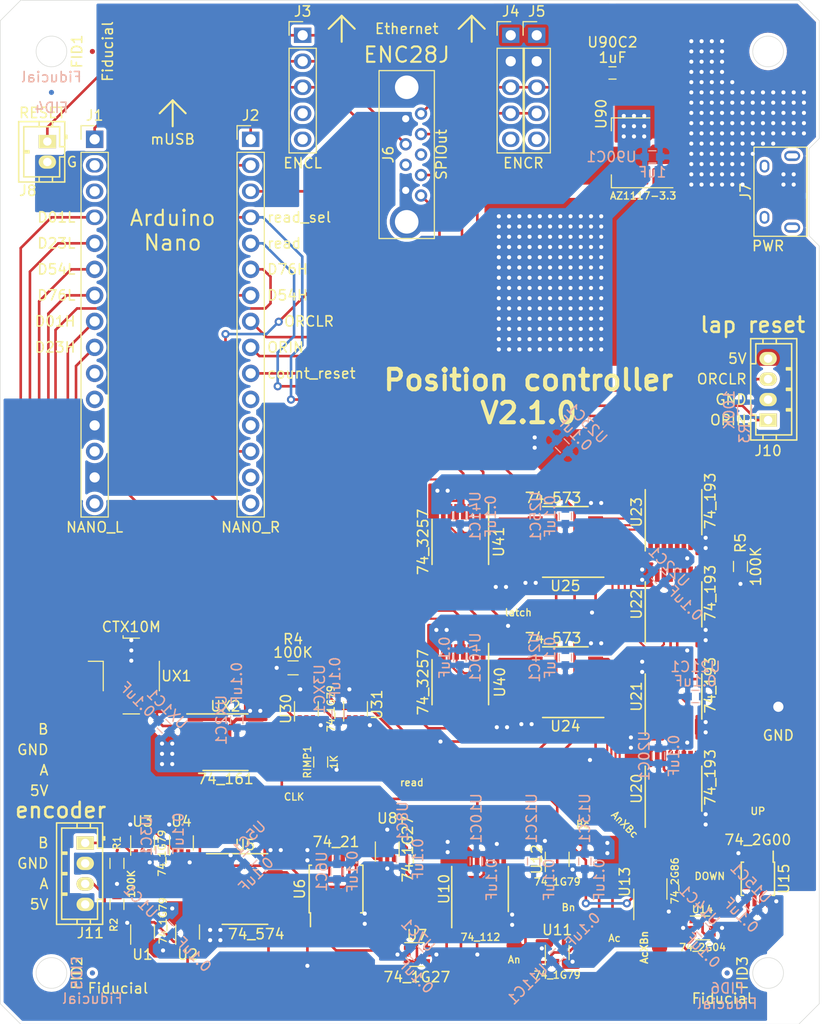
<source format=kicad_pcb>
(kicad_pcb (version 20171130) (host pcbnew 5.1.2)
  (layers (0 F.Cu signal) (31 B.Cu signal) (34 B.Paste user hide) (35 F.Paste user hide) (36 B.SilkS user) (37 F.SilkS user) (38 B.Mask user) (39 F.Mask user) (44 Edge.Cuts user))
  (net 0 "")
  (net 1 /SCK)
  (net 2 VCC)
  (net 3 GND)
  (net 4 /MISO)
  (net 5 /MOSI)
  (net 6 /SPISS)
  (net 7 /rSel)
  (net 8 /read)
  (net 9 /ORIN)
  (net 10 /ORCLR)
  (net 11 /RST)
  (net 12 +3V3)
  (net 13 "Net-(J7-Pad6)")
  (net 14 /A)
  (net 15 /B)
  (net 16 /CLK)
  (net 17 "Net-(U1-Pad4)")
  (net 18 /Async)
  (net 19 "Net-(U3-Pad4)")
  (net 20 /Bsync)
  (net 21 /AQ0)
  (net 22 /AQ1)
  (net 23 /BQ0)
  (net 24 /BQ1)
  (net 25 /BQ2)
  (net 26 /AQ2)
  (net 27 "Net-(U10-Pad3)")
  (net 28 "Net-(U10-Pad11)")
  (net 29 "Net-(U10-Pad2)")
  (net 30 "Net-(U10-Pad12)")
  (net 31 /An)
  (net 32 /Bn)
  (net 33 /Ac)
  (net 34 /Bc)
  (net 35 "Net-(U14-Pad4)")
  (net 36 "Net-(U14-Pad6)")
  (net 37 /DOWN)
  (net 38 /UP)
  (net 39 /C1L)
  (net 40 /C0L)
  (net 41 /C2L)
  (net 42 /C3L)
  (net 43 /UPT1)
  (net 44 /DWT1)
  (net 45 /C5L)
  (net 46 /C4L)
  (net 47 /C6L)
  (net 48 /C7L)
  (net 49 /UPT2)
  (net 50 /DWT2)
  (net 51 /C1H)
  (net 52 /C0H)
  (net 53 /C2H)
  (net 54 /C3H)
  (net 55 /UPT3)
  (net 56 /DWT3)
  (net 57 /C5H)
  (net 58 /C4H)
  (net 59 /C6H)
  (net 60 /C7H)
  (net 61 /latch)
  (net 62 /D7L)
  (net 63 /D6L)
  (net 64 /D5L)
  (net 65 /D4L)
  (net 66 /D3L)
  (net 67 /D2L)
  (net 68 /D1L)
  (net 69 /D0L)
  (net 70 /D7H)
  (net 71 /D6H)
  (net 72 /D5H)
  (net 73 /D4H)
  (net 74 /D3H)
  (net 75 /D2H)
  (net 76 /D1H)
  (net 77 /D0H)
  (net 78 "Net-(U30-Pad4)")
  (net 79 /OSC)
  (net 80 /D01L)
  (net 81 /D23L)
  (net 82 /D54L)
  (net 83 /D76L)
  (net 84 /D01H)
  (net 85 /D23H)
  (net 86 /D76H)
  (net 87 /D54H)
  (net 88 /cntRST)
  (net 89 "Net-(TAcXBn1-Pad1)")
  (net 90 "Net-(TAnXBc1-Pad1)")
  (module Fiducials:Fiducial_0.5mm_Dia_1mm_Outer (layer B.Cu) (at 171 150)
    (fp_text reference FID6 (at 0 1.5) (layer B.SilkS) (effects (justify mirror)))
    (fp_text value Fiducial (at 0 3) (layer B.SilkS) (effects (justify mirror)))
    (pad ~ smd circle (at 0 0) (size 0.5 0.5) (layers B.Cu B.Mask) (clearance 0.25))
  )
  (module Fiducials:Fiducial_0.5mm_Dia_1mm_Outer (layer B.Cu) (at 109 150 270)
    (fp_text reference FID5 (at 0 1.5 270) (layer B.SilkS) (effects (justify mirror)))
    (fp_text value Fiducial (at 2.5 0 180) (layer B.SilkS) (effects (justify mirror)))
    (pad ~ smd circle (at 0 0 270) (size 0.5 0.5) (layers B.Cu B.Mask) (clearance 0.25))
  )
  (module Fiducials:Fiducial_0.5mm_Dia_1mm_Outer (layer B.Cu) (at 105 64)
    (fp_text reference FID4 (at 0 1.5) (layer B.SilkS) (effects (justify mirror)))
    (fp_text value Fiducial (at 0 -1.5) (layer B.SilkS) (effects (justify mirror)))
    (pad ~ smd circle (at 0 0) (size 0.5 0.5) (layers B.Cu B.Mask) (clearance 0.25))
  )
  (module Fiducials:Fiducial_0.5mm_Dia_1mm_Outer (layer F.Cu) (at 171 150 270)
    (fp_text reference FID3 (at 0 -1.5 90) (layer F.SilkS))
    (fp_text value Fiducial (at 2.5 0.5 180) (layer F.SilkS))
    (pad ~ smd circle (at 0 0 270) (size 0.5 0.5) (layers F.Cu F.Mask) (clearance 0.25))
  )
  (module Fiducials:Fiducial_0.5mm_Dia_1mm_Outer (layer F.Cu) (at 109 150 90)
    (fp_text reference FID2 (at 0 -1.5 90) (layer F.SilkS))
    (fp_text value Fiducial (at -1.5 2.5 180) (layer F.SilkS))
    (pad ~ smd circle (at 0 0 90) (size 0.5 0.5) (layers F.Cu F.Mask) (clearance 0.25))
  )
  (module Fiducials:Fiducial_0.5mm_Dia_1mm_Outer (layer F.Cu) (at 109 60 90)
    (fp_text reference FID1 (at 0 -1.5 90) (layer F.SilkS))
    (fp_text value Fiducial (at 0 1.5 90) (layer F.SilkS))
    (pad ~ smd circle (at 0 0 90) (size 0.5 0.5) (layers F.Cu F.Mask) (clearance 0.25))
  )
  (module additional_connectors:Connectors_JST_B2B-PH-K (layer F.Cu) (at 104.6 68.8 270)
    (fp_text reference J8 (at 4.8 1.9 180) (layer F.SilkS))
    (fp_text value RESET (at -2.8 0.5) (layer F.SilkS))
    (pad 2 thru_hole oval (at 2 0 270) (size 1.3 1.7) (drill 0.82) (layers *.Cu *.Mask F.SilkS) (net 3 GND))
    (pad 1 thru_hole rect (at 0 0 270) (size 1.3 1.7) (drill 0.82) (layers *.Cu *.Mask F.SilkS) (net 11 /RST))
  )
  (module TO_SOT_Packages_SMD:SOT-353_SC-70-5 (layer F.Cu) (at 113.9 146 90)
    (fp_text reference U1 (at -2.2 0 180) (layer F.SilkS))
    (fp_text value 74_1G79 (at 1.1 2 90) (layer F.SilkS) (effects (font (size 0.7 0.7) (thickness 0.13))))
    (pad 1 smd rect (at -0.95 -0.65 90) (size 0.65 0.4) (layers F.Cu F.Paste F.Mask) (net 14 /A))
    (pad 3 smd rect (at -0.95 0.65 90) (size 0.65 0.4) (layers F.Cu F.Paste F.Mask) (net 3 GND))
    (pad 2 smd rect (at -0.95 0 90) (size 0.65 0.4) (layers F.Cu F.Paste F.Mask) (net 16 /CLK))
    (pad 4 smd rect (at 0.95 0.65 90) (size 0.65 0.4) (layers F.Cu F.Paste F.Mask) (net 17 "Net-(U1-Pad4)"))
    (pad 5 smd rect (at 0.95 -0.65 90) (size 0.65 0.4) (layers F.Cu F.Paste F.Mask) (net 2 VCC))
  )
  (module TO_SOT_Packages_SMD:SOT-353_SC-70-5 (layer F.Cu) (at 118.3 146 90)
    (fp_text reference U2 (at -2.2 0) (layer F.SilkS))
    (fp_text value 74_1G79 hide)
    (pad 1 smd rect (at -0.95 -0.65 90) (size 0.65 0.4) (layers F.Cu F.Paste F.Mask) (net 17 "Net-(U1-Pad4)"))
    (pad 3 smd rect (at -0.95 0.65 90) (size 0.65 0.4) (layers F.Cu F.Paste F.Mask) (net 3 GND))
    (pad 2 smd rect (at -0.95 0 90) (size 0.65 0.4) (layers F.Cu F.Paste F.Mask) (net 16 /CLK))
    (pad 4 smd rect (at 0.95 0.65 90) (size 0.65 0.4) (layers F.Cu F.Paste F.Mask) (net 18 /Async))
    (pad 5 smd rect (at 0.95 -0.65 90) (size 0.65 0.4) (layers F.Cu F.Paste F.Mask) (net 2 VCC))
  )
  (module TO_SOT_Packages_SMD:SOT-353_SC-70-5 (layer F.Cu) (at 113.9 137.3 90)
    (fp_text reference U3 (at 2.1 0 180) (layer F.SilkS))
    (fp_text value 74_1G79 (at -1 1.9 270) (layer F.SilkS) (effects (font (size 0.7 0.7) (thickness 0.13))))
    (pad 1 smd rect (at -0.95 -0.65 90) (size 0.65 0.4) (layers F.Cu F.Paste F.Mask) (net 15 /B))
    (pad 3 smd rect (at -0.95 0.65 90) (size 0.65 0.4) (layers F.Cu F.Paste F.Mask) (net 3 GND))
    (pad 2 smd rect (at -0.95 0 90) (size 0.65 0.4) (layers F.Cu F.Paste F.Mask) (net 16 /CLK))
    (pad 4 smd rect (at 0.95 0.65 90) (size 0.65 0.4) (layers F.Cu F.Paste F.Mask) (net 19 "Net-(U3-Pad4)"))
    (pad 5 smd rect (at 0.95 -0.65 90) (size 0.65 0.4) (layers F.Cu F.Paste F.Mask) (net 2 VCC))
  )
  (module TO_SOT_Packages_SMD:SOT-353_SC-70-5 (layer F.Cu) (at 117.7 137.3 90)
    (fp_text reference U4 (at 2.1 0 180) (layer F.SilkS))
    (fp_text value 74_1G79 hide)
    (pad 1 smd rect (at -0.95 -0.65 90) (size 0.65 0.4) (layers F.Cu F.Paste F.Mask) (net 19 "Net-(U3-Pad4)"))
    (pad 3 smd rect (at -0.95 0.65 90) (size 0.65 0.4) (layers F.Cu F.Paste F.Mask) (net 3 GND))
    (pad 2 smd rect (at -0.95 0 90) (size 0.65 0.4) (layers F.Cu F.Paste F.Mask) (net 16 /CLK))
    (pad 4 smd rect (at 0.95 0.65 90) (size 0.65 0.4) (layers F.Cu F.Paste F.Mask) (net 20 /Bsync))
    (pad 5 smd rect (at 0.95 -0.65 90) (size 0.65 0.4) (layers F.Cu F.Paste F.Mask) (net 2 VCC))
  )
  (module TO_SOT_Packages_SMD:SOT-353_SC-70-5 (layer F.Cu) (at 129.9 124.2 90)
    (fp_text reference U30 (at 0 -2 90) (layer F.SilkS))
    (fp_text value 74_1G79 hide)
    (pad 1 smd rect (at -0.95 -0.65 90) (size 0.65 0.4) (layers F.Cu F.Paste F.Mask) (net 8 /read))
    (pad 3 smd rect (at -0.95 0.65 90) (size 0.65 0.4) (layers F.Cu F.Paste F.Mask) (net 3 GND))
    (pad 2 smd rect (at -0.95 0 90) (size 0.65 0.4) (layers F.Cu F.Paste F.Mask) (net 16 /CLK))
    (pad 4 smd rect (at 0.95 0.65 90) (size 0.65 0.4) (layers F.Cu F.Paste F.Mask) (net 78 "Net-(U30-Pad4)"))
    (pad 5 smd rect (at 0.95 -0.65 90) (size 0.65 0.4) (layers F.Cu F.Paste F.Mask) (net 2 VCC))
  )
  (module TO_SOT_Packages_SMD:SOT-353_SC-70-5 (layer F.Cu) (at 134.7 124.2 90)
    (fp_text reference U31 (at 0.4 2.1 90) (layer F.SilkS))
    (fp_text value 74_1G79 (at 0 -2.4 270) (layer F.SilkS) (effects (font (size 0.7 0.7) (thickness 0.13))))
    (pad 1 smd rect (at -0.95 -0.65 90) (size 0.65 0.4) (layers F.Cu F.Paste F.Mask) (net 78 "Net-(U30-Pad4)"))
    (pad 3 smd rect (at -0.95 0.65 90) (size 0.65 0.4) (layers F.Cu F.Paste F.Mask) (net 3 GND))
    (pad 2 smd rect (at -0.95 0 90) (size 0.65 0.4) (layers F.Cu F.Paste F.Mask) (net 16 /CLK))
    (pad 4 smd rect (at 0.95 0.65 90) (size 0.65 0.4) (layers F.Cu F.Paste F.Mask) (net 61 /latch))
    (pad 5 smd rect (at 0.95 -0.65 90) (size 0.65 0.4) (layers F.Cu F.Paste F.Mask) (net 2 VCC))
  )
  (module Resistors_SMD:R_0603 (layer F.Cu) (at 131.3 129.4 90)
    (fp_text reference RIMP1 (at 0 -1.3 90) (layer F.SilkS) (effects (font (size 0.7 0.7) (thickness 0.13))))
    (fp_text value 1K (at 0 1.3 90) (layer F.SilkS) (effects (font (size 0.7 0.7) (thickness 0.13))))
    (pad 1 smd rect (at -0.75 0 90) (size 0.5 0.9) (layers F.Cu F.Paste F.Mask) (net 3 GND))
    (pad 2 smd rect (at 0.75 0 90) (size 0.5 0.9) (layers F.Cu F.Paste F.Mask) (net 16 /CLK))
  )
  (module Measurement_Points:Measurement_Point_Round-TH_Big (layer F.Cu) (at 176 124)
    (fp_text reference TPGND1 hide)
    (fp_text value GND (at 0 2.8) (layer F.SilkS))
    (pad 1 thru_hole circle (at 0 0) (size 2.5 2.5) (drill 1) (layers *.Cu *.Mask) (net 3 GND))
  )
  (module Measurement_Points:Measurement_Point_Round-SMD-Pad_Small (layer F.Cu) (at 172.2 134.2)
    (fp_text reference TUP1 hide)
    (fp_text value UP (at 1.8 0) (layer F.SilkS) (effects (font (size 0.7 0.7) (thickness 0.13))))
    (pad 1 smd circle (at 0 0) (size 1.5 1.5) (layers F.Cu F.Mask) (net 38 /UP))
  )
  (module Measurement_Points:Measurement_Point_Round-SMD-Pad_Small (layer F.Cu) (at 140.2 129.9)
    (fp_text reference TRead1 hide)
    (fp_text value read (at 0 1.5) (layer F.SilkS) (effects (font (size 0.7 0.7) (thickness 0.13))))
    (pad 1 smd circle (at 0 0) (size 1.5 1.5) (layers F.Cu F.Mask) (net 8 /read))
  )
  (module Measurement_Points:Measurement_Point_Round-SMD-Pad_Small (layer F.Cu) (at 153 114.8)
    (fp_text reference TLatch1 hide)
    (fp_text value latch (at -2.4 0) (layer F.SilkS) (effects (font (size 0.7 0.7) (thickness 0.13))))
    (pad 1 smd circle (at 0 0) (size 1.5 1.5) (layers F.Cu F.Mask) (net 61 /latch))
  )
  (module Measurement_Points:Measurement_Point_Round-SMD-Pad_Small (layer F.Cu) (at 169.3 138.9)
    (fp_text reference TDN1 hide)
    (fp_text value DOWN (at 0 1.65) (layer F.SilkS) (effects (font (size 0.7 0.7) (thickness 0.13))))
    (pad 1 smd circle (at 0 0) (size 1.5 1.5) (layers F.Cu F.Mask) (net 37 /DOWN))
  )
  (module Measurement_Points:Measurement_Point_Round-SMD-Pad_Small (layer F.Cu) (at 128.7 134.3 90)
    (fp_text reference TCLK1 hide)
    (fp_text value CLK (at 1.5 0) (layer F.SilkS) (effects (font (size 0.7 0.7) (thickness 0.13))))
    (pad 1 smd circle (at 0 0 90) (size 1.5 1.5) (layers F.Cu F.Mask) (net 16 /CLK))
  )
  (module Measurement_Points:Measurement_Point_Round-SMD-Pad_Small (layer F.Cu) (at 153.8 143.6)
    (fp_text reference TBn1 hide)
    (fp_text value Bn (at 1.7 0) (layer F.SilkS) (effects (font (size 0.7 0.7) (thickness 0.13))))
    (pad 1 smd circle (at 0 0) (size 1.5 1.5) (layers F.Cu F.Mask) (net 32 /Bn))
  )
  (module Measurement_Points:Measurement_Point_Round-SMD-Pad_Small (layer F.Cu) (at 156.9 136.9)
    (fp_text reference TBc1 hide)
    (fp_text value Bc (at 0 -1.4) (layer F.SilkS) (effects (font (size 0.7 0.7) (thickness 0.13))))
    (pad 1 smd circle (at 0 0) (size 1.5 1.5) (layers F.Cu F.Mask) (net 34 /Bc))
  )
  (module Measurement_Points:Measurement_Point_Round-SMD-Pad_Small (layer F.Cu) (at 162.9 137.5)
    (fp_text reference TAnXBc1 hide)
    (fp_text value AnXBc (at -1.9 -2 -45) (layer F.SilkS) (effects (font (size 0.7 0.7) (thickness 0.13))))
    (pad 1 smd circle (at 0 0) (size 1.5 1.5) (layers F.Cu F.Mask) (net 90 "Net-(TAnXBc1-Pad1)"))
  )
  (module Measurement_Points:Measurement_Point_Round-SMD-Pad_Small (layer F.Cu) (at 150.2 147.3)
    (fp_text reference TAn1 hide)
    (fp_text value An (at 0 1.4) (layer F.SilkS) (effects (font (size 0.7 0.7) (thickness 0.13))))
    (pad 1 smd circle (at 0 0) (size 1.5 1.5) (layers F.Cu F.Mask) (net 31 /An))
  )
  (module Measurement_Points:Measurement_Point_Round-SMD-Pad_Small (layer F.Cu) (at 164.4 147.5)
    (fp_text reference TAcXBn1 hide)
    (fp_text value AcXBn (at -1.5 0 90) (layer F.SilkS) (effects (font (size 0.7 0.7))))
    (pad 1 smd circle (at 0 0) (size 1.5 1.5) (layers F.Cu F.Mask) (net 89 "Net-(TAcXBn1-Pad1)"))
  )
  (module Measurement_Points:Measurement_Point_Round-SMD-Pad_Small (layer F.Cu) (at 160 145.2)
    (fp_text reference TAc1 hide)
    (fp_text value Ac (at 0 1.4) (layer F.SilkS) (effects (font (size 0.7 0.7) (thickness 0.13))))
    (pad 1 smd circle (at 0 0) (size 1.5 1.5) (layers F.Cu F.Mask) (net 33 /Ac))
  )
  (module Connectors:USB_Micro-B (layer F.Cu) (at 176 73.7 90)
    (fp_text reference J7 (at 0 -3.2 90) (layer F.SilkS))
    (fp_text value PWR (at -5.3 -1 180) (layer F.SilkS))
    (pad 1 smd rect (at -1.3 -1.35 180) (size 1.35 0.4) (layers F.Cu F.Paste F.Mask) (net 2 VCC))
    (pad 2 smd rect (at -0.65 -1.35 180) (size 1.35 0.4) (layers F.Cu F.Paste F.Mask))
    (pad 3 smd rect (at 0 -1.35 180) (size 1.35 0.4) (layers F.Cu F.Paste F.Mask))
    (pad 4 smd rect (at 0.65 -1.35 180) (size 1.35 0.4) (layers F.Cu F.Paste F.Mask))
    (pad 5 smd rect (at 1.3 -1.35 180) (size 1.35 0.4) (layers F.Cu F.Paste F.Mask) (net 3 GND))
    (pad 6 thru_hole oval (at -2.5 -1.35 180) (size 0.95 1.25) (drill oval 0.55 0.85) (layers *.Cu *.Mask) (net 13 "Net-(J7-Pad6)"))
    (pad 6 thru_hole oval (at 2.5 -1.35 180) (size 0.95 1.25) (drill oval 0.55 0.85) (layers *.Cu *.Mask) (net 13 "Net-(J7-Pad6)"))
    (pad 6 thru_hole oval (at -3.5 1.35 180) (size 1.55 1) (drill oval 1.15 0.5) (layers *.Cu *.Mask) (net 13 "Net-(J7-Pad6)"))
    (pad 6 thru_hole oval (at 3.5 1.35 180) (size 1.55 1) (drill oval 1.15 0.5) (layers *.Cu *.Mask) (net 13 "Net-(J7-Pad6)"))
  )
  (module Capacitors_SMD:C_0603 (layer B.Cu) (at 139.3 138.9 270)
    (fp_text reference U8C1 (at -3.7 0 270) (layer B.SilkS) (effects (justify mirror)))
    (fp_text value 0.1uF (at 0 -1.5 270) (layer B.SilkS) (effects (justify mirror)))
    (pad 2 smd rect (at 0.75 0 270) (size 0.8 0.75) (layers B.Cu B.Paste B.Mask) (net 3 GND))
    (pad 1 smd rect (at -0.75 0 270) (size 0.8 0.75) (layers B.Cu B.Paste B.Mask) (net 2 VCC))
  )
  (module Capacitors_SMD:C_0603 (layer B.Cu) (at 152.1 139.1 270)
    (fp_text reference U12C1 (at -4.2 0.2 90) (layer B.SilkS) (effects (justify mirror)))
    (fp_text value 0.1uF (at 1.8 -1.5 90) (layer B.SilkS) (effects (justify mirror)))
    (pad 2 smd rect (at 0.75 0 270) (size 0.8 0.75) (layers B.Cu B.Paste B.Mask) (net 3 GND))
    (pad 1 smd rect (at -0.75 0 270) (size 0.8 0.75) (layers B.Cu B.Paste B.Mask) (net 2 VCC))
  )
  (module Oscillators:Oscillator_SMD_Abracon_ASV-4pin_7.0x5.1mm_HandSoldering (layer F.Cu) (at 112.8 121 270)
    (fp_text reference UX1 (at 0 -4.4) (layer F.SilkS))
    (fp_text value CTX10M (at -4.8 0 180) (layer F.SilkS))
    (pad 1 smd rect (at -2.63 2.5 270) (size 1.98 3) (layers F.Cu F.Paste F.Mask) (net 2 VCC))
    (pad 2 smd rect (at 2.63 2.5 270) (size 1.98 3) (layers F.Cu F.Paste F.Mask) (net 3 GND))
    (pad 3 smd rect (at 2.63 -2.5 270) (size 1.98 3) (layers F.Cu F.Paste F.Mask) (net 79 /OSC))
    (pad 4 smd rect (at -2.63 -2.5 270) (size 1.98 3) (layers F.Cu F.Paste F.Mask) (net 2 VCC))
  )
  (module Pin_Headers:Pin_Header_Straight_1x05_Pitch2.54mm (layer F.Cu) (at 129.54 58.42)
    (fp_text reference J3 (at 0 -2.33) (layer F.SilkS))
    (fp_text value ENCL (at 0 12.49) (layer F.SilkS))
    (pad 1 thru_hole rect (at 0 0) (size 1.7 1.5) (drill 1) (layers *.Cu *.Mask) (net 1 /SCK))
    (pad 2 thru_hole oval (at 0 2.54) (size 1.7 1.5) (drill 1) (layers *.Cu *.Mask) (net 5 /MOSI))
    (pad 3 thru_hole oval (at 0 5.08) (size 1.7 1.5) (drill 1) (layers *.Cu *.Mask) (net 4 /MISO))
    (pad 4 thru_hole oval (at 0 7.62) (size 1.7 1.5) (drill 1) (layers *.Cu *.Mask))
    (pad 5 thru_hole oval (at 0 10.16) (size 1.7 1.5) (drill 1) (layers *.Cu *.Mask))
  )
  (module Resistors_SMD:R_0603 (layer F.Cu) (at 172.3 110.3 90)
    (fp_text reference R5 (at 2.3 0 90) (layer F.SilkS))
    (fp_text value 100K (at 0 1.5 90) (layer F.SilkS))
    (pad 1 smd rect (at -0.75 0 90) (size 0.5 0.9) (layers F.Cu F.Paste F.Mask) (net 3 GND))
    (pad 2 smd rect (at 0.75 0 90) (size 0.5 0.9) (layers F.Cu F.Paste F.Mask) (net 88 /cntRST))
  )
  (module Housings_SSOP:TSSOP-16_4.4x5mm_Pitch0.65mm (layer F.Cu) (at 165.8 105 90)
    (fp_text reference U23 (at 0 -3.65 90) (layer F.SilkS))
    (fp_text value 74_193 (at 1.1 3.55 90) (layer F.SilkS))
    (pad 1 smd rect (at -2.95 -2.275 90) (size 1.5 0.45) (layers F.Cu F.Paste F.Mask))
    (pad 2 smd rect (at -2.95 -1.625 90) (size 1.5 0.45) (layers F.Cu F.Paste F.Mask) (net 57 /C5H))
    (pad 3 smd rect (at -2.95 -0.975 90) (size 1.5 0.45) (layers F.Cu F.Paste F.Mask) (net 58 /C4H))
    (pad 4 smd rect (at -2.95 -0.325 90) (size 1.5 0.45) (layers F.Cu F.Paste F.Mask) (net 56 /DWT3))
    (pad 5 smd rect (at -2.95 0.325 90) (size 1.5 0.45) (layers F.Cu F.Paste F.Mask) (net 55 /UPT3))
    (pad 6 smd rect (at -2.95 0.975 90) (size 1.5 0.45) (layers F.Cu F.Paste F.Mask) (net 59 /C6H))
    (pad 7 smd rect (at -2.95 1.625 90) (size 1.5 0.45) (layers F.Cu F.Paste F.Mask) (net 60 /C7H))
    (pad 8 smd rect (at -2.95 2.275 90) (size 1.5 0.45) (layers F.Cu F.Paste F.Mask) (net 3 GND))
    (pad 9 smd rect (at 2.95 2.275 90) (size 1.5 0.45) (layers F.Cu F.Paste F.Mask))
    (pad 10 smd rect (at 2.95 1.625 90) (size 1.5 0.45) (layers F.Cu F.Paste F.Mask))
    (pad 11 smd rect (at 2.95 0.975 90) (size 1.5 0.45) (layers F.Cu F.Paste F.Mask) (net 2 VCC))
    (pad 12 smd rect (at 2.95 0.325 90) (size 1.5 0.45) (layers F.Cu F.Paste F.Mask))
    (pad 13 smd rect (at 2.95 -0.325 90) (size 1.5 0.45) (layers F.Cu F.Paste F.Mask))
    (pad 14 smd rect (at 2.95 -0.975 90) (size 1.5 0.45) (layers F.Cu F.Paste F.Mask) (net 88 /cntRST))
    (pad 15 smd rect (at 2.95 -1.625 90) (size 1.5 0.45) (layers F.Cu F.Paste F.Mask))
    (pad 16 smd rect (at 2.95 -2.275 90) (size 1.5 0.45) (layers F.Cu F.Paste F.Mask) (net 2 VCC))
  )
  (module Housings_SSOP:TSSOP-16_4.4x5mm_Pitch0.65mm (layer F.Cu) (at 165.8 114 90)
    (fp_text reference U22 (at 0 -3.65 90) (layer F.SilkS))
    (fp_text value 74_193 (at 1.1 3.55 90) (layer F.SilkS))
    (pad 1 smd rect (at -2.95 -2.275 90) (size 1.5 0.45) (layers F.Cu F.Paste F.Mask))
    (pad 2 smd rect (at -2.95 -1.625 90) (size 1.5 0.45) (layers F.Cu F.Paste F.Mask) (net 51 /C1H))
    (pad 3 smd rect (at -2.95 -0.975 90) (size 1.5 0.45) (layers F.Cu F.Paste F.Mask) (net 52 /C0H))
    (pad 4 smd rect (at -2.95 -0.325 90) (size 1.5 0.45) (layers F.Cu F.Paste F.Mask) (net 50 /DWT2))
    (pad 5 smd rect (at -2.95 0.325 90) (size 1.5 0.45) (layers F.Cu F.Paste F.Mask) (net 49 /UPT2))
    (pad 6 smd rect (at -2.95 0.975 90) (size 1.5 0.45) (layers F.Cu F.Paste F.Mask) (net 53 /C2H))
    (pad 7 smd rect (at -2.95 1.625 90) (size 1.5 0.45) (layers F.Cu F.Paste F.Mask) (net 54 /C3H))
    (pad 8 smd rect (at -2.95 2.275 90) (size 1.5 0.45) (layers F.Cu F.Paste F.Mask) (net 3 GND))
    (pad 9 smd rect (at 2.95 2.275 90) (size 1.5 0.45) (layers F.Cu F.Paste F.Mask))
    (pad 10 smd rect (at 2.95 1.625 90) (size 1.5 0.45) (layers F.Cu F.Paste F.Mask))
    (pad 11 smd rect (at 2.95 0.975 90) (size 1.5 0.45) (layers F.Cu F.Paste F.Mask) (net 2 VCC))
    (pad 12 smd rect (at 2.95 0.325 90) (size 1.5 0.45) (layers F.Cu F.Paste F.Mask) (net 55 /UPT3))
    (pad 13 smd rect (at 2.95 -0.325 90) (size 1.5 0.45) (layers F.Cu F.Paste F.Mask) (net 56 /DWT3))
    (pad 14 smd rect (at 2.95 -0.975 90) (size 1.5 0.45) (layers F.Cu F.Paste F.Mask) (net 88 /cntRST))
    (pad 15 smd rect (at 2.95 -1.625 90) (size 1.5 0.45) (layers F.Cu F.Paste F.Mask))
    (pad 16 smd rect (at 2.95 -2.275 90) (size 1.5 0.45) (layers F.Cu F.Paste F.Mask) (net 2 VCC))
  )
  (module Housings_SSOP:TSSOP-16_4.4x5mm_Pitch0.65mm (layer F.Cu) (at 165.8 123 90)
    (fp_text reference U21 (at 0 -3.65 90) (layer F.SilkS))
    (fp_text value 74_193 (at 1.1 3.55 90) (layer F.SilkS))
    (pad 1 smd rect (at -2.95 -2.275 90) (size 1.5 0.45) (layers F.Cu F.Paste F.Mask))
    (pad 2 smd rect (at -2.95 -1.625 90) (size 1.5 0.45) (layers F.Cu F.Paste F.Mask) (net 45 /C5L))
    (pad 3 smd rect (at -2.95 -0.975 90) (size 1.5 0.45) (layers F.Cu F.Paste F.Mask) (net 46 /C4L))
    (pad 4 smd rect (at -2.95 -0.325 90) (size 1.5 0.45) (layers F.Cu F.Paste F.Mask) (net 44 /DWT1))
    (pad 5 smd rect (at -2.95 0.325 90) (size 1.5 0.45) (layers F.Cu F.Paste F.Mask) (net 43 /UPT1))
    (pad 6 smd rect (at -2.95 0.975 90) (size 1.5 0.45) (layers F.Cu F.Paste F.Mask) (net 47 /C6L))
    (pad 7 smd rect (at -2.95 1.625 90) (size 1.5 0.45) (layers F.Cu F.Paste F.Mask) (net 48 /C7L))
    (pad 8 smd rect (at -2.95 2.275 90) (size 1.5 0.45) (layers F.Cu F.Paste F.Mask) (net 3 GND))
    (pad 9 smd rect (at 2.95 2.275 90) (size 1.5 0.45) (layers F.Cu F.Paste F.Mask))
    (pad 10 smd rect (at 2.95 1.625 90) (size 1.5 0.45) (layers F.Cu F.Paste F.Mask))
    (pad 11 smd rect (at 2.95 0.975 90) (size 1.5 0.45) (layers F.Cu F.Paste F.Mask) (net 2 VCC))
    (pad 12 smd rect (at 2.95 0.325 90) (size 1.5 0.45) (layers F.Cu F.Paste F.Mask) (net 49 /UPT2))
    (pad 13 smd rect (at 2.95 -0.325 90) (size 1.5 0.45) (layers F.Cu F.Paste F.Mask) (net 50 /DWT2))
    (pad 14 smd rect (at 2.95 -0.975 90) (size 1.5 0.45) (layers F.Cu F.Paste F.Mask) (net 88 /cntRST))
    (pad 15 smd rect (at 2.95 -1.625 90) (size 1.5 0.45) (layers F.Cu F.Paste F.Mask))
    (pad 16 smd rect (at 2.95 -2.275 90) (size 1.5 0.45) (layers F.Cu F.Paste F.Mask) (net 2 VCC))
  )
  (module Housings_SSOP:TSSOP-16_4.4x5mm_Pitch0.65mm (layer F.Cu) (at 165.8 132 90)
    (fp_text reference U20 (at 0 -3.65 90) (layer F.SilkS))
    (fp_text value 74_193 (at 1.1 3.55 90) (layer F.SilkS))
    (pad 1 smd rect (at -2.95 -2.275 90) (size 1.5 0.45) (layers F.Cu F.Paste F.Mask))
    (pad 2 smd rect (at -2.95 -1.625 90) (size 1.5 0.45) (layers F.Cu F.Paste F.Mask) (net 39 /C1L))
    (pad 3 smd rect (at -2.95 -0.975 90) (size 1.5 0.45) (layers F.Cu F.Paste F.Mask) (net 40 /C0L))
    (pad 4 smd rect (at -2.95 -0.325 90) (size 1.5 0.45) (layers F.Cu F.Paste F.Mask) (net 37 /DOWN))
    (pad 5 smd rect (at -2.95 0.325 90) (size 1.5 0.45) (layers F.Cu F.Paste F.Mask) (net 38 /UP))
    (pad 6 smd rect (at -2.95 0.975 90) (size 1.5 0.45) (layers F.Cu F.Paste F.Mask) (net 41 /C2L))
    (pad 7 smd rect (at -2.95 1.625 90) (size 1.5 0.45) (layers F.Cu F.Paste F.Mask) (net 42 /C3L))
    (pad 8 smd rect (at -2.95 2.275 90) (size 1.5 0.45) (layers F.Cu F.Paste F.Mask) (net 3 GND))
    (pad 9 smd rect (at 2.95 2.275 90) (size 1.5 0.45) (layers F.Cu F.Paste F.Mask))
    (pad 10 smd rect (at 2.95 1.625 90) (size 1.5 0.45) (layers F.Cu F.Paste F.Mask))
    (pad 11 smd rect (at 2.95 0.975 90) (size 1.5 0.45) (layers F.Cu F.Paste F.Mask) (net 2 VCC))
    (pad 12 smd rect (at 2.95 0.325 90) (size 1.5 0.45) (layers F.Cu F.Paste F.Mask) (net 43 /UPT1))
    (pad 13 smd rect (at 2.95 -0.325 90) (size 1.5 0.45) (layers F.Cu F.Paste F.Mask) (net 44 /DWT1))
    (pad 14 smd rect (at 2.95 -0.975 90) (size 1.5 0.45) (layers F.Cu F.Paste F.Mask) (net 88 /cntRST))
    (pad 15 smd rect (at 2.95 -1.625 90) (size 1.5 0.45) (layers F.Cu F.Paste F.Mask))
    (pad 16 smd rect (at 2.95 -2.275 90) (size 1.5 0.45) (layers F.Cu F.Paste F.Mask) (net 2 VCC))
  )
  (module Pin_Headers:Pin_Header_Straight_1x15_Pitch2.54mm (layer F.Cu) (at 124.46 68.58)
    (fp_text reference J2 (at 0 -2.33) (layer F.SilkS))
    (fp_text value NANO_R (at 0 37.89) (layer F.SilkS))
    (pad 1 thru_hole rect (at 0 0) (size 1.7 1.5) (drill 1) (layers *.Cu *.Mask) (net 4 /MISO))
    (pad 2 thru_hole oval (at 0 2.54) (size 1.7 1.5) (drill 1) (layers *.Cu *.Mask) (net 5 /MOSI))
    (pad 3 thru_hole oval (at 0 5.08) (size 1.7 1.5) (drill 1) (layers *.Cu *.Mask) (net 6 /SPISS))
    (pad 4 thru_hole oval (at 0 7.62) (size 1.7 1.5) (drill 1) (layers *.Cu *.Mask) (net 7 /rSel))
    (pad 5 thru_hole oval (at 0 10.16) (size 1.7 1.7) (drill 1) (layers *.Cu *.Mask) (net 8 /read))
    (pad 6 thru_hole oval (at 0 12.7) (size 1.7 1.7) (drill 1) (layers *.Cu *.Mask) (net 86 /D76H))
    (pad 7 thru_hole oval (at 0 15.24) (size 1.7 1.7) (drill 1) (layers *.Cu *.Mask) (net 87 /D54H))
    (pad 8 thru_hole oval (at 0 17.78) (size 1.7 1.7) (drill 1) (layers *.Cu *.Mask) (net 10 /ORCLR))
    (pad 9 thru_hole oval (at 0 20.32) (size 1.7 1.7) (drill 1) (layers *.Cu *.Mask) (net 9 /ORIN))
    (pad 10 thru_hole oval (at 0 22.86) (size 1.7 1.7) (drill 1) (layers *.Cu *.Mask) (net 88 /cntRST))
    (pad 11 thru_hole oval (at 0 25.4) (size 1.7 1.7) (drill 1) (layers *.Cu *.Mask))
    (pad 12 thru_hole oval (at 0 27.94) (size 1.7 1.7) (drill 1) (layers *.Cu *.Mask))
    (pad 13 thru_hole oval (at 0 30.48) (size 1.7 1.7) (drill 1) (layers *.Cu *.Mask) (net 11 /RST))
    (pad 14 thru_hole oval (at 0 33.02) (size 1.7 1.7) (drill 1) (layers *.Cu *.Mask))
    (pad 15 thru_hole oval (at 0 35.56) (size 1.7 1.7) (drill 1) (layers *.Cu *.Mask))
  )
  (module Pin_Headers:Pin_Header_Straight_1x15_Pitch2.54mm (layer F.Cu) (at 109.22 68.58)
    (fp_text reference J1 (at 0 -2.33) (layer F.SilkS))
    (fp_text value NANO_L (at 0 37.89) (layer F.SilkS))
    (pad 1 thru_hole rect (at 0 0) (size 1.7 1.7) (drill 1) (layers *.Cu *.Mask) (net 1 /SCK))
    (pad 2 thru_hole oval (at 0 2.54) (size 1.7 1.4) (drill 1) (layers *.Cu *.Mask))
    (pad 3 thru_hole oval (at 0 5.08) (size 1.7 1.5) (drill 1) (layers *.Cu *.Mask))
    (pad 4 thru_hole oval (at 0 7.62) (size 1.7 1.5) (drill 1) (layers *.Cu *.Mask) (net 80 /D01L))
    (pad 5 thru_hole oval (at 0 10.16) (size 1.7 1.7) (drill 1) (layers *.Cu *.Mask) (net 81 /D23L))
    (pad 6 thru_hole oval (at 0 12.7) (size 1.7 1.7) (drill 1) (layers *.Cu *.Mask) (net 82 /D54L))
    (pad 7 thru_hole oval (at 0 15.24) (size 1.7 1.7) (drill 1) (layers *.Cu *.Mask) (net 83 /D76L))
    (pad 8 thru_hole oval (at 0 17.78) (size 1.7 1.7) (drill 1) (layers *.Cu *.Mask) (net 84 /D01H))
    (pad 9 thru_hole oval (at 0 20.32) (size 1.7 1.7) (drill 1) (layers *.Cu *.Mask) (net 85 /D23H))
    (pad 10 thru_hole oval (at 0 22.86) (size 1.7 1.7) (drill 1) (layers *.Cu *.Mask))
    (pad 11 thru_hole oval (at 0 25.4) (size 1.7 1.7) (drill 1) (layers *.Cu *.Mask))
    (pad 12 thru_hole oval (at 0 27.94) (size 1.7 1.7) (drill 1) (layers *.Cu *.Mask) (net 2 VCC))
    (pad 13 thru_hole oval (at 0 30.48) (size 1.7 1.7) (drill 1) (layers *.Cu *.Mask))
    (pad 14 thru_hole oval (at 0 33.02) (size 1.7 1.7) (drill 1) (layers *.Cu *.Mask) (net 3 GND))
    (pad 15 thru_hole oval (at 0 35.56) (size 1.7 1.7) (drill 1) (layers *.Cu *.Mask))
  )
  (module Housings_SSOP:TSSOP-8_3x3mm_Pitch0.65mm (layer F.Cu) (at 174 140.8 270)
    (fp_text reference U15 (at 0 -2.55 90) (layer F.SilkS))
    (fp_text value 74_2G00 (at -3.8 0 180) (layer F.SilkS))
    (pad 1 smd rect (at -2.15 -0.975 270) (size 1.1 0.4) (layers F.Cu F.Paste F.Mask) (net 35 "Net-(U14-Pad4)"))
    (pad 2 smd rect (at -2.15 -0.325 270) (size 1.1 0.4) (layers F.Cu F.Paste F.Mask) (net 90 "Net-(TAnXBc1-Pad1)"))
    (pad 3 smd rect (at -2.15 0.325 270) (size 1.1 0.4) (layers F.Cu F.Paste F.Mask) (net 37 /DOWN))
    (pad 4 smd rect (at -2.15 0.975 270) (size 1.1 0.4) (layers F.Cu F.Paste F.Mask) (net 3 GND))
    (pad 5 smd rect (at 2.15 0.975 270) (size 1.1 0.4) (layers F.Cu F.Paste F.Mask) (net 89 "Net-(TAcXBn1-Pad1)"))
    (pad 6 smd rect (at 2.15 0.325 270) (size 1.1 0.4) (layers F.Cu F.Paste F.Mask) (net 36 "Net-(U14-Pad6)"))
    (pad 7 smd rect (at 2.15 -0.325 270) (size 1.1 0.4) (layers F.Cu F.Paste F.Mask) (net 38 /UP))
    (pad 8 smd rect (at 2.15 -0.975 270) (size 1.1 0.4) (layers F.Cu F.Paste F.Mask) (net 2 VCC))
  )
  (module Housings_SSOP:TSSOP-16_4.4x5mm_Pitch0.65mm (layer F.Cu) (at 144.9 121.6 270)
    (fp_text reference U40 (at 0 -3.9 90) (layer F.SilkS))
    (fp_text value 74_3257 (at 0 3.6 90) (layer F.SilkS))
    (pad 1 smd rect (at -2.95 -2.275 270) (size 1.5 0.45) (layers F.Cu F.Paste F.Mask) (net 7 /rSel))
    (pad 2 smd rect (at -2.95 -1.625 270) (size 1.5 0.45) (layers F.Cu F.Paste F.Mask) (net 62 /D7L))
    (pad 3 smd rect (at -2.95 -0.975 270) (size 1.5 0.45) (layers F.Cu F.Paste F.Mask) (net 63 /D6L))
    (pad 4 smd rect (at -2.95 -0.325 270) (size 1.5 0.45) (layers F.Cu F.Paste F.Mask) (net 83 /D76L))
    (pad 5 smd rect (at -2.95 0.325 270) (size 1.5 0.45) (layers F.Cu F.Paste F.Mask) (net 64 /D5L))
    (pad 6 smd rect (at -2.95 0.975 270) (size 1.5 0.45) (layers F.Cu F.Paste F.Mask) (net 65 /D4L))
    (pad 7 smd rect (at -2.95 1.625 270) (size 1.5 0.45) (layers F.Cu F.Paste F.Mask) (net 82 /D54L))
    (pad 8 smd rect (at -2.95 2.275 270) (size 1.5 0.45) (layers F.Cu F.Paste F.Mask) (net 3 GND))
    (pad 9 smd rect (at 2.95 2.275 270) (size 1.5 0.45) (layers F.Cu F.Paste F.Mask) (net 81 /D23L))
    (pad 10 smd rect (at 2.95 1.625 270) (size 1.5 0.45) (layers F.Cu F.Paste F.Mask) (net 66 /D3L))
    (pad 11 smd rect (at 2.95 0.975 270) (size 1.5 0.45) (layers F.Cu F.Paste F.Mask) (net 67 /D2L))
    (pad 12 smd rect (at 2.95 0.325 270) (size 1.5 0.45) (layers F.Cu F.Paste F.Mask) (net 80 /D01L))
    (pad 13 smd rect (at 2.95 -0.325 270) (size 1.5 0.45) (layers F.Cu F.Paste F.Mask) (net 68 /D1L))
    (pad 14 smd rect (at 2.95 -0.975 270) (size 1.5 0.45) (layers F.Cu F.Paste F.Mask) (net 69 /D0L))
    (pad 15 smd rect (at 2.95 -1.625 270) (size 1.5 0.45) (layers F.Cu F.Paste F.Mask) (net 3 GND))
    (pad 16 smd rect (at 2.95 -2.275 270) (size 1.5 0.45) (layers F.Cu F.Paste F.Mask) (net 2 VCC))
  )
  (module Housings_SSOP:TSSOP-16_4.4x5mm_Pitch0.65mm (layer F.Cu) (at 146.9 141.8 90)
    (fp_text reference U10 (at 0 -3.55 90) (layer F.SilkS))
    (fp_text value 74_112 (at -4.7 0 180) (layer F.SilkS) (effects (font (size 0.7 0.7) (thickness 0.13))))
    (pad 1 smd rect (at -2.95 -2.275 90) (size 1.5 0.45) (layers F.Cu F.Paste F.Mask) (net 16 /CLK))
    (pad 2 smd rect (at -2.95 -1.625 90) (size 1.5 0.45) (layers F.Cu F.Paste F.Mask) (net 29 "Net-(U10-Pad2)"))
    (pad 3 smd rect (at -2.95 -0.975 90) (size 1.5 0.45) (layers F.Cu F.Paste F.Mask) (net 27 "Net-(U10-Pad3)"))
    (pad 4 smd rect (at -2.95 -0.325 90) (size 1.5 0.45) (layers F.Cu F.Paste F.Mask) (net 2 VCC))
    (pad 5 smd rect (at -2.95 0.325 90) (size 1.5 0.45) (layers F.Cu F.Paste F.Mask) (net 31 /An))
    (pad 6 smd rect (at -2.95 0.975 90) (size 1.5 0.45) (layers F.Cu F.Paste F.Mask))
    (pad 7 smd rect (at -2.95 1.625 90) (size 1.5 0.45) (layers F.Cu F.Paste F.Mask))
    (pad 8 smd rect (at -2.95 2.275 90) (size 1.5 0.45) (layers F.Cu F.Paste F.Mask) (net 3 GND))
    (pad 9 smd rect (at 2.95 2.275 90) (size 1.5 0.45) (layers F.Cu F.Paste F.Mask) (net 32 /Bn))
    (pad 10 smd rect (at 2.95 1.625 90) (size 1.5 0.45) (layers F.Cu F.Paste F.Mask) (net 2 VCC))
    (pad 11 smd rect (at 2.95 0.975 90) (size 1.5 0.45) (layers F.Cu F.Paste F.Mask) (net 28 "Net-(U10-Pad11)"))
    (pad 12 smd rect (at 2.95 0.325 90) (size 1.5 0.45) (layers F.Cu F.Paste F.Mask) (net 30 "Net-(U10-Pad12)"))
    (pad 13 smd rect (at 2.95 -0.325 90) (size 1.5 0.45) (layers F.Cu F.Paste F.Mask) (net 16 /CLK))
    (pad 14 smd rect (at 2.95 -0.975 90) (size 1.5 0.45) (layers F.Cu F.Paste F.Mask) (net 2 VCC))
    (pad 15 smd rect (at 2.95 -1.625 90) (size 1.5 0.45) (layers F.Cu F.Paste F.Mask) (net 2 VCC))
    (pad 16 smd rect (at 2.95 -2.275 90) (size 1.5 0.45) (layers F.Cu F.Paste F.Mask) (net 2 VCC))
  )
  (module Capacitors_SMD:C_0603 (layer B.Cu) (at 123.1 125.3 270)
    (fp_text reference UX2C1 (at 0 1.5 90) (layer B.SilkS) (effects (justify mirror)))
    (fp_text value 0.1uF (at -3.6 0 90) (layer B.SilkS) (effects (justify mirror)))
    (pad 2 smd rect (at 0.75 0 270) (size 0.8 0.75) (layers B.Cu B.Paste B.Mask) (net 3 GND))
    (pad 1 smd rect (at -0.75 0 270) (size 0.8 0.75) (layers B.Cu B.Paste B.Mask) (net 2 VCC))
  )
  (module Capacitors_SMD:C_0603 (layer B.Cu) (at 116 125.9 315)
    (fp_text reference UX1C1 (at -0.989949 -1.414214 135) (layer B.SilkS) (effects (justify mirror)))
    (fp_text value 0.1uF (at -3.676955 0 135) (layer B.SilkS) (effects (justify mirror)))
    (pad 2 smd rect (at 0.75 0 315) (size 0.8 0.75) (layers B.Cu B.Paste B.Mask) (net 3 GND))
    (pad 1 smd rect (at -0.75 0 315) (size 0.8 0.75) (layers B.Cu B.Paste B.Mask) (net 2 VCC))
  )
  (module Housings_SSOP:TSSOP-16_4.4x5mm_Pitch0.65mm (layer F.Cu) (at 122 127.5)
    (fp_text reference UX2 (at 0 -3.55) (layer F.SilkS))
    (fp_text value 74_161 (at 0 3.55) (layer F.SilkS))
    (pad 1 smd rect (at -2.95 -2.275) (size 1.5 0.45) (layers F.Cu F.Paste F.Mask) (net 2 VCC))
    (pad 2 smd rect (at -2.95 -1.625) (size 1.5 0.45) (layers F.Cu F.Paste F.Mask) (net 79 /OSC))
    (pad 3 smd rect (at -2.95 -0.975) (size 1.5 0.45) (layers F.Cu F.Paste F.Mask))
    (pad 4 smd rect (at -2.95 -0.325) (size 1.5 0.45) (layers F.Cu F.Paste F.Mask))
    (pad 5 smd rect (at -2.95 0.325) (size 1.5 0.45) (layers F.Cu F.Paste F.Mask))
    (pad 6 smd rect (at -2.95 0.975) (size 1.5 0.45) (layers F.Cu F.Paste F.Mask))
    (pad 7 smd rect (at -2.95 1.625) (size 1.5 0.45) (layers F.Cu F.Paste F.Mask) (net 2 VCC))
    (pad 8 smd rect (at -2.95 2.275) (size 1.5 0.45) (layers F.Cu F.Paste F.Mask) (net 3 GND))
    (pad 9 smd rect (at 2.95 2.275) (size 1.5 0.45) (layers F.Cu F.Paste F.Mask) (net 2 VCC))
    (pad 10 smd rect (at 2.95 1.625) (size 1.5 0.45) (layers F.Cu F.Paste F.Mask) (net 2 VCC))
    (pad 11 smd rect (at 2.95 0.975) (size 1.5 0.45) (layers F.Cu F.Paste F.Mask))
    (pad 12 smd rect (at 2.95 0.325) (size 1.5 0.45) (layers F.Cu F.Paste F.Mask))
    (pad 13 smd rect (at 2.95 -0.325) (size 1.5 0.45) (layers F.Cu F.Paste F.Mask))
    (pad 14 smd rect (at 2.95 -0.975) (size 1.5 0.45) (layers F.Cu F.Paste F.Mask) (net 16 /CLK))
    (pad 15 smd rect (at 2.95 -1.625) (size 1.5 0.45) (layers F.Cu F.Paste F.Mask))
    (pad 16 smd rect (at 2.95 -2.275) (size 1.5 0.45) (layers F.Cu F.Paste F.Mask) (net 2 VCC))
  )
  (module Capacitors_SMD:C_0603 (layer F.Cu) (at 159.8 62.1 180)
    (fp_text reference U90C2 (at 0 3) (layer F.SilkS))
    (fp_text value 1uF (at 0 1.5) (layer F.SilkS))
    (pad 2 smd rect (at 0.75 0 180) (size 0.8 0.75) (layers F.Cu F.Paste F.Mask) (net 12 +3V3))
    (pad 1 smd rect (at -0.75 0 180) (size 0.8 0.75) (layers F.Cu F.Paste F.Mask) (net 3 GND))
  )
  (module Capacitors_SMD:C_0603 (layer B.Cu) (at 163.7 70.3 180)
    (fp_text reference U90C1 (at 4 0) (layer B.SilkS) (effects (justify mirror)))
    (fp_text value 1uF (at 0 -1.5) (layer B.SilkS) (effects (justify mirror)))
    (pad 2 smd rect (at 0.75 0 180) (size 0.8 0.75) (layers B.Cu B.Paste B.Mask) (net 2 VCC))
    (pad 1 smd rect (at -0.75 0 180) (size 0.8 0.75) (layers B.Cu B.Paste B.Mask) (net 3 GND))
  )
  (module Capacitors_SMD:C_0603 (layer B.Cu) (at 140.6 148.1 135)
    (fp_text reference U7C1 (at 1.131371 1.414214 135) (layer B.SilkS) (effects (justify mirror)))
    (fp_text value 0.1uF (at -1.555635 -1.555635 135) (layer B.SilkS) (effects (justify mirror)))
    (pad 2 smd rect (at 0.75 0 135) (size 0.8 0.75) (layers B.Cu B.Paste B.Mask) (net 3 GND))
    (pad 1 smd rect (at -0.75 0 135) (size 0.8 0.75) (layers B.Cu B.Paste B.Mask) (net 2 VCC))
  )
  (module Capacitors_SMD:C_0603 (layer B.Cu) (at 132.9 140.1 270)
    (fp_text reference U6C1 (at 0 1.5 90) (layer B.SilkS) (effects (justify mirror)))
    (fp_text value 0.1uF (at 0 -1.5 90) (layer B.SilkS) (effects (justify mirror)))
    (pad 2 smd rect (at 0.75 0 270) (size 0.8 0.75) (layers B.Cu B.Paste B.Mask) (net 3 GND))
    (pad 1 smd rect (at -0.75 0 270) (size 0.8 0.75) (layers B.Cu B.Paste B.Mask) (net 2 VCC))
  )
  (module Capacitors_SMD:C_0603 (layer B.Cu) (at 124.4 138.8 225)
    (fp_text reference U5C1 (at -1.343503 1.484924 45) (layer B.SilkS) (effects (justify mirror)))
    (fp_text value 0.1uF (at 0.707107 -1.555635 45) (layer B.SilkS) (effects (justify mirror)))
    (pad 2 smd rect (at 0.75 0 225) (size 0.8 0.75) (layers B.Cu B.Paste B.Mask) (net 3 GND))
    (pad 1 smd rect (at -0.75 0 225) (size 0.8 0.75) (layers B.Cu B.Paste B.Mask) (net 2 VCC))
  )
  (module Capacitors_SMD:C_0603 (layer B.Cu) (at 144.9 105.4 90)
    (fp_text reference U41C1 (at 0 1.5 90) (layer B.SilkS) (effects (justify mirror)))
    (fp_text value 0.1uF (at 0 3 90) (layer B.SilkS) (effects (justify mirror)))
    (pad 2 smd rect (at 0.75 0 90) (size 0.8 0.75) (layers B.Cu B.Paste B.Mask) (net 3 GND))
    (pad 1 smd rect (at -0.75 0 90) (size 0.8 0.75) (layers B.Cu B.Paste B.Mask) (net 2 VCC))
  )
  (module Capacitors_SMD:C_0603 (layer B.Cu) (at 144.9 119.2 90)
    (fp_text reference U40C1 (at 0 1.5 90) (layer B.SilkS) (effects (justify mirror)))
    (fp_text value 0.1uF (at 0 -1.5 90) (layer B.SilkS) (effects (justify mirror)))
    (pad 2 smd rect (at 0.75 0 90) (size 0.8 0.75) (layers B.Cu B.Paste B.Mask) (net 3 GND))
    (pad 1 smd rect (at -0.75 0 90) (size 0.8 0.75) (layers B.Cu B.Paste B.Mask) (net 2 VCC))
  )
  (module Capacitors_SMD:C_0603 (layer B.Cu) (at 133 124.7 270)
    (fp_text reference U3XC1 (at -2.4 1.8 90) (layer B.SilkS) (effects (justify mirror)))
    (fp_text value 0.1uF (at -3.5 0.3 90) (layer B.SilkS) (effects (justify mirror)))
    (pad 2 smd rect (at 0.75 0 270) (size 0.8 0.75) (layers B.Cu B.Paste B.Mask) (net 3 GND))
    (pad 1 smd rect (at -0.75 0 270) (size 0.8 0.75) (layers B.Cu B.Paste B.Mask) (net 2 VCC))
  )
  (module Capacitors_SMD:C_0603 (layer B.Cu) (at 115.8 138 270)
    (fp_text reference U3C1 (at -1.4 1.5 90) (layer B.SilkS) (effects (justify mirror)))
    (fp_text value 0.1uF (at -1.6 -1.6 90) (layer B.SilkS) (effects (justify mirror)))
    (pad 2 smd rect (at 0.75 0 270) (size 0.8 0.75) (layers B.Cu B.Paste B.Mask) (net 3 GND))
    (pad 1 smd rect (at -0.75 0 270) (size 0.8 0.75) (layers B.Cu B.Paste B.Mask) (net 2 VCC))
  )
  (module Capacitors_SMD:C_0603 (layer B.Cu) (at 155.2 105.4 90)
    (fp_text reference U25C1 (at 0 -2.9 90) (layer B.SilkS) (effects (justify mirror)))
    (fp_text value 0.1uF (at 0 -1.5 90) (layer B.SilkS) (effects (justify mirror)))
    (pad 2 smd rect (at 0.75 0 90) (size 0.8 0.75) (layers B.Cu B.Paste B.Mask) (net 3 GND))
    (pad 1 smd rect (at -0.75 0 90) (size 0.8 0.75) (layers B.Cu B.Paste B.Mask) (net 2 VCC))
  )
  (module Capacitors_SMD:C_0603 (layer B.Cu) (at 155.2 119.2 90)
    (fp_text reference U24C1 (at 0 -3 90) (layer B.SilkS) (effects (justify mirror)))
    (fp_text value 0.1uF (at 0 -1.5 90) (layer B.SilkS) (effects (justify mirror)))
    (pad 2 smd rect (at 0.75 0 90) (size 0.8 0.75) (layers B.Cu B.Paste B.Mask) (net 3 GND))
    (pad 1 smd rect (at -0.75 0 90) (size 0.8 0.75) (layers B.Cu B.Paste B.Mask) (net 2 VCC))
  )
  (module Capacitors_SMD:C_0603 (layer B.Cu) (at 154.9 98.5 315)
    (fp_text reference U23C1 (at 0.141421 -3.252691 135) (layer B.SilkS) (effects (justify mirror)))
    (fp_text value 0.1uF (at 0 -1.697056 135) (layer B.SilkS) (effects (justify mirror)))
    (pad 2 smd rect (at 0.75 0 315) (size 0.8 0.75) (layers B.Cu B.Paste B.Mask) (net 3 GND))
    (pad 1 smd rect (at -0.75 0 315) (size 0.8 0.75) (layers B.Cu B.Paste B.Mask) (net 2 VCC))
  )
  (module Capacitors_SMD:C_0603 (layer B.Cu) (at 164.3 111.3 315)
    (fp_text reference U22C1 (at 0 -1.414214 135) (layer B.SilkS) (effects (justify mirror)))
    (fp_text value 0.1uF (at 3.676955 0 135) (layer B.SilkS) (effects (justify mirror)))
    (pad 2 smd rect (at 0.75 0 315) (size 0.8 0.75) (layers B.Cu B.Paste B.Mask) (net 3 GND))
    (pad 1 smd rect (at -0.75 0 315) (size 0.8 0.75) (layers B.Cu B.Paste B.Mask) (net 2 VCC))
  )
  (module Capacitors_SMD:C_0603 (layer B.Cu) (at 167.9 123)
    (fp_text reference U21C1 (at 0 -2.9) (layer B.SilkS) (effects (justify mirror)))
    (fp_text value 0.1uF (at 0 -1.5) (layer B.SilkS) (effects (justify mirror)))
    (pad 2 smd rect (at 0.75 0) (size 0.8 0.75) (layers B.Cu B.Paste B.Mask) (net 3 GND))
    (pad 1 smd rect (at -0.75 0) (size 0.8 0.75) (layers B.Cu B.Paste B.Mask) (net 2 VCC))
  )
  (module Capacitors_SMD:C_0603 (layer B.Cu) (at 164.3 128.8 270)
    (fp_text reference U20C1 (at 0 1.4 90) (layer B.SilkS) (effects (justify mirror)))
    (fp_text value 0.1uF (at 0 -1.5 90) (layer B.SilkS) (effects (justify mirror)))
    (pad 2 smd rect (at 0.75 0 270) (size 0.8 0.75) (layers B.Cu B.Paste B.Mask) (net 3 GND))
    (pad 1 smd rect (at -0.75 0 270) (size 0.8 0.75) (layers B.Cu B.Paste B.Mask) (net 2 VCC))
  )
  (module Capacitors_SMD:C_0603 (layer B.Cu) (at 116.3 145.6 315)
    (fp_text reference U1C1 (at -3.676955 0 135) (layer B.SilkS) (effects (justify mirror)))
    (fp_text value 0.1uF (at 3.676955 0 135) (layer B.SilkS) (effects (justify mirror)))
    (pad 2 smd rect (at 0.75 0 315) (size 0.8 0.75) (layers B.Cu B.Paste B.Mask) (net 3 GND))
    (pad 1 smd rect (at -0.75 0 315) (size 0.8 0.75) (layers B.Cu B.Paste B.Mask) (net 2 VCC))
  )
  (module Capacitors_SMD:C_0603 (layer B.Cu) (at 173.4 143.3 135)
    (fp_text reference U15C1 (at 1.555635 1.414214 135) (layer B.SilkS) (effects (justify mirror)))
    (fp_text value 0.1uF (at 0 -1.5 135) (layer B.SilkS) (effects (justify mirror)))
    (pad 2 smd rect (at 0.75 0 135) (size 0.8 0.75) (layers B.Cu B.Paste B.Mask) (net 3 GND))
    (pad 1 smd rect (at -0.75 0 135) (size 0.8 0.75) (layers B.Cu B.Paste B.Mask) (net 2 VCC))
  )
  (module Capacitors_SMD:C_0603 (layer B.Cu) (at 168.7 145.8 135)
    (fp_text reference U14C1 (at 1.979899 1.414214 135) (layer B.SilkS) (effects (justify mirror)))
    (fp_text value 0.1uF (at -1.343503 -1.484924 135) (layer B.SilkS) (effects (justify mirror)))
    (pad 2 smd rect (at 0.75 0 135) (size 0.8 0.75) (layers B.Cu B.Paste B.Mask) (net 3 GND))
    (pad 1 smd rect (at -0.75 0 135) (size 0.8 0.75) (layers B.Cu B.Paste B.Mask) (net 2 VCC))
  )
  (module Capacitors_SMD:C_0603 (layer B.Cu) (at 157.1 139.1 270)
    (fp_text reference U13C1 (at -4.2 0 90) (layer B.SilkS) (effects (justify mirror)))
    (fp_text value 0.1uF (at 1.8 -1.4 90) (layer B.SilkS) (effects (justify mirror)))
    (pad 2 smd rect (at 0.75 0 270) (size 0.8 0.75) (layers B.Cu B.Paste B.Mask) (net 3 GND))
    (pad 1 smd rect (at -0.75 0 270) (size 0.8 0.75) (layers B.Cu B.Paste B.Mask) (net 2 VCC))
  )
  (module Capacitors_SMD:C_0603 (layer B.Cu) (at 154.4 148.3 45)
    (fp_text reference U11C1 (at -4.030509 -0.070711 45) (layer B.SilkS) (effects (justify mirror)))
    (fp_text value 0.1uF (at 3.535534 0 45) (layer B.SilkS) (effects (justify mirror)))
    (pad 2 smd rect (at 0.75 0 45) (size 0.8 0.75) (layers B.Cu B.Paste B.Mask) (net 3 GND))
    (pad 1 smd rect (at -0.75 0 45) (size 0.8 0.75) (layers B.Cu B.Paste B.Mask) (net 2 VCC))
  )
  (module Capacitors_SMD:C_0603 (layer B.Cu) (at 146.5 139.1 270)
    (fp_text reference U10C1 (at -4.2 0 90) (layer B.SilkS) (effects (justify mirror)))
    (fp_text value 0.1uF (at 1.8 -1.5 90) (layer B.SilkS) (effects (justify mirror)))
    (pad 2 smd rect (at 0.75 0 270) (size 0.8 0.75) (layers B.Cu B.Paste B.Mask) (net 3 GND))
    (pad 1 smd rect (at -0.75 0 270) (size 0.8 0.75) (layers B.Cu B.Paste B.Mask) (net 2 VCC))
  )
  (module TO_SOT_Packages_SMD:SOT-223-3_TabPin2 (layer F.Cu) (at 161.6 69.9 180)
    (fp_text reference U90 (at 2.9 3.8 90) (layer F.SilkS))
    (fp_text value AZ1117-3.3 (at -1.2 -4.2) (layer F.SilkS) (effects (font (size 0.7 0.7) (thickness 0.13))))
    (pad 2 smd rect (at 3.15 0 180) (size 2 3.8) (layers F.Cu F.Paste F.Mask) (net 12 +3V3))
    (pad 2 smd rect (at -3.15 0 180) (size 2 1.5) (layers F.Cu F.Paste F.Mask) (net 12 +3V3))
    (pad 3 smd rect (at -3.15 2.3 180) (size 2 1.5) (layers F.Cu F.Paste F.Mask) (net 2 VCC))
    (pad 1 smd rect (at -3.15 -2.3 180) (size 2 1.5) (layers F.Cu F.Paste F.Mask) (net 3 GND))
  )
  (module Housings_SSOP:TSSOP-16_4.4x5mm_Pitch0.65mm (layer F.Cu) (at 144.9 107.9 270)
    (fp_text reference U41 (at 0 -3.8 90) (layer F.SilkS))
    (fp_text value 74_3257 (at 0 3.6 90) (layer F.SilkS))
    (pad 1 smd rect (at -2.95 -2.275 270) (size 1.5 0.45) (layers F.Cu F.Paste F.Mask) (net 7 /rSel))
    (pad 2 smd rect (at -2.95 -1.625 270) (size 1.5 0.45) (layers F.Cu F.Paste F.Mask) (net 70 /D7H))
    (pad 3 smd rect (at -2.95 -0.975 270) (size 1.5 0.45) (layers F.Cu F.Paste F.Mask) (net 71 /D6H))
    (pad 4 smd rect (at -2.95 -0.325 270) (size 1.5 0.45) (layers F.Cu F.Paste F.Mask) (net 86 /D76H))
    (pad 5 smd rect (at -2.95 0.325 270) (size 1.5 0.45) (layers F.Cu F.Paste F.Mask) (net 72 /D5H))
    (pad 6 smd rect (at -2.95 0.975 270) (size 1.5 0.45) (layers F.Cu F.Paste F.Mask) (net 73 /D4H))
    (pad 7 smd rect (at -2.95 1.625 270) (size 1.5 0.45) (layers F.Cu F.Paste F.Mask) (net 87 /D54H))
    (pad 8 smd rect (at -2.95 2.275 270) (size 1.5 0.45) (layers F.Cu F.Paste F.Mask) (net 3 GND))
    (pad 9 smd rect (at 2.95 2.275 270) (size 1.5 0.45) (layers F.Cu F.Paste F.Mask) (net 85 /D23H))
    (pad 10 smd rect (at 2.95 1.625 270) (size 1.5 0.45) (layers F.Cu F.Paste F.Mask) (net 74 /D3H))
    (pad 11 smd rect (at 2.95 0.975 270) (size 1.5 0.45) (layers F.Cu F.Paste F.Mask) (net 75 /D2H))
    (pad 12 smd rect (at 2.95 0.325 270) (size 1.5 0.45) (layers F.Cu F.Paste F.Mask) (net 84 /D01H))
    (pad 13 smd rect (at 2.95 -0.325 270) (size 1.5 0.45) (layers F.Cu F.Paste F.Mask) (net 76 /D1H))
    (pad 14 smd rect (at 2.95 -0.975 270) (size 1.5 0.45) (layers F.Cu F.Paste F.Mask) (net 77 /D0H))
    (pad 15 smd rect (at 2.95 -1.625 270) (size 1.5 0.45) (layers F.Cu F.Paste F.Mask) (net 3 GND))
    (pad 16 smd rect (at 2.95 -2.275 270) (size 1.5 0.45) (layers F.Cu F.Paste F.Mask) (net 2 VCC))
  )
  (module Housings_SSOP:TSSOP-20_4.4x6.5mm_Pitch0.65mm (layer F.Cu) (at 155.2 107.9 180)
    (fp_text reference U25 (at 0 -4.3) (layer F.SilkS))
    (fp_text value 74_573 (at 1.2 4.3) (layer F.SilkS))
    (pad 1 smd rect (at -2.95 -2.925 180) (size 1.45 0.45) (layers F.Cu F.Paste F.Mask) (net 3 GND))
    (pad 2 smd rect (at -2.95 -2.275 180) (size 1.45 0.45) (layers F.Cu F.Paste F.Mask) (net 52 /C0H))
    (pad 3 smd rect (at -2.95 -1.625 180) (size 1.45 0.45) (layers F.Cu F.Paste F.Mask) (net 51 /C1H))
    (pad 4 smd rect (at -2.95 -0.975 180) (size 1.45 0.45) (layers F.Cu F.Paste F.Mask) (net 53 /C2H))
    (pad 5 smd rect (at -2.95 -0.325 180) (size 1.45 0.45) (layers F.Cu F.Paste F.Mask) (net 54 /C3H))
    (pad 6 smd rect (at -2.95 0.325 180) (size 1.45 0.45) (layers F.Cu F.Paste F.Mask) (net 58 /C4H))
    (pad 7 smd rect (at -2.95 0.975 180) (size 1.45 0.45) (layers F.Cu F.Paste F.Mask) (net 57 /C5H))
    (pad 8 smd rect (at -2.95 1.625 180) (size 1.45 0.45) (layers F.Cu F.Paste F.Mask) (net 59 /C6H))
    (pad 9 smd rect (at -2.95 2.275 180) (size 1.45 0.45) (layers F.Cu F.Paste F.Mask) (net 60 /C7H))
    (pad 10 smd rect (at -2.95 2.925 180) (size 1.45 0.45) (layers F.Cu F.Paste F.Mask) (net 3 GND))
    (pad 11 smd rect (at 2.95 2.925 180) (size 1.45 0.45) (layers F.Cu F.Paste F.Mask) (net 61 /latch))
    (pad 12 smd rect (at 2.95 2.275 180) (size 1.45 0.45) (layers F.Cu F.Paste F.Mask) (net 70 /D7H))
    (pad 13 smd rect (at 2.95 1.625 180) (size 1.45 0.45) (layers F.Cu F.Paste F.Mask) (net 71 /D6H))
    (pad 14 smd rect (at 2.95 0.975 180) (size 1.45 0.45) (layers F.Cu F.Paste F.Mask) (net 72 /D5H))
    (pad 15 smd rect (at 2.95 0.325 180) (size 1.45 0.45) (layers F.Cu F.Paste F.Mask) (net 73 /D4H))
    (pad 16 smd rect (at 2.95 -0.325 180) (size 1.45 0.45) (layers F.Cu F.Paste F.Mask) (net 74 /D3H))
    (pad 17 smd rect (at 2.95 -0.975 180) (size 1.45 0.45) (layers F.Cu F.Paste F.Mask) (net 75 /D2H))
    (pad 18 smd rect (at 2.95 -1.625 180) (size 1.45 0.45) (layers F.Cu F.Paste F.Mask) (net 76 /D1H))
    (pad 19 smd rect (at 2.95 -2.275 180) (size 1.45 0.45) (layers F.Cu F.Paste F.Mask) (net 77 /D0H))
    (pad 20 smd rect (at 2.95 -2.925 180) (size 1.45 0.45) (layers F.Cu F.Paste F.Mask) (net 2 VCC))
  )
  (module Housings_SSOP:TSSOP-20_4.4x6.5mm_Pitch0.65mm (layer F.Cu) (at 155.2 121.6 180)
    (fp_text reference U24 (at 0 -4.3) (layer F.SilkS))
    (fp_text value 74_573 (at 1.2 4.3) (layer F.SilkS))
    (pad 1 smd rect (at -2.95 -2.925 180) (size 1.45 0.45) (layers F.Cu F.Paste F.Mask) (net 3 GND))
    (pad 2 smd rect (at -2.95 -2.275 180) (size 1.45 0.45) (layers F.Cu F.Paste F.Mask) (net 40 /C0L))
    (pad 3 smd rect (at -2.95 -1.625 180) (size 1.45 0.45) (layers F.Cu F.Paste F.Mask) (net 39 /C1L))
    (pad 4 smd rect (at -2.95 -0.975 180) (size 1.45 0.45) (layers F.Cu F.Paste F.Mask) (net 41 /C2L))
    (pad 5 smd rect (at -2.95 -0.325 180) (size 1.45 0.45) (layers F.Cu F.Paste F.Mask) (net 42 /C3L))
    (pad 6 smd rect (at -2.95 0.325 180) (size 1.45 0.45) (layers F.Cu F.Paste F.Mask) (net 46 /C4L))
    (pad 7 smd rect (at -2.95 0.975 180) (size 1.45 0.45) (layers F.Cu F.Paste F.Mask) (net 45 /C5L))
    (pad 8 smd rect (at -2.95 1.625 180) (size 1.45 0.45) (layers F.Cu F.Paste F.Mask) (net 47 /C6L))
    (pad 9 smd rect (at -2.95 2.275 180) (size 1.45 0.45) (layers F.Cu F.Paste F.Mask) (net 48 /C7L))
    (pad 10 smd rect (at -2.95 2.925 180) (size 1.45 0.45) (layers F.Cu F.Paste F.Mask) (net 3 GND))
    (pad 11 smd rect (at 2.95 2.925 180) (size 1.45 0.45) (layers F.Cu F.Paste F.Mask) (net 61 /latch))
    (pad 12 smd rect (at 2.95 2.275 180) (size 1.45 0.45) (layers F.Cu F.Paste F.Mask) (net 62 /D7L))
    (pad 13 smd rect (at 2.95 1.625 180) (size 1.45 0.45) (layers F.Cu F.Paste F.Mask) (net 63 /D6L))
    (pad 14 smd rect (at 2.95 0.975 180) (size 1.45 0.45) (layers F.Cu F.Paste F.Mask) (net 64 /D5L))
    (pad 15 smd rect (at 2.95 0.325 180) (size 1.45 0.45) (layers F.Cu F.Paste F.Mask) (net 65 /D4L))
    (pad 16 smd rect (at 2.95 -0.325 180) (size 1.45 0.45) (layers F.Cu F.Paste F.Mask) (net 66 /D3L))
    (pad 17 smd rect (at 2.95 -0.975 180) (size 1.45 0.45) (layers F.Cu F.Paste F.Mask) (net 67 /D2L))
    (pad 18 smd rect (at 2.95 -1.625 180) (size 1.45 0.45) (layers F.Cu F.Paste F.Mask) (net 68 /D1L))
    (pad 19 smd rect (at 2.95 -2.275 180) (size 1.45 0.45) (layers F.Cu F.Paste F.Mask) (net 69 /D0L))
    (pad 20 smd rect (at 2.95 -2.925 180) (size 1.45 0.45) (layers F.Cu F.Paste F.Mask) (net 2 VCC))
  )
  (module TO_SOT_Packages_SMD:SOT-363_SC-70-6 (layer F.Cu) (at 168.6 145.6)
    (fp_text reference U14 (at 0 -1.8) (layer F.SilkS) (effects (font (size 0.7 0.7) (thickness 0.13))))
    (fp_text value 74_2G04 (at 0 1.9 180) (layer F.SilkS) (effects (font (size 0.7 0.7) (thickness 0.13))))
    (pad 1 smd rect (at -0.95 -0.65) (size 0.65 0.4) (layers F.Cu F.Paste F.Mask) (net 90 "Net-(TAnXBc1-Pad1)"))
    (pad 3 smd rect (at -0.95 0.65) (size 0.65 0.4) (layers F.Cu F.Paste F.Mask) (net 89 "Net-(TAcXBn1-Pad1)"))
    (pad 5 smd rect (at 0.95 0) (size 0.65 0.4) (layers F.Cu F.Paste F.Mask) (net 2 VCC))
    (pad 2 smd rect (at -0.95 0) (size 0.65 0.4) (layers F.Cu F.Paste F.Mask) (net 3 GND))
    (pad 4 smd rect (at 0.95 0.65) (size 0.65 0.4) (layers F.Cu F.Paste F.Mask) (net 35 "Net-(U14-Pad4)"))
    (pad 6 smd rect (at 0.95 -0.65) (size 0.65 0.4) (layers F.Cu F.Paste F.Mask) (net 36 "Net-(U14-Pad6)"))
  )
  (module Housings_SSOP:VSSOP-8_3.0x3.0mm_Pitch0.65mm (layer F.Cu) (at 163.5 141.8 90)
    (fp_text reference U13 (at 0.7 -2.5 90) (layer F.SilkS))
    (fp_text value 74_2G86 (at 0.8 2.4 270) (layer F.SilkS) (effects (font (size 0.7 0.7) (thickness 0.13))))
    (pad 1 smd rect (at -2.2 -0.975) (size 0.45 1.45) (layers F.Cu F.Paste F.Mask) (net 31 /An))
    (pad 2 smd rect (at -2.2 -0.325) (size 0.45 1.45) (layers F.Cu F.Paste F.Mask) (net 34 /Bc))
    (pad 3 smd rect (at -2.2 0.325) (size 0.45 1.45) (layers F.Cu F.Paste F.Mask) (net 89 "Net-(TAcXBn1-Pad1)"))
    (pad 4 smd rect (at -2.2 0.975) (size 0.45 1.45) (layers F.Cu F.Paste F.Mask) (net 3 GND))
    (pad 5 smd rect (at 2.2 0.975) (size 0.45 1.45) (layers F.Cu F.Paste F.Mask) (net 33 /Ac))
    (pad 6 smd rect (at 2.2 0.325) (size 0.45 1.45) (layers F.Cu F.Paste F.Mask) (net 32 /Bn))
    (pad 7 smd rect (at 2.2 -0.325) (size 0.45 1.45) (layers F.Cu F.Paste F.Mask) (net 90 "Net-(TAnXBc1-Pad1)"))
    (pad 8 smd rect (at 2.2 -0.975) (size 0.45 1.45) (layers F.Cu F.Paste F.Mask) (net 2 VCC))
  )
  (module TO_SOT_Packages_SMD:SOT-353_SC-70-5 (layer F.Cu) (at 154.4 138.9 90)
    (fp_text reference U12 (at 0 -2 90) (layer F.SilkS))
    (fp_text value 74_1G79 (at -2.2 0 180) (layer F.SilkS) (effects (font (size 0.7 0.7) (thickness 0.13))))
    (pad 1 smd rect (at -0.95 -0.65 90) (size 0.65 0.4) (layers F.Cu F.Paste F.Mask) (net 32 /Bn))
    (pad 3 smd rect (at -0.95 0.65 90) (size 0.65 0.4) (layers F.Cu F.Paste F.Mask) (net 3 GND))
    (pad 2 smd rect (at -0.95 0 90) (size 0.65 0.4) (layers F.Cu F.Paste F.Mask) (net 16 /CLK))
    (pad 4 smd rect (at 0.95 0.65 90) (size 0.65 0.4) (layers F.Cu F.Paste F.Mask) (net 34 /Bc))
    (pad 5 smd rect (at 0.95 -0.65 90) (size 0.65 0.4) (layers F.Cu F.Paste F.Mask) (net 2 VCC))
  )
  (module TO_SOT_Packages_SMD:SOT-353_SC-70-5 (layer F.Cu) (at 154.4 148 90)
    (fp_text reference U11 (at 2.2 0 180) (layer F.SilkS))
    (fp_text value 74_1G79 (at -2.2 0) (layer F.SilkS) (effects (font (size 0.7 0.7) (thickness 0.13))))
    (pad 1 smd rect (at -0.95 -0.65 90) (size 0.65 0.4) (layers F.Cu F.Paste F.Mask) (net 31 /An))
    (pad 3 smd rect (at -0.95 0.65 90) (size 0.65 0.4) (layers F.Cu F.Paste F.Mask) (net 3 GND))
    (pad 2 smd rect (at -0.95 0 90) (size 0.65 0.4) (layers F.Cu F.Paste F.Mask) (net 16 /CLK))
    (pad 4 smd rect (at 0.95 0.65 90) (size 0.65 0.4) (layers F.Cu F.Paste F.Mask) (net 33 /Ac))
    (pad 5 smd rect (at 0.95 -0.65 90) (size 0.65 0.4) (layers F.Cu F.Paste F.Mask) (net 2 VCC))
  )
  (module TO_SOT_Packages_SMD:SOT-363_SC-70-6 (layer F.Cu) (at 137.8 137.9 90)
    (fp_text reference U8 (at 3 0 180) (layer F.SilkS))
    (fp_text value 74_1G27 (at 0 2 270) (layer F.SilkS))
    (pad 1 smd rect (at -0.95 -0.65 90) (size 0.65 0.4) (layers F.Cu F.Paste F.Mask) (net 25 /BQ2))
    (pad 3 smd rect (at -0.95 0.65 90) (size 0.65 0.4) (layers F.Cu F.Paste F.Mask) (net 24 /BQ1))
    (pad 5 smd rect (at 0.95 0 90) (size 0.65 0.4) (layers F.Cu F.Paste F.Mask) (net 2 VCC))
    (pad 2 smd rect (at -0.95 0 90) (size 0.65 0.4) (layers F.Cu F.Paste F.Mask) (net 3 GND))
    (pad 4 smd rect (at 0.95 0.65 90) (size 0.65 0.4) (layers F.Cu F.Paste F.Mask) (net 30 "Net-(U10-Pad12)"))
    (pad 6 smd rect (at 0.95 -0.65 90) (size 0.65 0.4) (layers F.Cu F.Paste F.Mask) (net 23 /BQ0))
  )
  (module TO_SOT_Packages_SMD:SOT-363_SC-70-6 (layer F.Cu) (at 140.7 148.2)
    (fp_text reference U7 (at 0 -1.9) (layer F.SilkS))
    (fp_text value 74_1G27 (at 0 2.2 180) (layer F.SilkS))
    (pad 1 smd rect (at -0.95 -0.65) (size 0.65 0.4) (layers F.Cu F.Paste F.Mask) (net 26 /AQ2))
    (pad 3 smd rect (at -0.95 0.65) (size 0.65 0.4) (layers F.Cu F.Paste F.Mask) (net 22 /AQ1))
    (pad 5 smd rect (at 0.95 0) (size 0.65 0.4) (layers F.Cu F.Paste F.Mask) (net 2 VCC))
    (pad 2 smd rect (at -0.95 0) (size 0.65 0.4) (layers F.Cu F.Paste F.Mask) (net 3 GND))
    (pad 4 smd rect (at 0.95 0.65) (size 0.65 0.4) (layers F.Cu F.Paste F.Mask) (net 29 "Net-(U10-Pad2)"))
    (pad 6 smd rect (at 0.95 -0.65) (size 0.65 0.4) (layers F.Cu F.Paste F.Mask) (net 21 /AQ0))
  )
  (module Housings_SSOP:TSSOP-14_4.4x5mm_Pitch0.65mm (layer F.Cu) (at 132.8 141.8 90)
    (fp_text reference U6 (at 0 -3.55 90) (layer F.SilkS))
    (fp_text value 74_21 (at 4.6 0 180) (layer F.SilkS))
    (pad 1 smd rect (at -2.95 -1.95 90) (size 1.45 0.45) (layers F.Cu F.Paste F.Mask) (net 2 VCC))
    (pad 2 smd rect (at -2.95 -1.3 90) (size 1.45 0.45) (layers F.Cu F.Paste F.Mask) (net 26 /AQ2))
    (pad 3 smd rect (at -2.95 -0.65 90) (size 1.45 0.45) (layers F.Cu F.Paste F.Mask))
    (pad 4 smd rect (at -2.95 0 90) (size 1.45 0.45) (layers F.Cu F.Paste F.Mask) (net 22 /AQ1))
    (pad 5 smd rect (at -2.95 0.65 90) (size 1.45 0.45) (layers F.Cu F.Paste F.Mask) (net 21 /AQ0))
    (pad 6 smd rect (at -2.95 1.3 90) (size 1.45 0.45) (layers F.Cu F.Paste F.Mask) (net 27 "Net-(U10-Pad3)"))
    (pad 7 smd rect (at -2.95 1.95 90) (size 1.45 0.45) (layers F.Cu F.Paste F.Mask) (net 3 GND))
    (pad 8 smd rect (at 2.95 1.95 90) (size 1.45 0.45) (layers F.Cu F.Paste F.Mask) (net 28 "Net-(U10-Pad11)"))
    (pad 9 smd rect (at 2.95 1.3 90) (size 1.45 0.45) (layers F.Cu F.Paste F.Mask) (net 25 /BQ2))
    (pad 10 smd rect (at 2.95 0.65 90) (size 1.45 0.45) (layers F.Cu F.Paste F.Mask) (net 24 /BQ1))
    (pad 11 smd rect (at 2.95 0 90) (size 1.45 0.45) (layers F.Cu F.Paste F.Mask))
    (pad 12 smd rect (at 2.95 -0.65 90) (size 1.45 0.45) (layers F.Cu F.Paste F.Mask) (net 23 /BQ0))
    (pad 13 smd rect (at 2.95 -1.3 90) (size 1.45 0.45) (layers F.Cu F.Paste F.Mask) (net 2 VCC))
    (pad 14 smd rect (at 2.95 -1.95 90) (size 1.45 0.45) (layers F.Cu F.Paste F.Mask) (net 2 VCC))
  )
  (module Housings_SSOP:TSSOP-20_4.4x6.5mm_Pitch0.65mm (layer F.Cu) (at 123.9 141.8)
    (fp_text reference U5 (at 0 -4.3) (layer F.SilkS))
    (fp_text value 74_574 (at 1.1 4.4) (layer F.SilkS))
    (pad 1 smd rect (at -2.95 -2.925) (size 1.45 0.45) (layers F.Cu F.Paste F.Mask) (net 3 GND))
    (pad 2 smd rect (at -2.95 -2.275) (size 1.45 0.45) (layers F.Cu F.Paste F.Mask) (net 20 /Bsync))
    (pad 3 smd rect (at -2.95 -1.625) (size 1.45 0.45) (layers F.Cu F.Paste F.Mask) (net 23 /BQ0))
    (pad 4 smd rect (at -2.95 -0.975) (size 1.45 0.45) (layers F.Cu F.Paste F.Mask) (net 24 /BQ1))
    (pad 5 smd rect (at -2.95 -0.325) (size 1.45 0.45) (layers F.Cu F.Paste F.Mask))
    (pad 6 smd rect (at -2.95 0.325) (size 1.45 0.45) (layers F.Cu F.Paste F.Mask) (net 18 /Async))
    (pad 7 smd rect (at -2.95 0.975) (size 1.45 0.45) (layers F.Cu F.Paste F.Mask) (net 21 /AQ0))
    (pad 8 smd rect (at -2.95 1.625) (size 1.45 0.45) (layers F.Cu F.Paste F.Mask) (net 22 /AQ1))
    (pad 9 smd rect (at -2.95 2.275) (size 1.45 0.45) (layers F.Cu F.Paste F.Mask))
    (pad 10 smd rect (at -2.95 2.925) (size 1.45 0.45) (layers F.Cu F.Paste F.Mask) (net 3 GND))
    (pad 11 smd rect (at 2.95 2.925) (size 1.45 0.45) (layers F.Cu F.Paste F.Mask) (net 16 /CLK))
    (pad 12 smd rect (at 2.95 2.275) (size 1.45 0.45) (layers F.Cu F.Paste F.Mask))
    (pad 13 smd rect (at 2.95 1.625) (size 1.45 0.45) (layers F.Cu F.Paste F.Mask) (net 26 /AQ2))
    (pad 14 smd rect (at 2.95 0.975) (size 1.45 0.45) (layers F.Cu F.Paste F.Mask) (net 22 /AQ1))
    (pad 15 smd rect (at 2.95 0.325) (size 1.45 0.45) (layers F.Cu F.Paste F.Mask) (net 21 /AQ0))
    (pad 16 smd rect (at 2.95 -0.325) (size 1.45 0.45) (layers F.Cu F.Paste F.Mask))
    (pad 17 smd rect (at 2.95 -0.975) (size 1.45 0.45) (layers F.Cu F.Paste F.Mask) (net 25 /BQ2))
    (pad 18 smd rect (at 2.95 -1.625) (size 1.45 0.45) (layers F.Cu F.Paste F.Mask) (net 24 /BQ1))
    (pad 19 smd rect (at 2.95 -2.275) (size 1.45 0.45) (layers F.Cu F.Paste F.Mask) (net 23 /BQ0))
    (pad 20 smd rect (at 2.95 -2.925) (size 1.45 0.45) (layers F.Cu F.Paste F.Mask) (net 2 VCC))
  )
  (module Resistors_SMD:R_0603 (layer F.Cu) (at 128.6 120.2 180)
    (fp_text reference R4 (at 0 2.8) (layer F.SilkS))
    (fp_text value 100K (at 0 1.5) (layer F.SilkS))
    (pad 1 smd rect (at -0.75 0 180) (size 0.5 0.9) (layers F.Cu F.Paste F.Mask) (net 8 /read))
    (pad 2 smd rect (at 0.75 0 180) (size 0.5 0.9) (layers F.Cu F.Paste F.Mask) (net 2 VCC))
  )
  (module Resistors_SMD:R_0603 (layer B.Cu) (at 172.7 95 90)
    (fp_text reference R3 (at -2.3 0 90) (layer B.SilkS) (effects (justify mirror)))
    (fp_text value 100K (at 0 -1.5 90) (layer B.SilkS) (effects (justify mirror)))
    (pad 1 smd rect (at -0.75 0 90) (size 0.5 0.9) (layers B.Cu B.Paste B.Mask) (net 9 /ORIN))
    (pad 2 smd rect (at 0.75 0 90) (size 0.5 0.9) (layers B.Cu B.Paste B.Mask) (net 3 GND))
  )
  (module Resistors_SMD:R_0603 (layer F.Cu) (at 111.4 143.3 90)
    (fp_text reference R2 (at -2 -0.3 90) (layer F.SilkS) (effects (font (size 0.7 0.7) (thickness 0.13))))
    (fp_text value 100K (at 2 1.4 90) (layer F.SilkS) (effects (font (size 0.7 0.7))))
    (pad 1 smd rect (at -0.75 0 90) (size 0.5 0.9) (layers F.Cu F.Paste F.Mask) (net 14 /A))
    (pad 2 smd rect (at 0.75 0 90) (size 0.5 0.9) (layers F.Cu F.Paste F.Mask) (net 3 GND))
  )
  (module Resistors_SMD:R_0603 (layer F.Cu) (at 111.4 139.3 270)
    (fp_text reference R1 (at -2 0 90) (layer F.SilkS) (effects (font (size 0.7 0.7) (thickness 0.13))))
    (fp_text value 100K hide)
    (pad 1 smd rect (at -0.75 0 270) (size 0.5 0.9) (layers F.Cu F.Paste F.Mask) (net 15 /B))
    (pad 2 smd rect (at 0.75 0 270) (size 0.5 0.9) (layers F.Cu F.Paste F.Mask) (net 3 GND))
  )
  (module additional_connectors:Connectors_JST_B4B-PH-K (layer F.Cu) (at 108.3 137.3 270)
    (fp_text reference J11 (at 8.8 -0.5) (layer F.SilkS))
    (fp_text value encoder (at -3.2 2.4) (layer F.SilkS) (effects (font (size 1.5 1.5) (thickness 0.25))))
    (pad 4 thru_hole oval (at 6 0 270) (size 1.3 1.7) (drill 0.82) (layers *.Cu *.Mask F.SilkS) (net 2 VCC))
    (pad 3 thru_hole oval (at 4 0 270) (size 1.3 1.7) (drill 0.82) (layers *.Cu *.Mask F.SilkS) (net 14 /A))
    (pad 2 thru_hole oval (at 2 0 270) (size 1.3 1.7) (drill 0.82) (layers *.Cu *.Mask F.SilkS) (net 3 GND))
    (pad 1 thru_hole rect (at 0 0 270) (size 1.3 1.7) (drill 0.82) (layers *.Cu *.Mask F.SilkS) (net 15 /B))
  )
  (module additional_connectors:Connectors_JST_B4B-PH-K (layer F.Cu) (at 175 96 90)
    (fp_text reference J10 (at -3 0 180) (layer F.SilkS))
    (fp_text value "lap reset" (at 9.3 -1.5) (layer F.SilkS) (effects (font (size 1.5 1.5) (thickness 0.25))))
    (pad 4 thru_hole oval (at 6 0 90) (size 1.3 1.7) (drill 0.82) (layers *.Cu *.Mask F.SilkS) (net 2 VCC))
    (pad 3 thru_hole oval (at 4 0 90) (size 1.3 1.7) (drill 0.82) (layers *.Cu *.Mask F.SilkS) (net 10 /ORCLR))
    (pad 2 thru_hole oval (at 2 0 90) (size 1.3 1.7) (drill 0.82) (layers *.Cu *.Mask F.SilkS) (net 3 GND))
    (pad 1 thru_hole rect (at 0 0 90) (size 1.3 1.7) (drill 0.82) (layers *.Cu *.Mask F.SilkS) (net 9 /ORIN))
  )
  (module additional_connectors:USB3_A_vertical_molex (layer F.Cu) (at 139.7 70.07 270)
    (fp_text reference J6 (at 0 1.8 90) (layer F.SilkS))
    (fp_text value SPIOut (at 0 -3.4 90) (layer F.SilkS))
    (pad 9 thru_hole circle (at -4 -1.4 270) (size 1.2 1.2) (drill 0.7) (layers *.Cu *.Mask) (net 1 /SCK))
    (pad 8 thru_hole circle (at -2 -1.4 270) (size 1.2 1.2) (drill 0.7) (layers *.Cu *.Mask) (net 11 /RST))
    (pad 7 thru_hole circle (at 0 -1.4 270) (size 1.2 1.2) (drill 0.7) (layers *.Cu *.Mask))
    (pad 6 thru_hole circle (at 2 -1.4 270) (size 1.2 1.2) (drill 0.7) (layers *.Cu *.Mask) (net 6 /SPISS))
    (pad 5 thru_hole circle (at 4 -1.4 270) (size 1.2 1.2) (drill 0.7) (layers *.Cu *.Mask) (net 4 /MISO))
    (pad 4 thru_hole circle (at 3.5 0.1 270) (size 1.2 1.2) (drill 0.7) (layers *.Cu *.Mask) (net 3 GND))
    (pad 3 thru_hole circle (at 1 0.1 270) (size 1.2 1.2) (drill 0.7) (layers *.Cu *.Mask))
    (pad 2 thru_hole circle (at -1 0.1 270) (size 1.2 1.2) (drill 0.7) (layers *.Cu *.Mask) (net 5 /MOSI))
    (pad 1 thru_hole circle (at -3.5 0.1 270) (size 1.2 1.2) (drill 0.7) (layers *.Cu *.Mask) (net 2 VCC))
    (pad 10 thru_hole circle (at 6.57 0 270) (size 3.3 3.3) (drill 2.3) (layers *.Cu *.Mask) (net 3 GND))
    (pad 10 thru_hole circle (at -6.57 0 270) (size 3.3 3.3) (drill 2.3) (layers *.Cu *.Mask) (net 3 GND))
  )
  (module Pin_Headers:Pin_Header_Straight_1x05_Pitch2.54mm (layer F.Cu) (at 152.4 58.42)
    (fp_text reference J5 (at 0 -2.33) (layer F.SilkS))
    (fp_text value ENCRW hide)
    (pad 1 thru_hole rect (at 0 0) (size 1.7 1.5) (drill 1) (layers *.Cu *.Mask) (net 12 +3V3))
    (pad 2 thru_hole oval (at 0 2.54) (size 1.7 1.5) (drill 1) (layers *.Cu *.Mask) (net 3 GND))
    (pad 3 thru_hole oval (at 0 5.08) (size 1.7 1.5) (drill 1) (layers *.Cu *.Mask) (net 11 /RST))
    (pad 4 thru_hole oval (at 0 7.62) (size 1.7 1.5) (drill 1) (layers *.Cu *.Mask) (net 6 /SPISS))
    (pad 5 thru_hole oval (at 0 10.16) (size 1.7 1.5) (drill 1) (layers *.Cu *.Mask))
  )
  (module Pin_Headers:Pin_Header_Straight_1x05_Pitch2.54mm (layer F.Cu) (at 149.86 58.42)
    (fp_text reference J4 (at 0 -2.33) (layer F.SilkS))
    (fp_text value ENCR (at 1.24 12.49) (layer F.SilkS))
    (pad 1 thru_hole rect (at 0 0) (size 1.7 1.5) (drill 1) (layers *.Cu *.Mask) (net 12 +3V3))
    (pad 2 thru_hole oval (at 0 2.54) (size 1.7 1.5) (drill 1) (layers *.Cu *.Mask) (net 3 GND))
    (pad 3 thru_hole oval (at 0 5.08) (size 1.7 1.5) (drill 1) (layers *.Cu *.Mask) (net 11 /RST))
    (pad 4 thru_hole oval (at 0 7.62) (size 1.7 1.5) (drill 1) (layers *.Cu *.Mask) (net 6 /SPISS))
    (pad 5 thru_hole oval (at 0 10.16) (size 1.7 1.5) (drill 1) (layers *.Cu *.Mask))
  )
  (gr_text G (at 107 70.8) (layer F.SilkS) (effects (font (size 1 1))))
  (gr_text ORCLR (at 127.635 86.36) (layer F.SilkS) (effects (font (size 1 1)) (justify left)))
  (gr_text ORIN (at 125.984 88.9) (layer F.SilkS) (effects (font (size 1 1)) (justify left)))
  (gr_text count_reset (at 125.984 91.44) (layer F.SilkS) (effects (font (size 1 1)) (justify left)))
  (gr_text read_sel (at 125.984 76.2) (layer F.SilkS) (effects (font (size 1 1)) (justify left)))
  (gr_text read (at 125.984 78.74) (layer F.SilkS) (effects (font (size 1 1)) (justify left)))
  (gr_text D54H (at 125.984 83.82) (layer F.SilkS) (effects (font (size 1 1)) (justify left)))
  (gr_text D76H (at 125.984 81.28) (layer F.SilkS) (effects (font (size 1 1)) (justify left)))
  (gr_text D23H (at 107.442 88.9) (layer F.SilkS) (effects (font (size 1 1)) (justify right)))
  (gr_text D01H (at 107.442 86.36) (layer F.SilkS) (effects (font (size 1 1)) (justify right)))
  (gr_text D76L (at 107.442 83.82) (layer F.SilkS) (effects (font (size 1 1)) (justify right)))
  (gr_text D54L (at 107.442 81.28) (layer F.SilkS) (effects (font (size 1 1)) (justify right)))
  (gr_text D23L (at 107.442 78.74) (layer F.SilkS) (effects (font (size 1 1)) (justify right)))
  (gr_text D01L (at 107.442 76.2) (layer F.SilkS) (effects (font (size 1 1)) (justify right)))
  (gr_text Ethernet (at 139.7 57.785) (layer F.SilkS) (effects (font (size 1 1))))
  (gr_text mUSB (at 116.84 68.58) (layer F.SilkS) (effects (font (size 1 1))))
  (gr_text ENC28J (at 139.7 60.325) (layer F.SilkS) (effects (font (size 1.5 1.5) (thickness 0.2))))
  (gr_line (start 146.05 59.055) (end 146.05 56.515) (layer F.SilkS) (width 0.2))
  (gr_line (start 146.05 56.515) (end 147.32 57.785) (layer F.SilkS) (width 0.2))
  (gr_line (start 146.05 56.515) (end 144.78 57.785) (layer F.SilkS) (width 0.2))
  (gr_line (start 133.35 59.055) (end 133.35 56.515) (layer F.SilkS) (width 0.2))
  (gr_line (start 133.35 56.515) (end 134.62 57.785) (layer F.SilkS) (width 0.2))
  (gr_line (start 133.35 56.515) (end 132.08 57.785) (layer F.SilkS) (width 0.2))
  (gr_line (start 116.84 64.77) (end 115.57 66.04) (layer F.SilkS) (width 0.2))
  (gr_line (start 116.84 64.77) (end 118.11 66.04) (layer F.SilkS) (width 0.2))
  (gr_line (start 116.84 67.31) (end 116.84 64.77) (layer F.SilkS) (width 0.2))
  (gr_text "Arduino\nNano" (at 116.84 77.47) (layer F.SilkS) (effects (font (size 1.5 1.5) (thickness 0.2))))
  (gr_text GND (at 104.8 128.2) (layer F.SilkS) (effects (font (size 1 1)) (justify right)))
  (gr_text 5V (at 104.8 132.2) (layer F.SilkS) (effects (font (size 1 1)) (justify right)))
  (gr_text B (at 104.8 126.2) (layer F.SilkS) (effects (font (size 1 1)) (justify right)))
  (gr_text A (at 104.8 130.2) (layer F.SilkS) (effects (font (size 1 1)) (justify right)))
  (gr_text GND (at 104.8 139.3) (layer F.SilkS) (effects (font (size 1 1)) (justify right)))
  (gr_text 5V (at 104.8 143.3) (layer F.SilkS) (effects (font (size 1 1)) (justify right)))
  (gr_text A (at 104.8 141.3) (layer F.SilkS) (effects (font (size 1 1)) (justify right)))
  (gr_text B (at 104.8 137.3) (layer F.SilkS) (effects (font (size 1 1)) (justify right)))
  (gr_text GND (at 173 94) (layer F.SilkS) (effects (font (size 1 1)) (justify right)))
  (gr_text 5V (at 173 90) (layer F.SilkS) (effects (font (size 1 1)) (justify right)))
  (gr_text ORIN (at 173 96) (layer F.SilkS) (effects (font (size 1 1)) (justify right)))
  (gr_text ORCLR (at 173 92) (layer F.SilkS) (effects (font (size 1 1)) (justify right)))
  (gr_text "Position controller\nV2.1.0" (at 151.6 93.7) (layer F.SilkS) (effects (font (size 2 2) (thickness 0.4))))
  (gr_line (start 180 79) (end 180 153) (layer Edge.Cuts) (width 0.05))
  (gr_line (start 180 68.5) (end 180 57) (layer Edge.Cuts) (width 0.05))
  (gr_line (start 179 78) (end 180 79) (layer Edge.Cuts) (width 0.05))
  (gr_line (start 179 69.5) (end 179 78) (layer Edge.Cuts) (width 0.05))
  (gr_line (start 179 69.5) (end 180 68.5) (layer Edge.Cuts) (width 0.05))
  (gr_circle (center 175 60) (end 176.5 60) (layer Edge.Cuts) (width 0.05))
  (gr_circle (center 105 60) (end 106.5 60) (layer Edge.Cuts) (width 0.05))
  (gr_circle (center 175 150) (end 176.5 150) (layer Edge.Cuts) (width 0.05))
  (gr_circle (center 105 150) (end 106.5 150) (layer Edge.Cuts) (width 0.05))
  (gr_line (start 102 55) (end 100 57) (layer Edge.Cuts) (width 0.05))
  (gr_line (start 178 55) (end 180 57) (layer Edge.Cuts) (width 0.05))
  (gr_line (start 180 153) (end 178 155) (layer Edge.Cuts) (width 0.05))
  (gr_line (start 100 153) (end 102 155) (layer Edge.Cuts) (width 0.05))
  (gr_line (start 102 155) (end 178 155) (layer Edge.Cuts) (width 0.05))
  (gr_line (start 100 57) (end 100 153) (layer Edge.Cuts) (width 0.05))
  (gr_line (start 102 55) (end 178 55) (layer Edge.Cuts) (width 0.05))
  (segment (start 109.22 67.476) (end 118.276 58.42) (width 0.254) (layer F.Cu) (net 1))
  (segment (start 128.436 58.42) (end 129.54 58.42) (width 0.254) (layer F.Cu) (net 1))
  (segment (start 118.276 58.42) (end 128.436 58.42) (width 0.254) (layer F.Cu) (net 1))
  (segment (start 109.22 68.58) (end 109.22 67.476) (width 0.254) (layer F.Cu) (net 1))
  (segment (start 129.54 58.42) (end 139.72 58.42) (width 0.254) (layer F.Cu) (net 1))
  (segment (start 139.72 58.42) (end 142.5 61.2) (width 0.254) (layer F.Cu) (net 1))
  (segment (start 142.5 64.67) (end 141.1 66.07) (width 0.254) (layer F.Cu) (net 1))
  (segment (start 142.5 61.2) (end 142.5 64.67) (width 0.254) (layer F.Cu) (net 1))
  (via (at 148.5 137.4) (size 0.8) (drill 0.4) (layers F.Cu B.Cu) (net 2))
  (via (at 112.8 117.5) (size 0.8) (drill 0.4) (layers F.Cu B.Cu) (net 2))
  (via (at 112.8 118.5) (size 0.8) (drill 0.4) (layers F.Cu B.Cu) (net 2))
  (via (at 112.8 119.5) (size 0.8) (drill 0.4) (layers F.Cu B.Cu) (net 2))
  (via (at 130 149.3) (size 0.8) (drill 0.4) (layers F.Cu B.Cu) (net 2))
  (via (at 146.6 148.2) (size 0.8) (drill 0.4) (layers F.Cu B.Cu) (net 2))
  (via (at 112.7 135.5) (size 0.8) (drill 0.4) (layers F.Cu B.Cu) (net 2))
  (via (at 116.5 135.5) (size 0.8) (drill 0.4) (layers F.Cu B.Cu) (net 2))
  (via (at 112.4 145.1) (size 0.8) (drill 0.4) (layers F.Cu B.Cu) (net 2))
  (via (at 116.8 143.7) (size 0.8) (drill 0.4) (layers F.Cu B.Cu) (net 2))
  (via (at 129.3 122.3) (size 0.8) (drill 0.4) (layers F.Cu B.Cu) (net 2))
  (via (at 134.1 122.3) (size 0.8) (drill 0.4) (layers F.Cu B.Cu) (net 2))
  (via (at 124.4 124.4) (size 0.8) (drill 0.4) (layers F.Cu B.Cu) (net 2))
  (via (at 125.4 124.4) (size 0.8) (drill 0.4) (layers F.Cu B.Cu) (net 2))
  (via (at 142.6 148.2) (size 0.8) (drill 0.4) (layers F.Cu B.Cu) (net 2))
  (via (at 152.9 147.6) (size 0.8) (drill 0.4) (layers F.Cu B.Cu) (net 2))
  (via (at 153.2 137.1) (size 0.8) (drill 0.4) (layers F.Cu B.Cu) (net 2))
  (via (at 159.3 138.3) (size 0.8) (drill 0.4) (layers F.Cu B.Cu) (net 2))
  (via (at 143.7 138.2) (size 0.8) (drill 0.4) (layers F.Cu B.Cu) (net 2))
  (via (at 143.7 137.2) (size 0.8) (drill 0.4) (layers F.Cu B.Cu) (net 2))
  (via (at 137.8 136) (size 0.8) (drill 0.4) (layers F.Cu B.Cu) (net 2))
  (via (at 126.4 138) (size 0.8) (drill 0.4) (layers F.Cu B.Cu) (net 2))
  (via (at 127.4 138) (size 0.8) (drill 0.4) (layers F.Cu B.Cu) (net 2))
  (via (at 130 139) (size 0.8) (drill 0.4) (layers F.Cu B.Cu) (net 2))
  (via (at 130 138) (size 0.8) (drill 0.4) (layers F.Cu B.Cu) (net 2))
  (via (at 175.8 143) (size 0.8) (drill 0.4) (layers F.Cu B.Cu) (net 2))
  (via (at 161.6 127) (size 0.8) (drill 0.4) (layers F.Cu B.Cu) (net 2))
  (via (at 161.6 128) (size 0.8) (drill 0.4) (layers F.Cu B.Cu) (net 2))
  (via (at 162.7 120.6) (size 0.8) (drill 0.4) (layers F.Cu B.Cu) (net 2))
  (via (at 162.7 119.6) (size 0.8) (drill 0.4) (layers F.Cu B.Cu) (net 2))
  (via (at 162.7 111.6) (size 0.8) (drill 0.4) (layers F.Cu B.Cu) (net 2))
  (via (at 162.7 110.6) (size 0.8) (drill 0.4) (layers F.Cu B.Cu) (net 2))
  (via (at 152.2 98.7) (size 0.8) (drill 0.4) (layers F.Cu B.Cu) (net 2))
  (via (at 152.2 97.7) (size 0.8) (drill 0.4) (layers F.Cu B.Cu) (net 2))
  (via (at 151.9 125.7) (size 0.8) (drill 0.4) (layers F.Cu B.Cu) (net 2))
  (via (at 150.9 125.7) (size 0.8) (drill 0.4) (layers F.Cu B.Cu) (net 2))
  (via (at 151.3 111.9) (size 0.8) (drill 0.4) (layers F.Cu B.Cu) (net 2))
  (via (at 152.3 111.9) (size 0.8) (drill 0.4) (layers F.Cu B.Cu) (net 2))
  (via (at 148.4 112.3) (size 0.8) (drill 0.4) (layers F.Cu B.Cu) (net 2))
  (via (at 149.4 112.3) (size 0.8) (drill 0.4) (layers F.Cu B.Cu) (net 2))
  (via (at 148.5 126) (size 0.8) (drill 0.4) (layers F.Cu B.Cu) (net 2))
  (via (at 149.5 126) (size 0.8) (drill 0.4) (layers F.Cu B.Cu) (net 2))
  (via (at 167.1 127.5) (size 0.8) (drill 0.4) (layers F.Cu B.Cu) (net 2))
  (via (at 167.1 118.5) (size 0.8) (drill 0.4) (layers F.Cu B.Cu) (net 2))
  (via (at 170.5 145.6) (size 0.8) (drill 0.4) (layers F.Cu B.Cu) (net 2))
  (via (at 167.1 109.5) (size 0.8) (drill 0.4) (layers F.Cu B.Cu) (net 2))
  (segment (start 166.775 109.825) (end 167.1 109.5) (width 0.254) (layer F.Cu) (net 2))
  (segment (start 166.775 111.05) (end 166.775 109.825) (width 0.254) (layer F.Cu) (net 2))
  (segment (start 166.775 118.825) (end 167.1 118.5) (width 0.254) (layer F.Cu) (net 2))
  (segment (start 166.775 120.05) (end 166.775 118.825) (width 0.254) (layer F.Cu) (net 2))
  (segment (start 166.775 127.825) (end 167.1 127.5) (width 0.254) (layer F.Cu) (net 2))
  (segment (start 166.775 129.05) (end 166.775 127.825) (width 0.254) (layer F.Cu) (net 2))
  (segment (start 137.8 136.95) (end 137.8 136) (width 0.35) (layer F.Cu) (net 2))
  (segment (start 113.25 136.05) (end 112.7 135.5) (width 0.35) (layer F.Cu) (net 2))
  (segment (start 113.25 136.35) (end 113.25 136.05) (width 0.35) (layer F.Cu) (net 2))
  (segment (start 129.25 122.35) (end 129.3 122.3) (width 0.35) (layer F.Cu) (net 2))
  (segment (start 129.25 123.25) (end 129.25 122.35) (width 0.35) (layer F.Cu) (net 2))
  (segment (start 134.05 122.35) (end 134.1 122.3) (width 0.35) (layer F.Cu) (net 2))
  (segment (start 134.05 123.25) (end 134.05 122.35) (width 0.35) (layer F.Cu) (net 2))
  (segment (start 153.75 137.65) (end 153.2 137.1) (width 0.35) (layer F.Cu) (net 2))
  (segment (start 153.75 137.95) (end 153.75 137.65) (width 0.35) (layer F.Cu) (net 2))
  (segment (start 148.525 137.425) (end 148.5 137.4) (width 0.35) (layer F.Cu) (net 2))
  (segment (start 148.525 138.85) (end 148.525 137.425) (width 0.35) (layer F.Cu) (net 2))
  (segment (start 124.95 129.775) (end 124.95 129.125) (width 0.35) (layer F.Cu) (net 2))
  (segment (start 124.95 129.125) (end 123.85 129.125) (width 0.35) (layer F.Cu) (net 2))
  (segment (start 122.4 127.675) (end 122.4 125.9) (width 0.35) (layer F.Cu) (net 2))
  (segment (start 123.075 125.225) (end 124.95 125.225) (width 0.35) (layer F.Cu) (net 2))
  (segment (start 122.075 129.125) (end 122.9625 128.2375) (width 0.35) (layer F.Cu) (net 2))
  (segment (start 119.05 129.125) (end 122.075 129.125) (width 0.35) (layer F.Cu) (net 2))
  (segment (start 122.9625 128.2375) (end 122.4 127.675) (width 0.35) (layer F.Cu) (net 2))
  (segment (start 123.85 129.125) (end 122.9625 128.2375) (width 0.35) (layer F.Cu) (net 2))
  (segment (start 122.325 125.225) (end 122.7 125.6) (width 0.35) (layer F.Cu) (net 2))
  (segment (start 119.05 125.225) (end 122.325 125.225) (width 0.35) (layer F.Cu) (net 2))
  (segment (start 122.7 125.6) (end 123.075 125.225) (width 0.35) (layer F.Cu) (net 2))
  (segment (start 122.4 125.9) (end 122.7 125.6) (width 0.35) (layer F.Cu) (net 2))
  (via (at 162.9 68.3) (size 0.8) (drill 0.4) (layers F.Cu B.Cu) (net 2))
  (via (at 161.9 68.3) (size 0.8) (drill 0.4) (layers F.Cu B.Cu) (net 2))
  (via (at 160.9 68.3) (size 0.8) (drill 0.4) (layers F.Cu B.Cu) (net 2))
  (via (at 160.9 67.3) (size 0.8) (drill 0.4) (layers F.Cu B.Cu) (net 2))
  (via (at 161.9 67.3) (size 0.8) (drill 0.4) (layers F.Cu B.Cu) (net 2))
  (via (at 162.9 67.3) (size 0.8) (drill 0.4) (layers F.Cu B.Cu) (net 2))
  (via (at 160.9 66.3) (size 0.8) (drill 0.4) (layers F.Cu B.Cu) (net 2))
  (via (at 161.9 66.3) (size 0.8) (drill 0.4) (layers F.Cu B.Cu) (net 2))
  (via (at 162.9 66.3) (size 0.8) (drill 0.4) (layers F.Cu B.Cu) (net 2))
  (via (at 148.7 76.1) (size 0.8) (drill 0.4) (layers F.Cu B.Cu) (net 2))
  (via (at 149.7 76.1) (size 0.8) (drill 0.4) (layers F.Cu B.Cu) (net 2))
  (via (at 150.7 76.1) (size 0.8) (drill 0.4) (layers F.Cu B.Cu) (net 2))
  (via (at 151.7 76.1) (size 0.8) (drill 0.4) (layers F.Cu B.Cu) (net 2))
  (via (at 152.7 76.1) (size 0.8) (drill 0.4) (layers F.Cu B.Cu) (net 2))
  (via (at 153.7 76.1) (size 0.8) (drill 0.4) (layers F.Cu B.Cu) (net 2))
  (via (at 154.7 76.1) (size 0.8) (drill 0.4) (layers F.Cu B.Cu) (net 2))
  (via (at 155.7 76.1) (size 0.8) (drill 0.4) (layers F.Cu B.Cu) (net 2))
  (via (at 156.7 76.1) (size 0.8) (drill 0.4) (layers F.Cu B.Cu) (net 2))
  (via (at 157.7 76.1) (size 0.8) (drill 0.4) (layers F.Cu B.Cu) (net 2))
  (via (at 158.7 76.1) (size 0.8) (drill 0.4) (layers F.Cu B.Cu) (net 2))
  (via (at 148.7 77.1) (size 0.8) (drill 0.4) (layers F.Cu B.Cu) (net 2))
  (via (at 149.7 77.1) (size 0.8) (drill 0.4) (layers F.Cu B.Cu) (net 2))
  (via (at 150.7 77.1) (size 0.8) (drill 0.4) (layers F.Cu B.Cu) (net 2))
  (via (at 151.7 77.1) (size 0.8) (drill 0.4) (layers F.Cu B.Cu) (net 2))
  (via (at 152.7 77.1) (size 0.8) (drill 0.4) (layers F.Cu B.Cu) (net 2))
  (via (at 153.7 77.1) (size 0.8) (drill 0.4) (layers F.Cu B.Cu) (net 2))
  (via (at 154.7 77.1) (size 0.8) (drill 0.4) (layers F.Cu B.Cu) (net 2))
  (via (at 155.7 77.1) (size 0.8) (drill 0.4) (layers F.Cu B.Cu) (net 2))
  (via (at 156.7 77.1) (size 0.8) (drill 0.4) (layers F.Cu B.Cu) (net 2))
  (via (at 157.7 77.1) (size 0.8) (drill 0.4) (layers F.Cu B.Cu) (net 2))
  (via (at 158.7 77.1) (size 0.8) (drill 0.4) (layers F.Cu B.Cu) (net 2))
  (via (at 148.7 78.1) (size 0.8) (drill 0.4) (layers F.Cu B.Cu) (net 2))
  (via (at 149.7 78.1) (size 0.8) (drill 0.4) (layers F.Cu B.Cu) (net 2))
  (via (at 150.7 78.1) (size 0.8) (drill 0.4) (layers F.Cu B.Cu) (net 2))
  (via (at 151.7 78.1) (size 0.8) (drill 0.4) (layers F.Cu B.Cu) (net 2))
  (via (at 152.7 78.1) (size 0.8) (drill 0.4) (layers F.Cu B.Cu) (net 2))
  (via (at 153.7 78.1) (size 0.8) (drill 0.4) (layers F.Cu B.Cu) (net 2))
  (via (at 154.7 78.1) (size 0.8) (drill 0.4) (layers F.Cu B.Cu) (net 2))
  (via (at 155.7 78.1) (size 0.8) (drill 0.4) (layers F.Cu B.Cu) (net 2))
  (via (at 156.7 78.1) (size 0.8) (drill 0.4) (layers F.Cu B.Cu) (net 2))
  (via (at 157.7 78.1) (size 0.8) (drill 0.4) (layers F.Cu B.Cu) (net 2))
  (via (at 158.7 78.1) (size 0.8) (drill 0.4) (layers F.Cu B.Cu) (net 2))
  (via (at 148.7 79.1) (size 0.8) (drill 0.4) (layers F.Cu B.Cu) (net 2))
  (via (at 149.7 79.1) (size 0.8) (drill 0.4) (layers F.Cu B.Cu) (net 2))
  (via (at 150.7 79.1) (size 0.8) (drill 0.4) (layers F.Cu B.Cu) (net 2))
  (via (at 151.7 79.1) (size 0.8) (drill 0.4) (layers F.Cu B.Cu) (net 2))
  (via (at 152.7 79.1) (size 0.8) (drill 0.4) (layers F.Cu B.Cu) (net 2))
  (via (at 153.7 79.1) (size 0.8) (drill 0.4) (layers F.Cu B.Cu) (net 2))
  (via (at 154.7 79.1) (size 0.8) (drill 0.4) (layers F.Cu B.Cu) (net 2))
  (via (at 155.7 79.1) (size 0.8) (drill 0.4) (layers F.Cu B.Cu) (net 2))
  (via (at 156.7 79.1) (size 0.8) (drill 0.4) (layers F.Cu B.Cu) (net 2))
  (via (at 157.7 79.1) (size 0.8) (drill 0.4) (layers F.Cu B.Cu) (net 2))
  (via (at 158.7 79.1) (size 0.8) (drill 0.4) (layers F.Cu B.Cu) (net 2))
  (via (at 148.7 80.1) (size 0.8) (drill 0.4) (layers F.Cu B.Cu) (net 2))
  (via (at 149.7 80.1) (size 0.8) (drill 0.4) (layers F.Cu B.Cu) (net 2))
  (via (at 150.7 80.1) (size 0.8) (drill 0.4) (layers F.Cu B.Cu) (net 2))
  (via (at 151.7 80.1) (size 0.8) (drill 0.4) (layers F.Cu B.Cu) (net 2))
  (via (at 152.7 80.1) (size 0.8) (drill 0.4) (layers F.Cu B.Cu) (net 2))
  (via (at 153.7 80.1) (size 0.8) (drill 0.4) (layers F.Cu B.Cu) (net 2))
  (via (at 154.7 80.1) (size 0.8) (drill 0.4) (layers F.Cu B.Cu) (net 2))
  (via (at 155.7 80.1) (size 0.8) (drill 0.4) (layers F.Cu B.Cu) (net 2))
  (via (at 156.7 80.1) (size 0.8) (drill 0.4) (layers F.Cu B.Cu) (net 2))
  (via (at 157.7 80.1) (size 0.8) (drill 0.4) (layers F.Cu B.Cu) (net 2))
  (via (at 158.7 80.1) (size 0.8) (drill 0.4) (layers F.Cu B.Cu) (net 2))
  (via (at 148.7 81.1) (size 0.8) (drill 0.4) (layers F.Cu B.Cu) (net 2))
  (via (at 149.7 81.1) (size 0.8) (drill 0.4) (layers F.Cu B.Cu) (net 2))
  (via (at 150.7 81.1) (size 0.8) (drill 0.4) (layers F.Cu B.Cu) (net 2))
  (via (at 151.7 81.1) (size 0.8) (drill 0.4) (layers F.Cu B.Cu) (net 2))
  (via (at 152.7 81.1) (size 0.8) (drill 0.4) (layers F.Cu B.Cu) (net 2))
  (via (at 153.7 81.1) (size 0.8) (drill 0.4) (layers F.Cu B.Cu) (net 2))
  (via (at 154.7 81.1) (size 0.8) (drill 0.4) (layers F.Cu B.Cu) (net 2))
  (via (at 155.7 81.1) (size 0.8) (drill 0.4) (layers F.Cu B.Cu) (net 2))
  (via (at 156.7 81.1) (size 0.8) (drill 0.4) (layers F.Cu B.Cu) (net 2))
  (via (at 157.7 81.1) (size 0.8) (drill 0.4) (layers F.Cu B.Cu) (net 2))
  (via (at 158.7 81.1) (size 0.8) (drill 0.4) (layers F.Cu B.Cu) (net 2))
  (via (at 148.7 82.1) (size 0.8) (drill 0.4) (layers F.Cu B.Cu) (net 2))
  (via (at 149.7 82.1) (size 0.8) (drill 0.4) (layers F.Cu B.Cu) (net 2))
  (via (at 150.7 82.1) (size 0.8) (drill 0.4) (layers F.Cu B.Cu) (net 2))
  (via (at 151.7 82.1) (size 0.8) (drill 0.4) (layers F.Cu B.Cu) (net 2))
  (via (at 152.7 82.1) (size 0.8) (drill 0.4) (layers F.Cu B.Cu) (net 2))
  (via (at 153.7 82.1) (size 0.8) (drill 0.4) (layers F.Cu B.Cu) (net 2))
  (via (at 154.7 82.1) (size 0.8) (drill 0.4) (layers F.Cu B.Cu) (net 2))
  (via (at 155.7 82.1) (size 0.8) (drill 0.4) (layers F.Cu B.Cu) (net 2))
  (via (at 156.7 82.1) (size 0.8) (drill 0.4) (layers F.Cu B.Cu) (net 2))
  (via (at 157.7 82.1) (size 0.8) (drill 0.4) (layers F.Cu B.Cu) (net 2))
  (via (at 158.7 82.1) (size 0.8) (drill 0.4) (layers F.Cu B.Cu) (net 2))
  (via (at 148.7 83.1) (size 0.8) (drill 0.4) (layers F.Cu B.Cu) (net 2))
  (via (at 149.7 83.1) (size 0.8) (drill 0.4) (layers F.Cu B.Cu) (net 2))
  (via (at 150.7 83.1) (size 0.8) (drill 0.4) (layers F.Cu B.Cu) (net 2))
  (via (at 151.7 83.1) (size 0.8) (drill 0.4) (layers F.Cu B.Cu) (net 2))
  (via (at 152.7 83.1) (size 0.8) (drill 0.4) (layers F.Cu B.Cu) (net 2))
  (via (at 153.7 83.1) (size 0.8) (drill 0.4) (layers F.Cu B.Cu) (net 2))
  (via (at 154.7 83.1) (size 0.8) (drill 0.4) (layers F.Cu B.Cu) (net 2))
  (via (at 155.7 83.1) (size 0.8) (drill 0.4) (layers F.Cu B.Cu) (net 2))
  (via (at 156.7 83.1) (size 0.8) (drill 0.4) (layers F.Cu B.Cu) (net 2))
  (via (at 157.7 83.1) (size 0.8) (drill 0.4) (layers F.Cu B.Cu) (net 2))
  (via (at 158.7 83.1) (size 0.8) (drill 0.4) (layers F.Cu B.Cu) (net 2))
  (via (at 148.7 84.1) (size 0.8) (drill 0.4) (layers F.Cu B.Cu) (net 2))
  (via (at 149.7 84.1) (size 0.8) (drill 0.4) (layers F.Cu B.Cu) (net 2))
  (via (at 150.7 84.1) (size 0.8) (drill 0.4) (layers F.Cu B.Cu) (net 2))
  (via (at 151.7 84.1) (size 0.8) (drill 0.4) (layers F.Cu B.Cu) (net 2))
  (via (at 152.7 84.1) (size 0.8) (drill 0.4) (layers F.Cu B.Cu) (net 2))
  (via (at 153.7 84.1) (size 0.8) (drill 0.4) (layers F.Cu B.Cu) (net 2))
  (via (at 154.7 84.1) (size 0.8) (drill 0.4) (layers F.Cu B.Cu) (net 2))
  (via (at 155.7 84.1) (size 0.8) (drill 0.4) (layers F.Cu B.Cu) (net 2))
  (via (at 156.7 84.1) (size 0.8) (drill 0.4) (layers F.Cu B.Cu) (net 2))
  (via (at 157.7 84.1) (size 0.8) (drill 0.4) (layers F.Cu B.Cu) (net 2))
  (via (at 158.7 84.1) (size 0.8) (drill 0.4) (layers F.Cu B.Cu) (net 2))
  (via (at 148.7 85.1) (size 0.8) (drill 0.4) (layers F.Cu B.Cu) (net 2))
  (via (at 149.7 85.1) (size 0.8) (drill 0.4) (layers F.Cu B.Cu) (net 2))
  (via (at 150.7 85.1) (size 0.8) (drill 0.4) (layers F.Cu B.Cu) (net 2))
  (via (at 151.7 85.1) (size 0.8) (drill 0.4) (layers F.Cu B.Cu) (net 2))
  (via (at 152.7 85.1) (size 0.8) (drill 0.4) (layers F.Cu B.Cu) (net 2))
  (via (at 153.7 85.1) (size 0.8) (drill 0.4) (layers F.Cu B.Cu) (net 2))
  (via (at 154.7 85.1) (size 0.8) (drill 0.4) (layers F.Cu B.Cu) (net 2))
  (via (at 155.7 85.1) (size 0.8) (drill 0.4) (layers F.Cu B.Cu) (net 2))
  (via (at 156.7 85.1) (size 0.8) (drill 0.4) (layers F.Cu B.Cu) (net 2))
  (via (at 157.7 85.1) (size 0.8) (drill 0.4) (layers F.Cu B.Cu) (net 2))
  (via (at 158.7 85.1) (size 0.8) (drill 0.4) (layers F.Cu B.Cu) (net 2))
  (via (at 148.7 86.1) (size 0.8) (drill 0.4) (layers F.Cu B.Cu) (net 2))
  (via (at 149.7 86.1) (size 0.8) (drill 0.4) (layers F.Cu B.Cu) (net 2))
  (via (at 150.7 86.1) (size 0.8) (drill 0.4) (layers F.Cu B.Cu) (net 2))
  (via (at 151.7 86.1) (size 0.8) (drill 0.4) (layers F.Cu B.Cu) (net 2))
  (via (at 152.7 86.1) (size 0.8) (drill 0.4) (layers F.Cu B.Cu) (net 2))
  (via (at 153.7 86.1) (size 0.8) (drill 0.4) (layers F.Cu B.Cu) (net 2))
  (via (at 154.7 86.1) (size 0.8) (drill 0.4) (layers F.Cu B.Cu) (net 2))
  (via (at 155.7 86.1) (size 0.8) (drill 0.4) (layers F.Cu B.Cu) (net 2))
  (via (at 156.7 86.1) (size 0.8) (drill 0.4) (layers F.Cu B.Cu) (net 2))
  (via (at 157.7 86.1) (size 0.8) (drill 0.4) (layers F.Cu B.Cu) (net 2))
  (via (at 158.7 86.1) (size 0.8) (drill 0.4) (layers F.Cu B.Cu) (net 2))
  (via (at 148.7 87.1) (size 0.8) (drill 0.4) (layers F.Cu B.Cu) (net 2))
  (via (at 149.7 87.1) (size 0.8) (drill 0.4) (layers F.Cu B.Cu) (net 2))
  (via (at 150.7 87.1) (size 0.8) (drill 0.4) (layers F.Cu B.Cu) (net 2))
  (via (at 151.7 87.1) (size 0.8) (drill 0.4) (layers F.Cu B.Cu) (net 2))
  (via (at 152.7 87.1) (size 0.8) (drill 0.4) (layers F.Cu B.Cu) (net 2))
  (via (at 153.7 87.1) (size 0.8) (drill 0.4) (layers F.Cu B.Cu) (net 2))
  (via (at 154.7 87.1) (size 0.8) (drill 0.4) (layers F.Cu B.Cu) (net 2))
  (via (at 155.7 87.1) (size 0.8) (drill 0.4) (layers F.Cu B.Cu) (net 2))
  (via (at 156.7 87.1) (size 0.8) (drill 0.4) (layers F.Cu B.Cu) (net 2))
  (via (at 157.7 87.1) (size 0.8) (drill 0.4) (layers F.Cu B.Cu) (net 2))
  (via (at 158.7 87.1) (size 0.8) (drill 0.4) (layers F.Cu B.Cu) (net 2))
  (via (at 148.7 88.1) (size 0.8) (drill 0.4) (layers F.Cu B.Cu) (net 2))
  (via (at 149.7 88.1) (size 0.8) (drill 0.4) (layers F.Cu B.Cu) (net 2))
  (via (at 150.7 88.1) (size 0.8) (drill 0.4) (layers F.Cu B.Cu) (net 2))
  (via (at 151.7 88.1) (size 0.8) (drill 0.4) (layers F.Cu B.Cu) (net 2))
  (via (at 152.7 88.1) (size 0.8) (drill 0.4) (layers F.Cu B.Cu) (net 2))
  (via (at 153.7 88.1) (size 0.8) (drill 0.4) (layers F.Cu B.Cu) (net 2))
  (via (at 154.7 88.1) (size 0.8) (drill 0.4) (layers F.Cu B.Cu) (net 2))
  (via (at 155.7 88.1) (size 0.8) (drill 0.4) (layers F.Cu B.Cu) (net 2))
  (via (at 156.7 88.1) (size 0.8) (drill 0.4) (layers F.Cu B.Cu) (net 2))
  (via (at 157.7 88.1) (size 0.8) (drill 0.4) (layers F.Cu B.Cu) (net 2))
  (via (at 158.7 88.1) (size 0.8) (drill 0.4) (layers F.Cu B.Cu) (net 2))
  (via (at 148.7 89.1) (size 0.8) (drill 0.4) (layers F.Cu B.Cu) (net 2))
  (via (at 149.7 89.1) (size 0.8) (drill 0.4) (layers F.Cu B.Cu) (net 2))
  (via (at 150.7 89.1) (size 0.8) (drill 0.4) (layers F.Cu B.Cu) (net 2))
  (via (at 151.7 89.1) (size 0.8) (drill 0.4) (layers F.Cu B.Cu) (net 2))
  (via (at 152.7 89.1) (size 0.8) (drill 0.4) (layers F.Cu B.Cu) (net 2))
  (via (at 153.7 89.1) (size 0.8) (drill 0.4) (layers F.Cu B.Cu) (net 2))
  (via (at 154.7 89.1) (size 0.8) (drill 0.4) (layers F.Cu B.Cu) (net 2))
  (via (at 155.7 89.1) (size 0.8) (drill 0.4) (layers F.Cu B.Cu) (net 2))
  (via (at 156.7 89.1) (size 0.8) (drill 0.4) (layers F.Cu B.Cu) (net 2))
  (via (at 157.7 89.1) (size 0.8) (drill 0.4) (layers F.Cu B.Cu) (net 2))
  (via (at 158.7 89.1) (size 0.8) (drill 0.4) (layers F.Cu B.Cu) (net 2))
  (segment (start 141.65 148.2) (end 142.6 148.2) (width 0.35) (layer F.Cu) (net 2))
  (segment (start 146.575 148.175) (end 146.6 148.2) (width 0.254) (layer F.Cu) (net 2))
  (segment (start 146.575 144.75) (end 146.575 148.175) (width 0.254) (layer F.Cu) (net 2))
  (segment (start 169.55 145.6) (end 170.5 145.6) (width 0.35) (layer F.Cu) (net 2))
  (via (at 159.3 137.3) (size 0.8) (drill 0.4) (layers F.Cu B.Cu) (net 2))
  (segment (start 130 147.7) (end 130 149.3) (width 0.254) (layer F.Cu) (net 2))
  (segment (start 130 145.121) (end 130 147.7) (width 0.254) (layer F.Cu) (net 2))
  (segment (start 130.371 144.75) (end 130 145.121) (width 0.254) (layer F.Cu) (net 2))
  (segment (start 130.85 144.75) (end 130.371 144.75) (width 0.254) (layer F.Cu) (net 2))
  (segment (start 117.6 145) (end 117.65 145.05) (width 0.35) (layer F.Cu) (net 2))
  (segment (start 113.2 145.1) (end 113.25 145.05) (width 0.35) (layer F.Cu) (net 2))
  (segment (start 112.4 145.1) (end 113.2 145.1) (width 0.35) (layer F.Cu) (net 2))
  (via (at 127 120.2) (size 0.8) (drill 0.4) (layers F.Cu B.Cu) (net 2))
  (segment (start 127.85 120.2) (end 127 120.2) (width 0.254) (layer F.Cu) (net 2))
  (segment (start 166.775 101.046) (end 165.829 100.1) (width 0.254) (layer F.Cu) (net 2))
  (segment (start 166.775 102.05) (end 166.775 101.046) (width 0.254) (layer F.Cu) (net 2))
  (segment (start 165.829 100.1) (end 162.2 100.1) (width 0.254) (layer F.Cu) (net 2))
  (segment (start 117.05 136.05) (end 116.5 135.5) (width 0.35) (layer F.Cu) (net 2))
  (segment (start 117.05 136.35) (end 117.05 136.05) (width 0.35) (layer F.Cu) (net 2))
  (via (at 115.8 129.6) (size 0.8) (drill 0.4) (layers F.Cu B.Cu) (net 3))
  (via (at 115.8 128.6) (size 0.8) (drill 0.4) (layers F.Cu B.Cu) (net 3))
  (via (at 115.8 127.6) (size 0.8) (drill 0.4) (layers F.Cu B.Cu) (net 3))
  (via (at 114.6 139.2) (size 0.8) (drill 0.4) (layers F.Cu B.Cu) (net 3))
  (via (at 118.5 139.2) (size 0.8) (drill 0.4) (layers F.Cu B.Cu) (net 3))
  (via (at 115.9 147.8) (size 0.8) (drill 0.4) (layers F.Cu B.Cu) (net 3))
  (via (at 131.3 125.8) (size 0.8) (drill 0.4) (layers F.Cu B.Cu) (net 3))
  (via (at 136.1 125.8) (size 0.8) (drill 0.4) (layers F.Cu B.Cu) (net 3))
  (via (at 116.8 127.6) (size 0.8) (drill 0.4) (layers F.Cu B.Cu) (net 3))
  (via (at 116.8 128.6) (size 0.8) (drill 0.4) (layers F.Cu B.Cu) (net 3))
  (via (at 138.8 148.2) (size 0.8) (drill 0.4) (layers F.Cu B.Cu) (net 3))
  (via (at 155.9 148.9) (size 0.8) (drill 0.4) (layers F.Cu B.Cu) (net 3))
  (via (at 155.9 139.9) (size 0.8) (drill 0.4) (layers F.Cu B.Cu) (net 3))
  (via (at 165.3 144) (size 0.8) (drill 0.4) (layers F.Cu B.Cu) (net 3))
  (via (at 150 144.3) (size 0.8) (drill 0.4) (layers F.Cu B.Cu) (net 3))
  (via (at 150 145.3) (size 0.8) (drill 0.4) (layers F.Cu B.Cu) (net 3))
  (via (at 137.8 139.8) (size 0.8) (drill 0.4) (layers F.Cu B.Cu) (net 3))
  (via (at 120.5 145.8) (size 0.8) (drill 0.4) (layers F.Cu B.Cu) (net 3))
  (via (at 121.5 145.8) (size 0.8) (drill 0.4) (layers F.Cu B.Cu) (net 3))
  (via (at 135.6 144.2) (size 0.8) (drill 0.4) (layers F.Cu B.Cu) (net 3))
  (via (at 135.6 145.2) (size 0.8) (drill 0.4) (layers F.Cu B.Cu) (net 3))
  (via (at 166.7 145.6) (size 0.8) (drill 0.4) (layers F.Cu B.Cu) (net 3))
  (via (at 172.1 138.3) (size 0.8) (drill 0.4) (layers F.Cu B.Cu) (net 3))
  (via (at 122.5 138.5) (size 0.8) (drill 0.4) (layers F.Cu B.Cu) (net 3))
  (via (at 111.4 141.3) (size 0.8) (drill 0.4) (layers F.Cu B.Cu) (net 3))
  (via (at 168.9 135.5) (size 0.8) (drill 0.4) (layers F.Cu B.Cu) (net 3))
  (via (at 168.9 134.5) (size 0.8) (drill 0.4) (layers F.Cu B.Cu) (net 3))
  (via (at 168.9 126.5) (size 0.8) (drill 0.4) (layers F.Cu B.Cu) (net 3))
  (via (at 168.9 125.5) (size 0.8) (drill 0.4) (layers F.Cu B.Cu) (net 3))
  (via (at 168.9 117.5) (size 0.8) (drill 0.4) (layers F.Cu B.Cu) (net 3))
  (via (at 168.9 116.5) (size 0.8) (drill 0.4) (layers F.Cu B.Cu) (net 3))
  (via (at 168.9 108.5) (size 0.8) (drill 0.4) (layers F.Cu B.Cu) (net 3))
  (via (at 168.9 107.5) (size 0.8) (drill 0.4) (layers F.Cu B.Cu) (net 3))
  (via (at 157.7 117.8) (size 0.8) (drill 0.4) (layers F.Cu B.Cu) (net 3))
  (via (at 158.7 117.8) (size 0.8) (drill 0.4) (layers F.Cu B.Cu) (net 3))
  (via (at 157.7 104.1) (size 0.8) (drill 0.4) (layers F.Cu B.Cu) (net 3))
  (via (at 158.7 104.1) (size 0.8) (drill 0.4) (layers F.Cu B.Cu) (net 3))
  (via (at 143.6 116.5) (size 0.8) (drill 0.4) (layers F.Cu B.Cu) (net 3))
  (via (at 142.6 116.5) (size 0.8) (drill 0.4) (layers F.Cu B.Cu) (net 3))
  (via (at 143.7 102.9) (size 0.8) (drill 0.4) (layers F.Cu B.Cu) (net 3))
  (via (at 142.7 102.9) (size 0.8) (drill 0.4) (layers F.Cu B.Cu) (net 3))
  (segment (start 137.8 138.85) (end 137.8 139.8) (width 0.35) (layer F.Cu) (net 3))
  (segment (start 114.55 139.15) (end 114.6 139.2) (width 0.35) (layer F.Cu) (net 3))
  (segment (start 114.55 138.25) (end 114.55 139.15) (width 0.35) (layer F.Cu) (net 3))
  (segment (start 130.65 125.15) (end 131.3 125.8) (width 0.35) (layer F.Cu) (net 3))
  (segment (start 130.55 125.15) (end 130.65 125.15) (width 0.35) (layer F.Cu) (net 3))
  (segment (start 135.45 125.15) (end 136.1 125.8) (width 0.35) (layer F.Cu) (net 3))
  (segment (start 135.35 125.15) (end 135.45 125.15) (width 0.35) (layer F.Cu) (net 3))
  (segment (start 155.85 139.85) (end 155.9 139.9) (width 0.35) (layer F.Cu) (net 3))
  (segment (start 155.05 139.85) (end 155.85 139.85) (width 0.35) (layer F.Cu) (net 3))
  (via (at 167.5 63) (size 0.8) (drill 0.4) (layers F.Cu B.Cu) (net 3))
  (via (at 168.5 63) (size 0.8) (drill 0.4) (layers F.Cu B.Cu) (net 3))
  (via (at 169.5 63) (size 0.8) (drill 0.4) (layers F.Cu B.Cu) (net 3))
  (via (at 170.5 63) (size 0.8) (drill 0.4) (layers F.Cu B.Cu) (net 3))
  (via (at 171.5 63) (size 0.8) (drill 0.4) (layers F.Cu B.Cu) (net 3))
  (via (at 167.5 64) (size 0.8) (drill 0.4) (layers F.Cu B.Cu) (net 3))
  (via (at 168.5 64) (size 0.8) (drill 0.4) (layers F.Cu B.Cu) (net 3))
  (via (at 169.5 64) (size 0.8) (drill 0.4) (layers F.Cu B.Cu) (net 3))
  (via (at 170.5 64) (size 0.8) (drill 0.4) (layers F.Cu B.Cu) (net 3))
  (via (at 171.5 64) (size 0.8) (drill 0.4) (layers F.Cu B.Cu) (net 3))
  (via (at 172.5 64) (size 0.8) (drill 0.4) (layers F.Cu B.Cu) (net 3))
  (via (at 167.5 65) (size 0.8) (drill 0.4) (layers F.Cu B.Cu) (net 3))
  (via (at 168.5 65) (size 0.8) (drill 0.4) (layers F.Cu B.Cu) (net 3))
  (via (at 169.5 65) (size 0.8) (drill 0.4) (layers F.Cu B.Cu) (net 3))
  (via (at 170.5 65) (size 0.8) (drill 0.4) (layers F.Cu B.Cu) (net 3))
  (via (at 171.5 65) (size 0.8) (drill 0.4) (layers F.Cu B.Cu) (net 3))
  (via (at 172.5 65) (size 0.8) (drill 0.4) (layers F.Cu B.Cu) (net 3))
  (via (at 167.5 66) (size 0.8) (drill 0.4) (layers F.Cu B.Cu) (net 3))
  (via (at 168.5 66) (size 0.8) (drill 0.4) (layers F.Cu B.Cu) (net 3))
  (via (at 169.5 66) (size 0.8) (drill 0.4) (layers F.Cu B.Cu) (net 3))
  (via (at 170.5 66) (size 0.8) (drill 0.4) (layers F.Cu B.Cu) (net 3))
  (via (at 171.5 66) (size 0.8) (drill 0.4) (layers F.Cu B.Cu) (net 3))
  (via (at 172.5 66) (size 0.8) (drill 0.4) (layers F.Cu B.Cu) (net 3))
  (via (at 167.5 67) (size 0.8) (drill 0.4) (layers F.Cu B.Cu) (net 3))
  (via (at 168.5 67) (size 0.8) (drill 0.4) (layers F.Cu B.Cu) (net 3))
  (via (at 169.5 67) (size 0.8) (drill 0.4) (layers F.Cu B.Cu) (net 3))
  (via (at 170.5 67) (size 0.8) (drill 0.4) (layers F.Cu B.Cu) (net 3))
  (via (at 171.5 67) (size 0.8) (drill 0.4) (layers F.Cu B.Cu) (net 3))
  (via (at 172.5 67) (size 0.8) (drill 0.4) (layers F.Cu B.Cu) (net 3))
  (via (at 167.5 68) (size 0.8) (drill 0.4) (layers F.Cu B.Cu) (net 3))
  (via (at 168.5 68) (size 0.8) (drill 0.4) (layers F.Cu B.Cu) (net 3))
  (via (at 169.5 68) (size 0.8) (drill 0.4) (layers F.Cu B.Cu) (net 3))
  (via (at 170.5 68) (size 0.8) (drill 0.4) (layers F.Cu B.Cu) (net 3))
  (via (at 171.5 68) (size 0.8) (drill 0.4) (layers F.Cu B.Cu) (net 3))
  (via (at 172.5 68) (size 0.8) (drill 0.4) (layers F.Cu B.Cu) (net 3))
  (via (at 167.5 69) (size 0.8) (drill 0.4) (layers F.Cu B.Cu) (net 3))
  (via (at 168.5 69) (size 0.8) (drill 0.4) (layers F.Cu B.Cu) (net 3))
  (via (at 169.5 69) (size 0.8) (drill 0.4) (layers F.Cu B.Cu) (net 3))
  (via (at 170.5 69) (size 0.8) (drill 0.4) (layers F.Cu B.Cu) (net 3))
  (via (at 171.5 69) (size 0.8) (drill 0.4) (layers F.Cu B.Cu) (net 3))
  (via (at 172.5 69) (size 0.8) (drill 0.4) (layers F.Cu B.Cu) (net 3))
  (via (at 167.5 70) (size 0.8) (drill 0.4) (layers F.Cu B.Cu) (net 3))
  (via (at 168.5 70) (size 0.8) (drill 0.4) (layers F.Cu B.Cu) (net 3))
  (via (at 169.5 70) (size 0.8) (drill 0.4) (layers F.Cu B.Cu) (net 3))
  (via (at 170.5 70) (size 0.8) (drill 0.4) (layers F.Cu B.Cu) (net 3))
  (via (at 171.5 70) (size 0.8) (drill 0.4) (layers F.Cu B.Cu) (net 3))
  (via (at 172.5 70) (size 0.8) (drill 0.4) (layers F.Cu B.Cu) (net 3))
  (via (at 167.5 71) (size 0.8) (drill 0.4) (layers F.Cu B.Cu) (net 3))
  (via (at 168.5 71) (size 0.8) (drill 0.4) (layers F.Cu B.Cu) (net 3))
  (via (at 169.5 71) (size 0.8) (drill 0.4) (layers F.Cu B.Cu) (net 3))
  (via (at 170.5 71) (size 0.8) (drill 0.4) (layers F.Cu B.Cu) (net 3))
  (via (at 171.5 71) (size 0.8) (drill 0.4) (layers F.Cu B.Cu) (net 3))
  (via (at 172.5 71) (size 0.8) (drill 0.4) (layers F.Cu B.Cu) (net 3))
  (via (at 167.5 72) (size 0.8) (drill 0.4) (layers F.Cu B.Cu) (net 3))
  (via (at 168.5 72) (size 0.8) (drill 0.4) (layers F.Cu B.Cu) (net 3))
  (via (at 169.5 72) (size 0.8) (drill 0.4) (layers F.Cu B.Cu) (net 3))
  (via (at 170.5 72) (size 0.8) (drill 0.4) (layers F.Cu B.Cu) (net 3))
  (via (at 171.5 72) (size 0.8) (drill 0.4) (layers F.Cu B.Cu) (net 3))
  (via (at 172.5 72) (size 0.8) (drill 0.4) (layers F.Cu B.Cu) (net 3))
  (via (at 173.5 64) (size 0.8) (drill 0.4) (layers F.Cu B.Cu) (net 3))
  (via (at 174.5 64) (size 0.8) (drill 0.4) (layers F.Cu B.Cu) (net 3))
  (via (at 175.5 64) (size 0.8) (drill 0.4) (layers F.Cu B.Cu) (net 3))
  (via (at 176.5 64) (size 0.8) (drill 0.4) (layers F.Cu B.Cu) (net 3))
  (via (at 177.5 64) (size 0.8) (drill 0.4) (layers F.Cu B.Cu) (net 3))
  (via (at 178.5 64) (size 0.8) (drill 0.4) (layers F.Cu B.Cu) (net 3))
  (via (at 173.5 65) (size 0.8) (drill 0.4) (layers F.Cu B.Cu) (net 3))
  (via (at 174.5 65) (size 0.8) (drill 0.4) (layers F.Cu B.Cu) (net 3))
  (via (at 175.5 65) (size 0.8) (drill 0.4) (layers F.Cu B.Cu) (net 3))
  (via (at 176.5 65) (size 0.8) (drill 0.4) (layers F.Cu B.Cu) (net 3))
  (via (at 177.5 65) (size 0.8) (drill 0.4) (layers F.Cu B.Cu) (net 3))
  (via (at 178.5 65) (size 0.8) (drill 0.4) (layers F.Cu B.Cu) (net 3))
  (via (at 173.5 66) (size 0.8) (drill 0.4) (layers F.Cu B.Cu) (net 3))
  (via (at 174.5 66) (size 0.8) (drill 0.4) (layers F.Cu B.Cu) (net 3))
  (via (at 175.5 66) (size 0.8) (drill 0.4) (layers F.Cu B.Cu) (net 3))
  (via (at 176.5 66) (size 0.8) (drill 0.4) (layers F.Cu B.Cu) (net 3))
  (via (at 177.5 66) (size 0.8) (drill 0.4) (layers F.Cu B.Cu) (net 3))
  (via (at 178.5 66) (size 0.8) (drill 0.4) (layers F.Cu B.Cu) (net 3))
  (via (at 173.5 67) (size 0.8) (drill 0.4) (layers F.Cu B.Cu) (net 3))
  (via (at 174.5 67) (size 0.8) (drill 0.4) (layers F.Cu B.Cu) (net 3))
  (via (at 175.5 67) (size 0.8) (drill 0.4) (layers F.Cu B.Cu) (net 3))
  (via (at 176.5 67) (size 0.8) (drill 0.4) (layers F.Cu B.Cu) (net 3))
  (via (at 177.5 67) (size 0.8) (drill 0.4) (layers F.Cu B.Cu) (net 3))
  (via (at 178.5 67) (size 0.8) (drill 0.4) (layers F.Cu B.Cu) (net 3))
  (via (at 173.5 68) (size 0.8) (drill 0.4) (layers F.Cu B.Cu) (net 3))
  (via (at 174.5 68) (size 0.8) (drill 0.4) (layers F.Cu B.Cu) (net 3))
  (via (at 175.5 68) (size 0.8) (drill 0.4) (layers F.Cu B.Cu) (net 3))
  (via (at 176.5 68) (size 0.8) (drill 0.4) (layers F.Cu B.Cu) (net 3))
  (via (at 177.5 68) (size 0.8) (drill 0.4) (layers F.Cu B.Cu) (net 3))
  (via (at 178.5 68) (size 0.8) (drill 0.4) (layers F.Cu B.Cu) (net 3))
  (segment (start 139.75 148.2) (end 138.8 148.2) (width 0.35) (layer F.Cu) (net 3))
  (segment (start 167.65 145.6) (end 166.7 145.6) (width 0.35) (layer F.Cu) (net 3))
  (via (at 116.8 129.6) (size 0.8) (drill 0.4) (layers F.Cu B.Cu) (net 3))
  (via (at 120.5 146.8) (size 0.8) (drill 0.4) (layers F.Cu B.Cu) (net 3))
  (via (at 121.5 146.8) (size 0.8) (drill 0.4) (layers F.Cu B.Cu) (net 3))
  (segment (start 111.4 140.05) (end 111.4 141.3) (width 0.254) (layer F.Cu) (net 3))
  (segment (start 111.4 141.3) (end 111.4 142.55) (width 0.254) (layer F.Cu) (net 3))
  (segment (start 114.6 147) (end 114.55 146.95) (width 0.35) (layer F.Cu) (net 3))
  (segment (start 120.95 138.875) (end 121.525 138.875) (width 0.35) (layer F.Cu) (net 3))
  (segment (start 121.9 138.5) (end 122.5 138.5) (width 0.35) (layer F.Cu) (net 3))
  (segment (start 121.525 138.875) (end 121.9 138.5) (width 0.35) (layer F.Cu) (net 3))
  (segment (start 172.3 111.05) (end 172.3 112) (width 0.35) (layer F.Cu) (net 3))
  (segment (start 172.3 112) (end 172.3 112) (width 0.35) (layer F.Cu) (net 3))
  (via (at 172.3 112) (size 0.8) (drill 0.4) (layers F.Cu B.Cu) (net 3))
  (via (at 167.5 62) (size 0.8) (drill 0.4) (layers F.Cu B.Cu) (net 3))
  (via (at 168.5 62) (size 0.8) (drill 0.4) (layers F.Cu B.Cu) (net 3))
  (via (at 169.5 62) (size 0.8) (drill 0.4) (layers F.Cu B.Cu) (net 3))
  (via (at 170.5 62) (size 0.8) (drill 0.4) (layers F.Cu B.Cu) (net 3))
  (via (at 167.5 61) (size 0.8) (drill 0.4) (layers F.Cu B.Cu) (net 3))
  (via (at 168.5 61) (size 0.8) (drill 0.4) (layers F.Cu B.Cu) (net 3))
  (via (at 169.5 61) (size 0.8) (drill 0.4) (layers F.Cu B.Cu) (net 3))
  (via (at 170.5 61) (size 0.8) (drill 0.4) (layers F.Cu B.Cu) (net 3))
  (via (at 167.5 60) (size 0.8) (drill 0.4) (layers F.Cu B.Cu) (net 3))
  (via (at 168.5 60) (size 0.8) (drill 0.4) (layers F.Cu B.Cu) (net 3))
  (via (at 169.5 60) (size 0.8) (drill 0.4) (layers F.Cu B.Cu) (net 3))
  (via (at 170.5 60) (size 0.8) (drill 0.4) (layers F.Cu B.Cu) (net 3))
  (via (at 167.5 59) (size 0.8) (drill 0.4) (layers F.Cu B.Cu) (net 3))
  (via (at 168.5 59) (size 0.8) (drill 0.4) (layers F.Cu B.Cu) (net 3))
  (via (at 169.5 59) (size 0.8) (drill 0.4) (layers F.Cu B.Cu) (net 3))
  (via (at 170.5 59) (size 0.8) (drill 0.4) (layers F.Cu B.Cu) (net 3))
  (via (at 173.5 69) (size 0.8) (drill 0.4) (layers F.Cu B.Cu) (net 3))
  (via (at 174.5 69) (size 0.8) (drill 0.4) (layers F.Cu B.Cu) (net 3))
  (via (at 175.5 69) (size 0.8) (drill 0.4) (layers F.Cu B.Cu) (net 3))
  (via (at 173.5 70) (size 0.8) (drill 0.4) (layers F.Cu B.Cu) (net 3))
  (via (at 167.5 73) (size 0.8) (drill 0.4) (layers F.Cu B.Cu) (net 3))
  (via (at 168.5 73) (size 0.8) (drill 0.4) (layers F.Cu B.Cu) (net 3))
  (via (at 169.5 73) (size 0.8) (drill 0.4) (layers F.Cu B.Cu) (net 3))
  (via (at 170.5 73) (size 0.8) (drill 0.4) (layers F.Cu B.Cu) (net 3))
  (via (at 171.5 73) (size 0.8) (drill 0.4) (layers F.Cu B.Cu) (net 3))
  (via (at 172.5 73) (size 0.8) (drill 0.4) (layers F.Cu B.Cu) (net 3))
  (via (at 176.5 72) (size 0.8) (drill 0.4) (layers F.Cu B.Cu) (net 3))
  (via (at 177.5 72) (size 0.8) (drill 0.4) (layers F.Cu B.Cu) (net 3))
  (via (at 176.5 73) (size 0.8) (drill 0.4) (layers F.Cu B.Cu) (net 3))
  (via (at 177.5 73) (size 0.8) (drill 0.4) (layers F.Cu B.Cu) (net 3))
  (segment (start 118.35 139.05) (end 118.5 139.2) (width 0.35) (layer F.Cu) (net 3))
  (segment (start 118.35 138.25) (end 118.35 139.05) (width 0.35) (layer F.Cu) (net 3))
  (segment (start 131.3 130.15) (end 132.85 130.15) (width 0.254) (layer F.Cu) (net 3))
  (segment (start 132.85 130.15) (end 132.85 130.15) (width 0.254) (layer F.Cu) (net 3))
  (via (at 132.85 130.15) (size 0.8) (drill 0.4) (layers F.Cu B.Cu) (net 3))
  (segment (start 146.525 124.55) (end 146.525 126.375) (width 0.254) (layer F.Cu) (net 3))
  (segment (start 146.525 126.375) (end 145.5 127.4) (width 0.254) (layer F.Cu) (net 3))
  (segment (start 145.5 127.4) (end 143 127.4) (width 0.254) (layer F.Cu) (net 3))
  (segment (start 143 127.4) (end 143 127.4) (width 0.254) (layer F.Cu) (net 3))
  (via (at 143 127.4) (size 0.8) (drill 0.4) (layers F.Cu B.Cu) (net 3))
  (segment (start 146.525 110.85) (end 146.525 113.025) (width 0.254) (layer F.Cu) (net 3))
  (segment (start 146.525 113.025) (end 149.6 116.1) (width 0.254) (layer F.Cu) (net 3))
  (segment (start 149.6 116.1) (end 149.6 116.1) (width 0.254) (layer F.Cu) (net 3))
  (via (at 149.6 116.1) (size 0.8) (drill 0.4) (layers F.Cu B.Cu) (net 3))
  (via (at 157.8 114.8) (size 0.8) (drill 0.4) (layers F.Cu B.Cu) (net 3))
  (via (at 157.6 129.2) (size 0.8) (drill 0.4) (layers F.Cu B.Cu) (net 3))
  (segment (start 158.15 128.65) (end 158.15 124.525) (width 0.254) (layer F.Cu) (net 3))
  (segment (start 157.6 129.2) (end 158.15 128.65) (width 0.254) (layer F.Cu) (net 3))
  (segment (start 158.15 114.45) (end 157.8 114.8) (width 0.254) (layer F.Cu) (net 3))
  (segment (start 158.15 110.825) (end 158.15 114.45) (width 0.254) (layer F.Cu) (net 3))
  (segment (start 124.46 68.58) (end 124.46 66.34) (width 0.254) (layer F.Cu) (net 4))
  (segment (start 127.3 63.5) (end 129.54 63.5) (width 0.254) (layer F.Cu) (net 4))
  (segment (start 124.46 66.34) (end 127.3 63.5) (width 0.254) (layer F.Cu) (net 4))
  (segment (start 129.54 63.5) (end 131.8 63.5) (width 0.254) (layer F.Cu) (net 4))
  (segment (start 131.8 63.5) (end 136.3 68) (width 0.254) (layer F.Cu) (net 4))
  (segment (start 136.3 68) (end 136.3 77.7) (width 0.254) (layer F.Cu) (net 4))
  (segment (start 136.3 77.7) (end 138.1 79.5) (width 0.254) (layer F.Cu) (net 4))
  (segment (start 138.1 79.5) (end 141.5 79.5) (width 0.254) (layer F.Cu) (net 4))
  (segment (start 141.5 79.5) (end 142.9 78.1) (width 0.254) (layer F.Cu) (net 4))
  (segment (start 142.9 75.87) (end 141.1 74.07) (width 0.254) (layer F.Cu) (net 4))
  (segment (start 142.9 78.1) (end 142.9 75.87) (width 0.254) (layer F.Cu) (net 4))
  (segment (start 124.46 71.12) (end 122.32 71.12) (width 0.254) (layer F.Cu) (net 5))
  (segment (start 122.32 71.12) (end 121.7 70.5) (width 0.254) (layer F.Cu) (net 5))
  (segment (start 121.7 70.5) (end 121.7 65.1) (width 0.254) (layer F.Cu) (net 5))
  (segment (start 125.84 60.96) (end 129.54 60.96) (width 0.254) (layer F.Cu) (net 5))
  (segment (start 121.7 65.1) (end 125.84 60.96) (width 0.254) (layer F.Cu) (net 5))
  (segment (start 131.49 60.96) (end 139.6 69.07) (width 0.254) (layer F.Cu) (net 5))
  (segment (start 129.54 60.96) (end 131.49 60.96) (width 0.254) (layer F.Cu) (net 5))
  (segment (start 149.86 66.04) (end 152.4 66.04) (width 0.254) (layer F.Cu) (net 6))
  (segment (start 142.47 72.07) (end 141.1 72.07) (width 0.254) (layer F.Cu) (net 6))
  (segment (start 142.9 81.1) (end 145.1 78.9) (width 0.254) (layer F.Cu) (net 6))
  (segment (start 145.1 78.9) (end 145.1 74.7) (width 0.254) (layer F.Cu) (net 6))
  (segment (start 133.16 73.66) (end 134.6 75.1) (width 0.254) (layer F.Cu) (net 6))
  (segment (start 137 81.1) (end 142.9 81.1) (width 0.254) (layer F.Cu) (net 6))
  (segment (start 124.46 73.66) (end 133.16 73.66) (width 0.254) (layer F.Cu) (net 6))
  (segment (start 134.6 75.1) (end 134.6 78.7) (width 0.254) (layer F.Cu) (net 6))
  (segment (start 134.6 78.7) (end 137 81.1) (width 0.254) (layer F.Cu) (net 6))
  (segment (start 148.657919 66.04) (end 144.2 70.497919) (width 0.254) (layer F.Cu) (net 6))
  (segment (start 149.86 66.04) (end 148.657919 66.04) (width 0.254) (layer F.Cu) (net 6))
  (segment (start 144.2 72.3) (end 143.45 73.05) (width 0.254) (layer F.Cu) (net 6))
  (segment (start 144.2 70.497919) (end 144.2 72.3) (width 0.254) (layer F.Cu) (net 6))
  (segment (start 143.45 73.05) (end 142.47 72.07) (width 0.254) (layer F.Cu) (net 6))
  (segment (start 145.1 74.7) (end 143.45 73.05) (width 0.254) (layer F.Cu) (net 6))
  (segment (start 136.1 113.7) (end 133.4 111) (width 0.254) (layer F.Cu) (net 7))
  (segment (start 133.4 111) (end 107.9 111) (width 0.254) (layer F.Cu) (net 7))
  (segment (start 107.9 111) (end 105.4 108.5) (width 0.254) (layer F.Cu) (net 7))
  (segment (start 105.4 108.5) (end 105.4 87.2) (width 0.254) (layer F.Cu) (net 7))
  (segment (start 105.4 87.2) (end 107.5 85.1) (width 0.254) (layer F.Cu) (net 7))
  (segment (start 107.5 85.1) (end 112.1 85.1) (width 0.254) (layer F.Cu) (net 7))
  (segment (start 121 76.2) (end 124.46 76.2) (width 0.254) (layer F.Cu) (net 7))
  (segment (start 112.1 85.1) (end 121 76.2) (width 0.254) (layer F.Cu) (net 7))
  (segment (start 128.4 89.8) (end 128.4 94) (width 0.254) (layer B.Cu) (net 7))
  (segment (start 129.5 88.7) (end 128.4 89.8) (width 0.254) (layer B.Cu) (net 7))
  (segment (start 129.5 80.037919) (end 129.5 88.7) (width 0.254) (layer B.Cu) (net 7))
  (segment (start 125.662081 76.2) (end 129.5 80.037919) (width 0.254) (layer B.Cu) (net 7))
  (segment (start 124.46 76.2) (end 125.662081 76.2) (width 0.254) (layer B.Cu) (net 7))
  (via (at 128.4 94) (size 0.8) (drill 0.4) (layers F.Cu B.Cu) (net 7))
  (segment (start 147.175 118.65) (end 147.175 115.775) (width 0.254) (layer F.Cu) (net 7))
  (segment (start 147.175 115.775) (end 145.1 113.7) (width 0.254) (layer F.Cu) (net 7))
  (segment (start 145.1 113.7) (end 136.1 113.7) (width 0.254) (layer F.Cu) (net 7))
  (segment (start 147.175 104.95) (end 147.175 101.075) (width 0.254) (layer F.Cu) (net 7))
  (segment (start 147.175 101.075) (end 145.3 99.2) (width 0.254) (layer F.Cu) (net 7))
  (segment (start 145.3 99.2) (end 138.2 99.2) (width 0.254) (layer F.Cu) (net 7))
  (segment (start 133 94) (end 128.4 94) (width 0.254) (layer F.Cu) (net 7))
  (segment (start 138.2 99.2) (end 133 94) (width 0.254) (layer F.Cu) (net 7))
  (segment (start 156.175 110.825) (end 156.1 110.9) (width 0.254) (layer F.Cu) (net 8))
  (segment (start 156.125 124.525) (end 156.1 124.5) (width 0.254) (layer F.Cu) (net 8))
  (segment (start 156.1 124.5) (end 156.1 110.9) (width 0.254) (layer F.Cu) (net 8))
  (segment (start 127.8 124.154) (end 128.796 125.15) (width 0.254) (layer F.Cu) (net 8))
  (segment (start 128.6 121.2) (end 127.8 122) (width 0.254) (layer F.Cu) (net 8))
  (segment (start 128.796 125.15) (end 129.25 125.15) (width 0.254) (layer F.Cu) (net 8))
  (segment (start 127.8 122) (end 127.8 124.154) (width 0.254) (layer F.Cu) (net 8))
  (segment (start 125.662081 78.74) (end 128.7 81.777919) (width 0.254) (layer B.Cu) (net 8))
  (segment (start 124.46 78.74) (end 125.662081 78.74) (width 0.254) (layer B.Cu) (net 8))
  (segment (start 128.7 81.777919) (end 128.7 87.8) (width 0.254) (layer B.Cu) (net 8))
  (segment (start 127.1 89.4) (end 127.1 92.7) (width 0.254) (layer B.Cu) (net 8))
  (segment (start 128.7 87.8) (end 127.1 89.4) (width 0.254) (layer B.Cu) (net 8))
  (segment (start 129.35 121.15) (end 129.4 121.2) (width 0.254) (layer F.Cu) (net 8))
  (segment (start 129.35 120.2) (end 129.35 121.15) (width 0.254) (layer F.Cu) (net 8))
  (segment (start 129.4 121.2) (end 128.6 121.2) (width 0.254) (layer F.Cu) (net 8))
  (via (at 127.1 92.7) (size 0.8) (drill 0.4) (layers F.Cu B.Cu) (net 8))
  (segment (start 135.2 92.7) (end 127.1 92.7) (width 0.254) (layer F.Cu) (net 8))
  (segment (start 140.5 98) (end 135.2 92.7) (width 0.254) (layer F.Cu) (net 8))
  (segment (start 146.6 98) (end 140.5 98) (width 0.254) (layer F.Cu) (net 8))
  (segment (start 155.1 103.7) (end 152.3 103.7) (width 0.254) (layer F.Cu) (net 8))
  (segment (start 152.3 103.7) (end 146.6 98) (width 0.254) (layer F.Cu) (net 8))
  (segment (start 156.1 104.7) (end 155.1 103.7) (width 0.254) (layer F.Cu) (net 8))
  (segment (start 156.1 110.9) (end 156.1 104.7) (width 0.254) (layer F.Cu) (net 8))
  (segment (start 130.3 121.2) (end 129.4 121.2) (width 0.254) (layer F.Cu) (net 8))
  (segment (start 136.2 124.2) (end 133.3 124.2) (width 0.254) (layer F.Cu) (net 8))
  (segment (start 133.3 124.2) (end 130.3 121.2) (width 0.254) (layer F.Cu) (net 8))
  (segment (start 153.4 129.9) (end 141.9 129.9) (width 0.254) (layer F.Cu) (net 8))
  (segment (start 156.1 127.2) (end 153.4 129.9) (width 0.254) (layer F.Cu) (net 8))
  (segment (start 156.1 124.5) (end 156.1 127.2) (width 0.254) (layer F.Cu) (net 8))
  (segment (start 140.2 129.9) (end 140.949999 129.150001) (width 0.254) (layer F.Cu) (net 8))
  (segment (start 140.949999 129.150001) (end 141.05 129.05) (width 0.254) (layer F.Cu) (net 8))
  (segment (start 141.05 129.05) (end 136.2 124.2) (width 0.254) (layer F.Cu) (net 8))
  (segment (start 141.9 129.9) (end 141.05 129.05) (width 0.254) (layer F.Cu) (net 8))
  (segment (start 173.896 96) (end 172.496 94.6) (width 0.254) (layer F.Cu) (net 9))
  (segment (start 175 96) (end 173.896 96) (width 0.254) (layer F.Cu) (net 9))
  (segment (start 174.75 95.75) (end 175 96) (width 0.254) (layer B.Cu) (net 9))
  (segment (start 172.7 95.75) (end 174.75 95.75) (width 0.254) (layer B.Cu) (net 9))
  (segment (start 125.309999 89.749999) (end 138.549999 89.749999) (width 0.254) (layer F.Cu) (net 9))
  (segment (start 124.46 88.9) (end 125.309999 89.749999) (width 0.254) (layer F.Cu) (net 9))
  (segment (start 138.549999 89.749999) (end 143.4 94.6) (width 0.254) (layer F.Cu) (net 9))
  (segment (start 172.496 94.6) (end 143.4 94.6) (width 0.254) (layer F.Cu) (net 9))
  (segment (start 173.896 92) (end 172.796 93.1) (width 0.254) (layer F.Cu) (net 10))
  (segment (start 175 92) (end 173.896 92) (width 0.254) (layer F.Cu) (net 10))
  (segment (start 126 87.9) (end 139.3 87.9) (width 0.254) (layer F.Cu) (net 10))
  (segment (start 124.46 86.36) (end 126 87.9) (width 0.254) (layer F.Cu) (net 10))
  (segment (start 139.3 87.9) (end 144.5 93.1) (width 0.254) (layer F.Cu) (net 10))
  (segment (start 172.796 93.1) (end 144.5 93.1) (width 0.254) (layer F.Cu) (net 10))
  (segment (start 149.86 63.5) (end 152.4 63.5) (width 0.254) (layer F.Cu) (net 11))
  (segment (start 141.1 68.07) (end 142.33 68.07) (width 0.254) (layer F.Cu) (net 11))
  (segment (start 146.9 63.5) (end 149.86 63.5) (width 0.254) (layer F.Cu) (net 11))
  (segment (start 142.33 68.07) (end 146.9 63.5) (width 0.254) (layer F.Cu) (net 11))
  (segment (start 152.4 63.5) (end 153.602081 63.5) (width 0.254) (layer F.Cu) (net 11))
  (segment (start 144 82.5) (end 131.1 82.5) (width 0.254) (layer F.Cu) (net 11))
  (segment (start 131.1 82.5) (end 127.2 86.4) (width 0.254) (layer F.Cu) (net 11))
  (segment (start 124.46 99.06) (end 122.76 99.06) (width 0.254) (layer F.Cu) (net 11))
  (segment (start 122.76 99.06) (end 122 98.3) (width 0.254) (layer F.Cu) (net 11))
  (segment (start 122 98.3) (end 122 87.6) (width 0.254) (layer F.Cu) (net 11))
  (segment (start 122 87.6) (end 122 87.6) (width 0.254) (layer F.Cu) (net 11))
  (via (at 122 87.6) (size 0.8) (drill 0.4) (layers F.Cu B.Cu) (net 11))
  (segment (start 127.2 86.4) (end 127.2 86.4) (width 0.254) (layer F.Cu) (net 11))
  (via (at 127.2 86.4) (size 0.8) (drill 0.4) (layers F.Cu B.Cu) (net 11))
  (segment (start 126 87.6) (end 127.2 86.4) (width 0.254) (layer B.Cu) (net 11))
  (segment (start 122 87.6) (end 126 87.6) (width 0.254) (layer B.Cu) (net 11))
  (segment (start 147.4 70.8) (end 146.6 71.6) (width 0.254) (layer F.Cu) (net 11))
  (segment (start 146.6 79.9) (end 144 82.5) (width 0.254) (layer F.Cu) (net 11))
  (segment (start 146.6 71.6) (end 146.6 79.9) (width 0.254) (layer F.Cu) (net 11))
  (segment (start 147.4 70.8) (end 152.7 70.8) (width 0.254) (layer F.Cu) (net 11))
  (segment (start 152.7 70.8) (end 154.1 69.4) (width 0.254) (layer F.Cu) (net 11))
  (segment (start 154.1 63.997919) (end 153.602081 63.5) (width 0.254) (layer F.Cu) (net 11))
  (segment (start 154.1 69.4) (end 154.1 63.997919) (width 0.254) (layer F.Cu) (net 11))
  (segment (start 104.6 68.8) (end 104.6 67.4) (width 0.254) (layer F.Cu) (net 11))
  (segment (start 104.6 67.4) (end 115.5 56.5) (width 0.254) (layer F.Cu) (net 11))
  (segment (start 115.5 56.5) (end 143 56.5) (width 0.254) (layer F.Cu) (net 11))
  (segment (start 146.9 60.4) (end 146.9 63.5) (width 0.254) (layer F.Cu) (net 11))
  (segment (start 143 56.5) (end 146.9 60.4) (width 0.254) (layer F.Cu) (net 11))
  (segment (start 108.3 141.3) (end 108.8 141.3) (width 0.254) (layer F.Cu) (net 14))
  (segment (start 109.1 141.3) (end 108.3 141.3) (width 0.254) (layer F.Cu) (net 14))
  (segment (start 110.2 142.4) (end 109.1 141.3) (width 0.254) (layer F.Cu) (net 14))
  (segment (start 113.25 146.95) (end 111.15 146.95) (width 0.254) (layer F.Cu) (net 14))
  (segment (start 111.15 146.95) (end 110.2 146) (width 0.254) (layer F.Cu) (net 14))
  (segment (start 111.4 144.05) (end 110.75 144.05) (width 0.254) (layer F.Cu) (net 14))
  (segment (start 110.7 144) (end 110.2 144) (width 0.254) (layer F.Cu) (net 14))
  (segment (start 110.75 144.05) (end 110.7 144) (width 0.254) (layer F.Cu) (net 14))
  (segment (start 110.2 142.4) (end 110.2 144) (width 0.254) (layer F.Cu) (net 14))
  (segment (start 110.2 144) (end 110.2 146) (width 0.254) (layer F.Cu) (net 14))
  (segment (start 108.3 137.3) (end 109.7 137.3) (width 0.254) (layer F.Cu) (net 15))
  (segment (start 109.7 137.3) (end 109.95 137.55) (width 0.254) (layer F.Cu) (net 15))
  (segment (start 113.25 138.25) (end 112.796 138.25) (width 0.254) (layer F.Cu) (net 15))
  (segment (start 112.796 138.25) (end 112.096 137.55) (width 0.254) (layer F.Cu) (net 15))
  (segment (start 111.45 137.996) (end 111.45 137.55) (width 0.254) (layer F.Cu) (net 15))
  (segment (start 111.4 138.046) (end 111.45 137.996) (width 0.254) (layer F.Cu) (net 15))
  (segment (start 111.4 138.55) (end 111.4 138.046) (width 0.254) (layer F.Cu) (net 15))
  (segment (start 109.95 137.55) (end 111.45 137.55) (width 0.254) (layer F.Cu) (net 15))
  (segment (start 111.45 137.55) (end 112.096 137.55) (width 0.254) (layer F.Cu) (net 15))
  (segment (start 113.9 138.25) (end 113.9 133) (width 0.254) (layer F.Cu) (net 16))
  (segment (start 117.1 133) (end 113.9 133) (width 0.254) (layer F.Cu) (net 16))
  (segment (start 153.8 151.6) (end 154.4 151) (width 0.254) (layer F.Cu) (net 16))
  (segment (start 126.9 149.4) (end 129.1 151.6) (width 0.254) (layer F.Cu) (net 16))
  (segment (start 154.4 151) (end 154.4 148.95) (width 0.254) (layer F.Cu) (net 16))
  (segment (start 144.625 144.75) (end 144.625 145.925) (width 0.254) (layer F.Cu) (net 16))
  (segment (start 144.625 145.925) (end 145 146.3) (width 0.254) (layer F.Cu) (net 16))
  (segment (start 145 146.3) (end 145 151.6) (width 0.254) (layer F.Cu) (net 16))
  (segment (start 145 151.6) (end 153.8 151.6) (width 0.254) (layer F.Cu) (net 16))
  (segment (start 129.1 151.6) (end 145 151.6) (width 0.254) (layer F.Cu) (net 16))
  (segment (start 126.85 144.725) (end 126.85 146.65) (width 0.254) (layer F.Cu) (net 16))
  (segment (start 126.2 147.3) (end 126.2 149.4) (width 0.254) (layer F.Cu) (net 16))
  (segment (start 126.85 146.65) (end 126.2 147.3) (width 0.254) (layer F.Cu) (net 16))
  (segment (start 126.2 149.4) (end 126.9 149.4) (width 0.254) (layer F.Cu) (net 16))
  (segment (start 113.9 146.95) (end 113.9 149.4) (width 0.254) (layer F.Cu) (net 16))
  (segment (start 109.5 149.4) (end 113.9 149.4) (width 0.254) (layer F.Cu) (net 16))
  (segment (start 118.3 146.95) (end 118.3 149.4) (width 0.254) (layer F.Cu) (net 16))
  (segment (start 118.3 149.4) (end 126.2 149.4) (width 0.254) (layer F.Cu) (net 16))
  (segment (start 113.9 149.4) (end 118.3 149.4) (width 0.254) (layer F.Cu) (net 16))
  (segment (start 126.125 126.525) (end 124.95 126.525) (width 0.254) (layer F.Cu) (net 16))
  (segment (start 126.8 127.2) (end 126.125 126.525) (width 0.254) (layer F.Cu) (net 16))
  (segment (start 113.9 133) (end 107.1 133) (width 0.254) (layer F.Cu) (net 16))
  (segment (start 107.1 133) (end 104.9 135.2) (width 0.254) (layer F.Cu) (net 16))
  (segment (start 104.9 144.8) (end 109.5 149.4) (width 0.254) (layer F.Cu) (net 16))
  (segment (start 104.9 135.2) (end 104.9 144.8) (width 0.254) (layer F.Cu) (net 16))
  (segment (start 117.7 138.25) (end 117.7 133) (width 0.254) (layer F.Cu) (net 16))
  (segment (start 117.7 133) (end 117.1 133) (width 0.254) (layer F.Cu) (net 16))
  (segment (start 126.8 127.5) (end 126.8 127.2) (width 0.254) (layer F.Cu) (net 16))
  (segment (start 134.7 126.5) (end 134.7 125.15) (width 0.254) (layer F.Cu) (net 16))
  (segment (start 133.7 127.5) (end 134.7 126.5) (width 0.254) (layer F.Cu) (net 16))
  (segment (start 129.9 125.15) (end 129.9 127.5) (width 0.254) (layer F.Cu) (net 16))
  (segment (start 126.8 127.5) (end 129.9 127.5) (width 0.254) (layer F.Cu) (net 16))
  (segment (start 131.3 128.146) (end 131.3 127.5) (width 0.254) (layer F.Cu) (net 16))
  (segment (start 131.3 128.65) (end 131.3 128.146) (width 0.254) (layer F.Cu) (net 16))
  (segment (start 129.9 127.5) (end 131.3 127.5) (width 0.254) (layer F.Cu) (net 16))
  (segment (start 131.3 127.5) (end 133.7 127.5) (width 0.254) (layer F.Cu) (net 16))
  (segment (start 154.4 133.7) (end 154.4 139.85) (width 0.254) (layer F.Cu) (net 16))
  (segment (start 153.7 133) (end 154.4 133.7) (width 0.254) (layer F.Cu) (net 16))
  (segment (start 146.575 138.225) (end 146.6 138.2) (width 0.254) (layer F.Cu) (net 16))
  (segment (start 146.575 138.85) (end 146.575 138.225) (width 0.254) (layer F.Cu) (net 16))
  (segment (start 146.6 138.2) (end 146.6 133) (width 0.254) (layer F.Cu) (net 16))
  (segment (start 146.6 133) (end 153.7 133) (width 0.254) (layer F.Cu) (net 16))
  (segment (start 127.5 129.7) (end 127.5 133) (width 0.254) (layer F.Cu) (net 16))
  (segment (start 126.8 129) (end 127.5 129.7) (width 0.254) (layer F.Cu) (net 16))
  (segment (start 126.8 127.5) (end 126.8 129) (width 0.254) (layer F.Cu) (net 16))
  (segment (start 117.7 133) (end 127.5 133) (width 0.254) (layer F.Cu) (net 16))
  (segment (start 128.7 133.23934) (end 128.7 133) (width 0.254) (layer F.Cu) (net 16))
  (segment (start 128.7 134.3) (end 128.7 133.23934) (width 0.254) (layer F.Cu) (net 16))
  (segment (start 127.5 133) (end 128.7 133) (width 0.254) (layer F.Cu) (net 16))
  (segment (start 128.7 133) (end 146.6 133) (width 0.254) (layer F.Cu) (net 16))
  (segment (start 117.65 146.95) (end 116.95 146.95) (width 0.254) (layer F.Cu) (net 17))
  (segment (start 115.05 145.05) (end 114.55 145.05) (width 0.254) (layer F.Cu) (net 17))
  (segment (start 116.95 146.95) (end 115.05 145.05) (width 0.254) (layer F.Cu) (net 17))
  (segment (start 118.95 144.471) (end 118.95 145.05) (width 0.254) (layer F.Cu) (net 18))
  (segment (start 118.95 143.146) (end 118.95 144.471) (width 0.254) (layer F.Cu) (net 18))
  (segment (start 119.971 142.125) (end 118.95 143.146) (width 0.254) (layer F.Cu) (net 18))
  (segment (start 120.95 142.125) (end 119.971 142.125) (width 0.254) (layer F.Cu) (net 18))
  (segment (start 115.275 136.35) (end 114.55 136.35) (width 0.254) (layer F.Cu) (net 19))
  (segment (start 117.05 138.25) (end 117.05 138.125) (width 0.254) (layer F.Cu) (net 19))
  (segment (start 117.05 138.125) (end 115.275 136.35) (width 0.254) (layer F.Cu) (net 19))
  (segment (start 118.804 136.35) (end 119.5 137.046) (width 0.254) (layer F.Cu) (net 20))
  (segment (start 118.35 136.35) (end 118.804 136.35) (width 0.254) (layer F.Cu) (net 20))
  (segment (start 119.5 137.046) (end 119.5 139.2) (width 0.254) (layer F.Cu) (net 20))
  (segment (start 119.825 139.525) (end 120.95 139.525) (width 0.254) (layer F.Cu) (net 20))
  (segment (start 119.5 139.2) (end 119.825 139.525) (width 0.254) (layer F.Cu) (net 20))
  (segment (start 126.85 142.125) (end 128.425 142.125) (width 0.254) (layer F.Cu) (net 21))
  (segment (start 128.425 142.125) (end 128.5 142.2) (width 0.254) (layer F.Cu) (net 21))
  (segment (start 128.5 142.2) (end 133.2 142.2) (width 0.254) (layer F.Cu) (net 21))
  (segment (start 133.45 142.45) (end 133.45 144.75) (width 0.254) (layer F.Cu) (net 21))
  (segment (start 133.2 142.2) (end 133.45 142.45) (width 0.254) (layer F.Cu) (net 21))
  (segment (start 125.871 142.125) (end 126.85 142.125) (width 0.254) (layer F.Cu) (net 21))
  (segment (start 121.929 142.775) (end 122.579 142.125) (width 0.254) (layer F.Cu) (net 21))
  (segment (start 122.579 142.125) (end 125.871 142.125) (width 0.254) (layer F.Cu) (net 21))
  (segment (start 120.95 142.775) (end 121.929 142.775) (width 0.254) (layer F.Cu) (net 21))
  (segment (start 133.45 146.15) (end 133.45 144.75) (width 0.254) (layer F.Cu) (net 21))
  (segment (start 133.8 146.5) (end 133.45 146.15) (width 0.254) (layer F.Cu) (net 21))
  (segment (start 141.65 147.55) (end 141.65 146.65) (width 0.254) (layer F.Cu) (net 21))
  (segment (start 137.1 145.8) (end 136.4 146.5) (width 0.254) (layer F.Cu) (net 21))
  (segment (start 140.8 145.8) (end 137.1 145.8) (width 0.254) (layer F.Cu) (net 21))
  (segment (start 136.4 146.5) (end 133.8 146.5) (width 0.254) (layer F.Cu) (net 21))
  (segment (start 141.65 146.65) (end 140.8 145.8) (width 0.254) (layer F.Cu) (net 21))
  (segment (start 126.85 142.775) (end 128.375 142.775) (width 0.254) (layer F.Cu) (net 22))
  (segment (start 128.375 142.775) (end 128.5 142.9) (width 0.254) (layer F.Cu) (net 22))
  (segment (start 128.5 142.9) (end 132.6 142.9) (width 0.254) (layer F.Cu) (net 22))
  (segment (start 132.8 143.1) (end 132.8 144.75) (width 0.254) (layer F.Cu) (net 22))
  (segment (start 132.6 142.9) (end 132.8 143.1) (width 0.254) (layer F.Cu) (net 22))
  (segment (start 121.929 143.425) (end 120.95 143.425) (width 0.254) (layer F.Cu) (net 22))
  (segment (start 125.221 143.425) (end 121.929 143.425) (width 0.254) (layer F.Cu) (net 22))
  (segment (start 125.871 142.775) (end 125.221 143.425) (width 0.254) (layer F.Cu) (net 22))
  (segment (start 126.85 142.775) (end 125.871 142.775) (width 0.254) (layer F.Cu) (net 22))
  (segment (start 140.7 148.6) (end 140.45 148.85) (width 0.254) (layer F.Cu) (net 22))
  (segment (start 140.7 146.9) (end 140.7 148.6) (width 0.254) (layer F.Cu) (net 22))
  (segment (start 140.2 146.4) (end 140.7 146.9) (width 0.254) (layer F.Cu) (net 22))
  (segment (start 137.7 146.4) (end 140.2 146.4) (width 0.254) (layer F.Cu) (net 22))
  (segment (start 140.45 148.85) (end 139.75 148.85) (width 0.254) (layer F.Cu) (net 22))
  (segment (start 133.5 147.1) (end 137 147.1) (width 0.254) (layer F.Cu) (net 22))
  (segment (start 132.8 146.4) (end 133.5 147.1) (width 0.254) (layer F.Cu) (net 22))
  (segment (start 132.8 144.75) (end 132.8 146.4) (width 0.254) (layer F.Cu) (net 22))
  (segment (start 137.7 146.4) (end 137 147.1) (width 0.254) (layer F.Cu) (net 22))
  (segment (start 126.85 139.525) (end 128.225 139.525) (width 0.254) (layer F.Cu) (net 23))
  (segment (start 128.225 139.525) (end 129.2 140.5) (width 0.254) (layer F.Cu) (net 23))
  (segment (start 129.2 140.5) (end 132 140.5) (width 0.254) (layer F.Cu) (net 23))
  (segment (start 132.15 140.35) (end 132.15 138.85) (width 0.254) (layer F.Cu) (net 23))
  (segment (start 132 140.5) (end 132.15 140.35) (width 0.254) (layer F.Cu) (net 23))
  (segment (start 132.15 137.871) (end 133.621 136.4) (width 0.254) (layer F.Cu) (net 23))
  (segment (start 132.15 138.85) (end 132.15 137.871) (width 0.254) (layer F.Cu) (net 23))
  (segment (start 133.621 136.4) (end 136 136.4) (width 0.254) (layer F.Cu) (net 23))
  (segment (start 136.55 136.95) (end 137.15 136.95) (width 0.254) (layer F.Cu) (net 23))
  (segment (start 136 136.4) (end 136.55 136.95) (width 0.254) (layer F.Cu) (net 23))
  (segment (start 122.579 139.525) (end 125.871 139.525) (width 0.254) (layer F.Cu) (net 23))
  (segment (start 125.871 139.525) (end 126.85 139.525) (width 0.254) (layer F.Cu) (net 23))
  (segment (start 121.929 140.175) (end 122.579 139.525) (width 0.254) (layer F.Cu) (net 23))
  (segment (start 120.95 140.175) (end 121.929 140.175) (width 0.254) (layer F.Cu) (net 23))
  (segment (start 126.85 140.175) (end 127.975 140.175) (width 0.254) (layer F.Cu) (net 24))
  (segment (start 127.975 140.175) (end 128.84599 141.04599) (width 0.254) (layer F.Cu) (net 24))
  (segment (start 128.84599 141.04599) (end 133.15401 141.04599) (width 0.254) (layer F.Cu) (net 24))
  (segment (start 133.45 140.75) (end 133.45 138.85) (width 0.254) (layer F.Cu) (net 24))
  (segment (start 133.15401 141.04599) (end 133.45 140.75) (width 0.254) (layer F.Cu) (net 24))
  (segment (start 125.871 140.175) (end 125.221 140.825) (width 0.254) (layer F.Cu) (net 24))
  (segment (start 121.929 140.825) (end 120.95 140.825) (width 0.254) (layer F.Cu) (net 24))
  (segment (start 125.221 140.825) (end 121.929 140.825) (width 0.254) (layer F.Cu) (net 24))
  (segment (start 126.85 140.175) (end 125.871 140.175) (width 0.254) (layer F.Cu) (net 24))
  (segment (start 133.45 138.85) (end 133.45 137.65) (width 0.254) (layer F.Cu) (net 24))
  (segment (start 133.45 137.65) (end 134.1 137) (width 0.254) (layer F.Cu) (net 24))
  (segment (start 134.1 137) (end 135.6 137) (width 0.254) (layer F.Cu) (net 24))
  (segment (start 135.6 137) (end 136.5 137.9) (width 0.254) (layer F.Cu) (net 24))
  (segment (start 136.5 137.9) (end 138.2 137.9) (width 0.254) (layer F.Cu) (net 24))
  (segment (start 138.45 138.15) (end 138.45 138.85) (width 0.254) (layer F.Cu) (net 24))
  (segment (start 138.2 137.9) (end 138.45 138.15) (width 0.254) (layer F.Cu) (net 24))
  (segment (start 134.1 137.871) (end 134.471 137.5) (width 0.254) (layer F.Cu) (net 25))
  (segment (start 134.1 138.85) (end 134.1 137.871) (width 0.254) (layer F.Cu) (net 25))
  (segment (start 134.471 137.5) (end 135.2 137.5) (width 0.254) (layer F.Cu) (net 25))
  (segment (start 136.55 138.85) (end 137.15 138.85) (width 0.254) (layer F.Cu) (net 25))
  (segment (start 135.2 137.5) (end 136.55 138.85) (width 0.254) (layer F.Cu) (net 25))
  (segment (start 127.725 140.825) (end 126.85 140.825) (width 0.254) (layer F.Cu) (net 25))
  (segment (start 128.5 141.6) (end 127.725 140.825) (width 0.254) (layer F.Cu) (net 25))
  (segment (start 133.7 141.6) (end 128.5 141.6) (width 0.254) (layer F.Cu) (net 25))
  (segment (start 134.1 138.85) (end 134.1 141.2) (width 0.254) (layer F.Cu) (net 25))
  (segment (start 134.1 141.2) (end 133.7 141.6) (width 0.254) (layer F.Cu) (net 25))
  (segment (start 127.829 143.425) (end 127.904 143.5) (width 0.254) (layer F.Cu) (net 26))
  (segment (start 126.85 143.425) (end 127.829 143.425) (width 0.254) (layer F.Cu) (net 26))
  (segment (start 127.904 143.5) (end 131.3 143.5) (width 0.254) (layer F.Cu) (net 26))
  (segment (start 131.5 143.7) (end 131.5 144.75) (width 0.254) (layer F.Cu) (net 26))
  (segment (start 131.3 143.5) (end 131.5 143.7) (width 0.254) (layer F.Cu) (net 26))
  (segment (start 139.75 147.096) (end 139.75 147.55) (width 0.254) (layer F.Cu) (net 26))
  (segment (start 138.2 147) (end 139.654 147) (width 0.254) (layer F.Cu) (net 26))
  (segment (start 139.654 147) (end 139.75 147.096) (width 0.254) (layer F.Cu) (net 26))
  (segment (start 131.5 146.5) (end 132.8 147.8) (width 0.254) (layer F.Cu) (net 26))
  (segment (start 131.5 144.75) (end 131.5 146.5) (width 0.254) (layer F.Cu) (net 26))
  (segment (start 137.4 147.8) (end 138.2 147) (width 0.254) (layer F.Cu) (net 26))
  (segment (start 132.8 147.8) (end 137.4 147.8) (width 0.254) (layer F.Cu) (net 26))
  (segment (start 134.1 143.771) (end 135.571 142.3) (width 0.254) (layer F.Cu) (net 27))
  (segment (start 134.1 144.75) (end 134.1 143.771) (width 0.254) (layer F.Cu) (net 27))
  (segment (start 135.571 142.3) (end 145.4 142.3) (width 0.254) (layer F.Cu) (net 27))
  (segment (start 145.925 142.825) (end 145.925 144.75) (width 0.254) (layer F.Cu) (net 27))
  (segment (start 145.4 142.3) (end 145.925 142.825) (width 0.254) (layer F.Cu) (net 27))
  (segment (start 134.75 139.829) (end 136.421 141.5) (width 0.254) (layer F.Cu) (net 28))
  (segment (start 134.75 138.85) (end 134.75 139.829) (width 0.254) (layer F.Cu) (net 28))
  (segment (start 136.421 141.5) (end 147.5 141.5) (width 0.254) (layer F.Cu) (net 28))
  (segment (start 147.875 141.125) (end 147.875 138.85) (width 0.254) (layer F.Cu) (net 28))
  (segment (start 147.5 141.5) (end 147.875 141.125) (width 0.254) (layer F.Cu) (net 28))
  (segment (start 141.65 149.304) (end 142.146 149.8) (width 0.254) (layer F.Cu) (net 29))
  (segment (start 141.65 148.85) (end 141.65 149.304) (width 0.254) (layer F.Cu) (net 29))
  (segment (start 142.146 149.8) (end 143.2 149.8) (width 0.254) (layer F.Cu) (net 29))
  (segment (start 143.2 149.8) (end 143.6 149.4) (width 0.254) (layer F.Cu) (net 29))
  (segment (start 143.6 143.8) (end 144.075 143.325) (width 0.254) (layer F.Cu) (net 29))
  (segment (start 144.075 143.325) (end 145.025 143.325) (width 0.254) (layer F.Cu) (net 29))
  (segment (start 145.275 143.575) (end 145.275 144.75) (width 0.254) (layer F.Cu) (net 29))
  (segment (start 145.025 143.325) (end 145.275 143.575) (width 0.254) (layer F.Cu) (net 29))
  (segment (start 143.6 143.8) (end 143.6 149.4) (width 0.254) (layer F.Cu) (net 29))
  (segment (start 138.904 136.95) (end 139.7 137.746) (width 0.254) (layer F.Cu) (net 30))
  (segment (start 138.45 136.95) (end 138.904 136.95) (width 0.254) (layer F.Cu) (net 30))
  (segment (start 139.7 140.2) (end 140.14599 140.64599) (width 0.254) (layer F.Cu) (net 30))
  (segment (start 139.7 137.746) (end 139.7 140.2) (width 0.254) (layer F.Cu) (net 30))
  (segment (start 140.14599 140.64599) (end 146.95401 140.64599) (width 0.254) (layer F.Cu) (net 30))
  (segment (start 147.225 140.375) (end 147.225 138.85) (width 0.254) (layer F.Cu) (net 30))
  (segment (start 146.95401 140.64599) (end 147.225 140.375) (width 0.254) (layer F.Cu) (net 30))
  (segment (start 150.7 142.9) (end 151.3 143.5) (width 0.254) (layer F.Cu) (net 31))
  (segment (start 148 142.9) (end 150.7 142.9) (width 0.254) (layer F.Cu) (net 31))
  (segment (start 147.225 143.675) (end 148 142.9) (width 0.254) (layer F.Cu) (net 31))
  (segment (start 147.225 144.75) (end 147.225 143.675) (width 0.254) (layer F.Cu) (net 31))
  (segment (start 153.75 148.35) (end 153.75 148.95) (width 0.254) (layer F.Cu) (net 31))
  (segment (start 154.1 148) (end 153.75 148.35) (width 0.254) (layer F.Cu) (net 31))
  (segment (start 156.6 146.9) (end 155.5 148) (width 0.254) (layer F.Cu) (net 31))
  (segment (start 155.5 148) (end 154.1 148) (width 0.254) (layer F.Cu) (net 31))
  (segment (start 160.604 146.9) (end 156.6 146.9) (width 0.254) (layer F.Cu) (net 31))
  (segment (start 162.525 144.979) (end 160.604 146.9) (width 0.254) (layer F.Cu) (net 31))
  (segment (start 162.525 144) (end 162.525 144.979) (width 0.254) (layer F.Cu) (net 31))
  (segment (start 151.85 148.95) (end 153.75 148.95) (width 0.254) (layer F.Cu) (net 31))
  (segment (start 151.3 148.4) (end 151.85 148.95) (width 0.254) (layer F.Cu) (net 31))
  (segment (start 150.2 147.3) (end 151.26066 147.3) (width 0.254) (layer F.Cu) (net 31))
  (segment (start 151.3 147.3) (end 151.3 148.4) (width 0.254) (layer F.Cu) (net 31))
  (segment (start 151.26066 147.3) (end 151.3 147.3) (width 0.254) (layer F.Cu) (net 31))
  (segment (start 151.3 143.5) (end 151.3 147.3) (width 0.254) (layer F.Cu) (net 31))
  (segment (start 149.175 138.85) (end 149.175 140.375) (width 0.254) (layer F.Cu) (net 32))
  (segment (start 149.175 140.375) (end 150.3 141.5) (width 0.254) (layer F.Cu) (net 32))
  (segment (start 150.3 141.5) (end 152.7 141.5) (width 0.254) (layer F.Cu) (net 32))
  (segment (start 153.75 140.45) (end 153.75 139.85) (width 0.254) (layer F.Cu) (net 32))
  (segment (start 153.45 140.75) (end 153.75 140.45) (width 0.254) (layer F.Cu) (net 32))
  (segment (start 153.3 140.9) (end 153.45 140.75) (width 0.254) (layer F.Cu) (net 32))
  (segment (start 158.5 143.8) (end 157.8 144.5) (width 0.254) (layer F.Cu) (net 32))
  (segment (start 158.5 141.3) (end 158.5 143.8) (width 0.254) (layer F.Cu) (net 32))
  (segment (start 163.825 140.579) (end 163.404 141) (width 0.254) (layer F.Cu) (net 32))
  (segment (start 163.404 141) (end 158.8 141) (width 0.254) (layer F.Cu) (net 32))
  (segment (start 158.8 141) (end 158.5 141.3) (width 0.254) (layer F.Cu) (net 32))
  (segment (start 152.95 141.25) (end 153.3 140.9) (width 0.254) (layer F.Cu) (net 32))
  (segment (start 157.8 144.5) (end 156.2 144.5) (width 0.254) (layer F.Cu) (net 32))
  (segment (start 163.825 139.6) (end 163.825 140.579) (width 0.254) (layer F.Cu) (net 32))
  (segment (start 152.7 141.5) (end 152.95 141.25) (width 0.254) (layer F.Cu) (net 32))
  (segment (start 153.8 143.6) (end 154.55 142.85) (width 0.254) (layer F.Cu) (net 32))
  (segment (start 154.55 142.85) (end 152.95 141.25) (width 0.254) (layer F.Cu) (net 32))
  (segment (start 156.2 144.5) (end 154.55 142.85) (width 0.254) (layer F.Cu) (net 32))
  (segment (start 156.1 145.4) (end 155.05 146.45) (width 0.254) (layer F.Cu) (net 33))
  (segment (start 158.3 145.4) (end 156.1 145.4) (width 0.254) (layer F.Cu) (net 33))
  (segment (start 159.8 142.3) (end 159.8 143.9) (width 0.254) (layer F.Cu) (net 33))
  (segment (start 164.475 141.225) (end 163.8 141.9) (width 0.254) (layer F.Cu) (net 33))
  (segment (start 160.2 141.9) (end 159.8 142.3) (width 0.254) (layer F.Cu) (net 33))
  (segment (start 155.05 146.45) (end 155.05 147.05) (width 0.254) (layer F.Cu) (net 33))
  (segment (start 163.8 141.9) (end 160.2 141.9) (width 0.254) (layer F.Cu) (net 33))
  (segment (start 164.475 139.6) (end 164.475 141.225) (width 0.254) (layer F.Cu) (net 33))
  (segment (start 160 145.2) (end 159.25 144.45) (width 0.254) (layer F.Cu) (net 33))
  (segment (start 159.25 144.45) (end 158.3 145.4) (width 0.254) (layer F.Cu) (net 33))
  (segment (start 159.8 143.9) (end 159.25 144.45) (width 0.254) (layer F.Cu) (net 33))
  (via (at 157.2 143.2) (size 0.8) (drill 0.4) (layers F.Cu B.Cu) (net 34))
  (segment (start 157.2 143.2) (end 161.2 143.2) (width 0.254) (layer B.Cu) (net 34))
  (via (at 161.2 143.2) (size 0.8) (drill 0.4) (layers F.Cu B.Cu) (net 34))
  (segment (start 163.175 143.021) (end 162.754 142.6) (width 0.254) (layer F.Cu) (net 34))
  (segment (start 163.175 144) (end 163.175 143.021) (width 0.254) (layer F.Cu) (net 34))
  (segment (start 161.8 142.6) (end 161.2 143.2) (width 0.254) (layer F.Cu) (net 34))
  (segment (start 162.754 142.6) (end 161.8 142.6) (width 0.254) (layer F.Cu) (net 34))
  (segment (start 156.15 137.95) (end 155.05 137.95) (width 0.254) (layer F.Cu) (net 34))
  (segment (start 157.2 143.2) (end 157.2 139) (width 0.254) (layer F.Cu) (net 34))
  (segment (start 156.56066 138.3) (end 156.5 138.3) (width 0.254) (layer F.Cu) (net 34))
  (segment (start 156.9 137.96066) (end 156.56066 138.3) (width 0.254) (layer F.Cu) (net 34))
  (segment (start 156.9 136.9) (end 156.9 137.96066) (width 0.254) (layer F.Cu) (net 34))
  (segment (start 156.5 138.3) (end 156.15 137.95) (width 0.254) (layer F.Cu) (net 34))
  (segment (start 157.2 139) (end 156.5 138.3) (width 0.254) (layer F.Cu) (net 34))
  (segment (start 174.975 140.075) (end 174.975 138.65) (width 0.254) (layer F.Cu) (net 35))
  (segment (start 174.35 140.7) (end 174.975 140.075) (width 0.254) (layer F.Cu) (net 35))
  (segment (start 168.6 143.3) (end 171.2 140.7) (width 0.254) (layer F.Cu) (net 35))
  (segment (start 168.6 146) (end 168.6 143.3) (width 0.254) (layer F.Cu) (net 35))
  (segment (start 168.85 146.25) (end 168.6 146) (width 0.254) (layer F.Cu) (net 35))
  (segment (start 171.2 140.7) (end 174.35 140.7) (width 0.254) (layer F.Cu) (net 35))
  (segment (start 169.55 146.25) (end 168.85 146.25) (width 0.254) (layer F.Cu) (net 35))
  (segment (start 173.675 142.075) (end 173.675 142.95) (width 0.254) (layer F.Cu) (net 36))
  (segment (start 173.3 141.7) (end 173.675 142.075) (width 0.254) (layer F.Cu) (net 36))
  (segment (start 169.55 144.95) (end 169.55 144.45) (width 0.254) (layer F.Cu) (net 36))
  (segment (start 172.3 141.7) (end 173.3 141.7) (width 0.254) (layer F.Cu) (net 36))
  (segment (start 169.55 144.45) (end 172.3 141.7) (width 0.254) (layer F.Cu) (net 36))
  (segment (start 173.675 138.65) (end 173.675 136.775) (width 0.254) (layer F.Cu) (net 37))
  (segment (start 173.675 136.775) (end 173.5 136.6) (width 0.254) (layer F.Cu) (net 37))
  (segment (start 173.5 136.6) (end 171.4 136.6) (width 0.254) (layer F.Cu) (net 37))
  (segment (start 171.4 136.6) (end 170.3 137.7) (width 0.254) (layer F.Cu) (net 37))
  (segment (start 165.475 136.875) (end 165.475 134.95) (width 0.254) (layer F.Cu) (net 37))
  (segment (start 166.3 137.7) (end 165.475 136.875) (width 0.254) (layer F.Cu) (net 37))
  (segment (start 169.3 138.9) (end 169.3 137.83934) (width 0.254) (layer F.Cu) (net 37))
  (segment (start 169.3 137.7) (end 166.3 137.7) (width 0.254) (layer F.Cu) (net 37))
  (segment (start 169.3 137.83934) (end 169.3 137.7) (width 0.254) (layer F.Cu) (net 37))
  (segment (start 170.3 137.7) (end 169.3 137.7) (width 0.254) (layer F.Cu) (net 37))
  (segment (start 174.325 142.146) (end 175.071 141.4) (width 0.254) (layer F.Cu) (net 38))
  (segment (start 174.325 142.95) (end 174.325 142.146) (width 0.254) (layer F.Cu) (net 38))
  (segment (start 175.071 141.4) (end 175.7 141.4) (width 0.254) (layer F.Cu) (net 38))
  (segment (start 175.7 141.4) (end 177.3 139.8) (width 0.254) (layer F.Cu) (net 38))
  (segment (start 177.3 139.8) (end 177.3 136.7) (width 0.254) (layer F.Cu) (net 38))
  (segment (start 177.3 136.7) (end 175.9 135.3) (width 0.254) (layer F.Cu) (net 38))
  (segment (start 171.5 135.3) (end 169.9 136.9) (width 0.254) (layer F.Cu) (net 38))
  (segment (start 169.9 136.9) (end 166.9 136.9) (width 0.254) (layer F.Cu) (net 38))
  (segment (start 166.125 136.125) (end 166.125 134.95) (width 0.254) (layer F.Cu) (net 38))
  (segment (start 166.9 136.9) (end 166.125 136.125) (width 0.254) (layer F.Cu) (net 38))
  (segment (start 172.2 135.26066) (end 172.2 135.3) (width 0.254) (layer F.Cu) (net 38))
  (segment (start 172.2 134.2) (end 172.2 135.26066) (width 0.254) (layer F.Cu) (net 38))
  (segment (start 172.2 135.3) (end 171.5 135.3) (width 0.254) (layer F.Cu) (net 38))
  (segment (start 175.9 135.3) (end 172.2 135.3) (width 0.254) (layer F.Cu) (net 38))
  (segment (start 159.425 123.225) (end 158.15 123.225) (width 0.204) (layer F.Cu) (net 39))
  (segment (start 159.69198 123.49198) (end 159.425 123.225) (width 0.204) (layer F.Cu) (net 39))
  (segment (start 164.175 133.996) (end 163.979 133.8) (width 0.204) (layer F.Cu) (net 39))
  (segment (start 159.69198 132.09198) (end 159.69198 123.49198) (width 0.204) (layer F.Cu) (net 39))
  (segment (start 161.4 133.8) (end 159.69198 132.09198) (width 0.204) (layer F.Cu) (net 39))
  (segment (start 163.979 133.8) (end 161.4 133.8) (width 0.204) (layer F.Cu) (net 39))
  (segment (start 164.175 134.95) (end 164.175 133.996) (width 0.204) (layer F.Cu) (net 39))
  (segment (start 159.175 123.875) (end 158.15 123.875) (width 0.204) (layer F.Cu) (net 40))
  (segment (start 159.28797 123.98797) (end 159.175 123.875) (width 0.204) (layer F.Cu) (net 40))
  (segment (start 159.28797 131.702038) (end 159.28797 123.98797) (width 0.204) (layer F.Cu) (net 40))
  (segment (start 159.287971 133.287971) (end 159.28797 131.702038) (width 0.204) (layer F.Cu) (net 40))
  (segment (start 164.825 135.954) (end 164.579 136.2) (width 0.254) (layer F.Cu) (net 40))
  (segment (start 164.825 134.95) (end 164.825 135.954) (width 0.254) (layer F.Cu) (net 40))
  (segment (start 164.579 136.2) (end 162.9 136.2) (width 0.254) (layer F.Cu) (net 40))
  (segment (start 162.9 136.2) (end 161.7 135) (width 0.254) (layer F.Cu) (net 40))
  (segment (start 161 135) (end 159.287971 133.287971) (width 0.254) (layer F.Cu) (net 40))
  (segment (start 161.7 135) (end 161 135) (width 0.254) (layer F.Cu) (net 40))
  (segment (start 159.775 122.575) (end 158.15 122.575) (width 0.204) (layer F.Cu) (net 41))
  (segment (start 160.09599 122.89599) (end 159.775 122.575) (width 0.204) (layer F.Cu) (net 41))
  (segment (start 166.775 133.996) (end 165.979 133.2) (width 0.204) (layer F.Cu) (net 41))
  (segment (start 160.09599 131.59599) (end 160.09599 122.89599) (width 0.204) (layer F.Cu) (net 41))
  (segment (start 161.7 133.2) (end 160.09599 131.59599) (width 0.204) (layer F.Cu) (net 41))
  (segment (start 165.979 133.2) (end 161.7 133.2) (width 0.204) (layer F.Cu) (net 41))
  (segment (start 166.775 134.95) (end 166.775 133.996) (width 0.204) (layer F.Cu) (net 41))
  (segment (start 160.499999 122.728643) (end 159.696356 121.925) (width 0.204) (layer F.Cu) (net 42))
  (segment (start 165.81602 132.58398) (end 165.81202 132.58798) (width 0.204) (layer F.Cu) (net 42))
  (segment (start 159.696356 121.925) (end 158.15 121.925) (width 0.204) (layer F.Cu) (net 42))
  (segment (start 167.425 134.95) (end 167.425 133.996) (width 0.204) (layer F.Cu) (net 42))
  (segment (start 165.81202 132.58798) (end 161.88798 132.58798) (width 0.204) (layer F.Cu) (net 42))
  (segment (start 166.01298 132.58398) (end 165.81602 132.58398) (width 0.204) (layer F.Cu) (net 42))
  (segment (start 160.5 131.2) (end 160.499999 122.728643) (width 0.204) (layer F.Cu) (net 42))
  (segment (start 161.88798 132.58798) (end 160.5 131.2) (width 0.204) (layer F.Cu) (net 42))
  (segment (start 167.425 133.996) (end 166.01298 132.58398) (width 0.204) (layer F.Cu) (net 42))
  (segment (start 166.125 129.05) (end 166.125 125.95) (width 0.254) (layer F.Cu) (net 43))
  (segment (start 165.475 129.05) (end 165.475 128.525) (width 0.25) (layer F.Cu) (net 44))
  (segment (start 165.475 128.046) (end 165.475 125.95) (width 0.254) (layer F.Cu) (net 44))
  (segment (start 165.475 129.05) (end 165.475 128.046) (width 0.254) (layer F.Cu) (net 44))
  (segment (start 159.539068 120.625) (end 158.15 120.625) (width 0.204) (layer F.Cu) (net 45))
  (segment (start 163.279 124.1) (end 163.014068 124.1) (width 0.204) (layer F.Cu) (net 45))
  (segment (start 164.175 124.996) (end 163.279 124.1) (width 0.204) (layer F.Cu) (net 45))
  (segment (start 163.014068 124.1) (end 159.539068 120.625) (width 0.204) (layer F.Cu) (net 45))
  (segment (start 164.175 125.95) (end 164.175 124.996) (width 0.204) (layer F.Cu) (net 45))
  (segment (start 160.904008 122.561296) (end 159.617712 121.275) (width 0.204) (layer F.Cu) (net 46))
  (segment (start 163.3 127.2) (end 160.904008 124.804008) (width 0.204) (layer F.Cu) (net 46))
  (segment (start 160.904008 124.804008) (end 160.904008 122.561296) (width 0.204) (layer F.Cu) (net 46))
  (segment (start 159.617712 121.275) (end 158.15 121.275) (width 0.204) (layer F.Cu) (net 46))
  (segment (start 164.7 127.2) (end 163.3 127.2) (width 0.204) (layer F.Cu) (net 46))
  (segment (start 164.825 127.075) (end 164.7 127.2) (width 0.204) (layer F.Cu) (net 46))
  (segment (start 164.825 125.95) (end 164.825 127.075) (width 0.204) (layer F.Cu) (net 46))
  (segment (start 165.279 123.5) (end 162.985424 123.5) (width 0.204) (layer F.Cu) (net 47))
  (segment (start 166.775 124.996) (end 165.279 123.5) (width 0.204) (layer F.Cu) (net 47))
  (segment (start 166.775 125.95) (end 166.775 124.996) (width 0.204) (layer F.Cu) (net 47))
  (segment (start 159.460424 119.975) (end 158.15 119.975) (width 0.204) (layer F.Cu) (net 47))
  (segment (start 162.985424 123.5) (end 159.460424 119.975) (width 0.204) (layer F.Cu) (net 47))
  (segment (start 167.425 125.95) (end 167.425 124.025) (width 0.204) (layer F.Cu) (net 48))
  (segment (start 167.425 124.025) (end 165.9 122.5) (width 0.204) (layer F.Cu) (net 48))
  (segment (start 165.9 122.5) (end 162.55678 122.5) (width 0.204) (layer F.Cu) (net 48))
  (segment (start 159.38178 119.325) (end 158.15 119.325) (width 0.204) (layer F.Cu) (net 48))
  (segment (start 162.55678 122.5) (end 159.38178 119.325) (width 0.204) (layer F.Cu) (net 48))
  (segment (start 166.125 120.05) (end 166.125 116.95) (width 0.254) (layer F.Cu) (net 49))
  (segment (start 165.475 120.05) (end 165.475 116.95) (width 0.254) (layer F.Cu) (net 50))
  (segment (start 164.175 116.95) (end 164.175 115.275) (width 0.204) (layer F.Cu) (net 51))
  (segment (start 164.175 115.275) (end 163.4 114.5) (width 0.204) (layer F.Cu) (net 51))
  (segment (start 163.4 114.5) (end 161.9 114.5) (width 0.204) (layer F.Cu) (net 51))
  (segment (start 161.9 114.5) (end 160.4 113) (width 0.204) (layer F.Cu) (net 51))
  (segment (start 160.4 113) (end 160.4 110) (width 0.204) (layer F.Cu) (net 51))
  (segment (start 159.925 109.525) (end 158.15 109.525) (width 0.204) (layer F.Cu) (net 51))
  (segment (start 160.4 110) (end 159.925 109.525) (width 0.204) (layer F.Cu) (net 51))
  (segment (start 159.375 110.175) (end 158.15 110.175) (width 0.204) (layer F.Cu) (net 52))
  (segment (start 159.8 113.4) (end 159.8 110.6) (width 0.204) (layer F.Cu) (net 52))
  (segment (start 162.1 115.7) (end 159.8 113.4) (width 0.204) (layer F.Cu) (net 52))
  (segment (start 164.825 117.904) (end 164.529 118.2) (width 0.204) (layer F.Cu) (net 52))
  (segment (start 163 118.2) (end 162.1 117.3) (width 0.204) (layer F.Cu) (net 52))
  (segment (start 162.1 117.3) (end 162.1 115.7) (width 0.204) (layer F.Cu) (net 52))
  (segment (start 164.529 118.2) (end 163 118.2) (width 0.204) (layer F.Cu) (net 52))
  (segment (start 159.8 110.6) (end 159.375 110.175) (width 0.204) (layer F.Cu) (net 52))
  (segment (start 164.825 116.95) (end 164.825 117.904) (width 0.204) (layer F.Cu) (net 52))
  (segment (start 166.775 116.95) (end 166.775 115.575) (width 0.204) (layer F.Cu) (net 53))
  (segment (start 166.775 115.575) (end 164.9 113.7) (width 0.204) (layer F.Cu) (net 53))
  (segment (start 164.9 113.7) (end 161.9 113.7) (width 0.204) (layer F.Cu) (net 53))
  (segment (start 161.9 113.7) (end 161 112.8) (width 0.204) (layer F.Cu) (net 53))
  (segment (start 161 112.8) (end 161 109.6) (width 0.204) (layer F.Cu) (net 53))
  (segment (start 160.275 108.875) (end 158.15 108.875) (width 0.204) (layer F.Cu) (net 53))
  (segment (start 161 109.6) (end 160.275 108.875) (width 0.204) (layer F.Cu) (net 53))
  (segment (start 160.425 108.225) (end 158.15 108.225) (width 0.204) (layer F.Cu) (net 54))
  (segment (start 161.6 109.4) (end 160.425 108.225) (width 0.204) (layer F.Cu) (net 54))
  (segment (start 165.4 113) (end 162.1 113) (width 0.204) (layer F.Cu) (net 54))
  (segment (start 161.6 112.5) (end 161.6 109.4) (width 0.204) (layer F.Cu) (net 54))
  (segment (start 162.1 113) (end 161.6 112.5) (width 0.204) (layer F.Cu) (net 54))
  (segment (start 167.425 115.025) (end 165.4 113) (width 0.204) (layer F.Cu) (net 54))
  (segment (start 167.425 116.95) (end 167.425 115.025) (width 0.204) (layer F.Cu) (net 54))
  (segment (start 166.125 111.05) (end 166.125 107.95) (width 0.254) (layer F.Cu) (net 55))
  (segment (start 165.475 111.05) (end 165.475 107.95) (width 0.254) (layer F.Cu) (net 56))
  (segment (start 164.175 106.996) (end 163.879 106.7) (width 0.204) (layer F.Cu) (net 57))
  (segment (start 164.175 107.95) (end 164.175 106.996) (width 0.204) (layer F.Cu) (net 57))
  (segment (start 159.079 106.925) (end 158.15 106.925) (width 0.204) (layer F.Cu) (net 57))
  (segment (start 161.4 106.7) (end 161.175 106.925) (width 0.204) (layer F.Cu) (net 57))
  (segment (start 163.879 106.7) (end 161.4 106.7) (width 0.204) (layer F.Cu) (net 57))
  (segment (start 161.175 106.925) (end 159.079 106.925) (width 0.204) (layer F.Cu) (net 57))
  (segment (start 164.825 108.904) (end 164.529 109.2) (width 0.204) (layer F.Cu) (net 58))
  (segment (start 164.825 107.95) (end 164.825 108.904) (width 0.204) (layer F.Cu) (net 58))
  (segment (start 164.529 109.2) (end 162.8 109.2) (width 0.204) (layer F.Cu) (net 58))
  (segment (start 162.8 109.2) (end 161.175 107.575) (width 0.204) (layer F.Cu) (net 58))
  (segment (start 159.025 107.575) (end 158.15 107.575) (width 0.204) (layer F.Cu) (net 58))
  (segment (start 161.175 107.575) (end 159.025 107.575) (width 0.204) (layer F.Cu) (net 58))
  (segment (start 159.079 106.275) (end 158.15 106.275) (width 0.204) (layer F.Cu) (net 59))
  (segment (start 166.775 107.074198) (end 165.975802 106.275) (width 0.204) (layer F.Cu) (net 59))
  (segment (start 166.775 107.95) (end 166.775 107.074198) (width 0.204) (layer F.Cu) (net 59))
  (segment (start 165.975802 106.275) (end 159.079 106.275) (width 0.204) (layer F.Cu) (net 59))
  (segment (start 167.425 107.95) (end 167.425 107.147186) (width 0.204) (layer F.Cu) (net 60))
  (segment (start 167.425 107.147186) (end 165.902815 105.625) (width 0.204) (layer F.Cu) (net 60))
  (segment (start 165.902815 105.625) (end 158.15 105.625) (width 0.204) (layer F.Cu) (net 60))
  (segment (start 153.975 104.975) (end 152.25 104.975) (width 0.254) (layer F.Cu) (net 61))
  (segment (start 154.3 105.3) (end 153.975 104.975) (width 0.254) (layer F.Cu) (net 61))
  (segment (start 152.25 118.675) (end 154.225 118.675) (width 0.254) (layer F.Cu) (net 61))
  (segment (start 154.225 118.675) (end 154.3 118.6) (width 0.254) (layer F.Cu) (net 61))
  (segment (start 141.7 128.7) (end 136.25 123.25) (width 0.254) (layer F.Cu) (net 61))
  (segment (start 152.1 128.7) (end 141.7 128.7) (width 0.254) (layer F.Cu) (net 61))
  (segment (start 136.25 123.25) (end 135.35 123.25) (width 0.254) (layer F.Cu) (net 61))
  (segment (start 154.3 126.5) (end 152.1 128.7) (width 0.254) (layer F.Cu) (net 61))
  (segment (start 154.3 118.6) (end 154.3 126.5) (width 0.254) (layer F.Cu) (net 61))
  (segment (start 153 114.8) (end 154.3 114.8) (width 0.254) (layer F.Cu) (net 61))
  (segment (start 154.3 114.8) (end 154.3 105.3) (width 0.254) (layer F.Cu) (net 61))
  (segment (start 154.3 118.6) (end 154.3 114.8) (width 0.254) (layer F.Cu) (net 61))
  (segment (start 152.25 119.325) (end 148.775 119.325) (width 0.204) (layer F.Cu) (net 62))
  (segment (start 148.775 119.325) (end 148.2 119.9) (width 0.204) (layer F.Cu) (net 62))
  (segment (start 148.2 119.9) (end 146.7 119.9) (width 0.204) (layer F.Cu) (net 62))
  (segment (start 146.525 119.725) (end 146.525 118.65) (width 0.204) (layer F.Cu) (net 62))
  (segment (start 146.7 119.9) (end 146.525 119.725) (width 0.204) (layer F.Cu) (net 62))
  (segment (start 148.702012 119.975) (end 148.369003 120.30801) (width 0.204) (layer F.Cu) (net 63))
  (segment (start 152.25 119.975) (end 148.702012 119.975) (width 0.204) (layer F.Cu) (net 63))
  (segment (start 148.369003 120.30801) (end 146.30801 120.30801) (width 0.204) (layer F.Cu) (net 63))
  (segment (start 145.875 119.875) (end 145.875 118.65) (width 0.204) (layer F.Cu) (net 63))
  (segment (start 146.30801 120.30801) (end 145.875 119.875) (width 0.204) (layer F.Cu) (net 63))
  (segment (start 148.629027 120.625) (end 148.538006 120.71602) (width 0.204) (layer F.Cu) (net 64))
  (segment (start 152.25 120.625) (end 148.629027 120.625) (width 0.204) (layer F.Cu) (net 64))
  (segment (start 148.538006 120.71602) (end 145.31602 120.71602) (width 0.204) (layer F.Cu) (net 64))
  (segment (start 144.575 119.975) (end 144.575 118.65) (width 0.204) (layer F.Cu) (net 64))
  (segment (start 145.31602 120.71602) (end 144.575 119.975) (width 0.204) (layer F.Cu) (net 64))
  (segment (start 152.25 121.275) (end 147.95097 121.275) (width 0.204) (layer F.Cu) (net 65))
  (segment (start 147.95097 121.275) (end 147.8 121.12403) (width 0.204) (layer F.Cu) (net 65))
  (segment (start 145.147017 121.12403) (end 143.925 119.902013) (width 0.204) (layer F.Cu) (net 65))
  (segment (start 143.925 119.604) (end 143.925 118.65) (width 0.204) (layer F.Cu) (net 65))
  (segment (start 143.925 119.902013) (end 143.925 119.604) (width 0.204) (layer F.Cu) (net 65))
  (segment (start 147.8 121.12403) (end 145.147017 121.12403) (width 0.204) (layer F.Cu) (net 65))
  (segment (start 152.25 121.925) (end 148.15097 121.925) (width 0.204) (layer F.Cu) (net 66))
  (segment (start 148.15097 121.925) (end 148 122.07597) (width 0.204) (layer F.Cu) (net 66))
  (segment (start 143.275 123.596) (end 143.275 124.55) (width 0.204) (layer F.Cu) (net 66))
  (segment (start 144.79503 122.07597) (end 143.275 123.596) (width 0.204) (layer F.Cu) (net 66))
  (segment (start 148 122.07597) (end 144.79503 122.07597) (width 0.204) (layer F.Cu) (net 66))
  (segment (start 143.925 123.596) (end 143.925 124.55) (width 0.204) (layer F.Cu) (net 67))
  (segment (start 145.03702 122.48398) (end 143.925 123.596) (width 0.204) (layer F.Cu) (net 67))
  (segment (start 149.138006 122.48398) (end 145.03702 122.48398) (width 0.204) (layer F.Cu) (net 67))
  (segment (start 149.229026 122.575) (end 149.138006 122.48398) (width 0.204) (layer F.Cu) (net 67))
  (segment (start 152.25 122.575) (end 149.229026 122.575) (width 0.204) (layer F.Cu) (net 67))
  (segment (start 149.302012 123.225) (end 148.969003 122.89199) (width 0.204) (layer F.Cu) (net 68))
  (segment (start 152.25 123.225) (end 149.302012 123.225) (width 0.204) (layer F.Cu) (net 68))
  (segment (start 145.225 123.596) (end 145.225 124.55) (width 0.204) (layer F.Cu) (net 68))
  (segment (start 145.92901 122.89199) (end 145.225 123.596) (width 0.204) (layer F.Cu) (net 68))
  (segment (start 148.969003 122.89199) (end 145.92901 122.89199) (width 0.204) (layer F.Cu) (net 68))
  (segment (start 152.25 123.875) (end 149.375 123.875) (width 0.204) (layer F.Cu) (net 69))
  (segment (start 149.375 123.875) (end 148.8 123.3) (width 0.204) (layer F.Cu) (net 69))
  (segment (start 148.8 123.3) (end 146.1 123.3) (width 0.204) (layer F.Cu) (net 69))
  (segment (start 145.875 123.525) (end 145.875 124.55) (width 0.204) (layer F.Cu) (net 69))
  (segment (start 146.1 123.3) (end 145.875 123.525) (width 0.204) (layer F.Cu) (net 69))
  (segment (start 152.25 105.625) (end 148.775 105.625) (width 0.204) (layer F.Cu) (net 70))
  (segment (start 148.775 105.625) (end 148.2 106.2) (width 0.204) (layer F.Cu) (net 70))
  (segment (start 148.2 106.2) (end 146.7 106.2) (width 0.204) (layer F.Cu) (net 70))
  (segment (start 146.525 106.025) (end 146.525 104.95) (width 0.204) (layer F.Cu) (net 70))
  (segment (start 146.7 106.2) (end 146.525 106.025) (width 0.204) (layer F.Cu) (net 70))
  (segment (start 148.369003 106.60801) (end 146.20801 106.60801) (width 0.204) (layer F.Cu) (net 71))
  (segment (start 152.25 106.275) (end 148.702012 106.275) (width 0.204) (layer F.Cu) (net 71))
  (segment (start 148.702012 106.275) (end 148.369003 106.60801) (width 0.204) (layer F.Cu) (net 71))
  (segment (start 145.875 106.275) (end 145.875 104.95) (width 0.204) (layer F.Cu) (net 71))
  (segment (start 146.20801 106.60801) (end 145.875 106.275) (width 0.204) (layer F.Cu) (net 71))
  (segment (start 148.629027 106.925) (end 148.538006 107.01602) (width 0.204) (layer F.Cu) (net 72))
  (segment (start 152.25 106.925) (end 148.629027 106.925) (width 0.204) (layer F.Cu) (net 72))
  (segment (start 148.538006 107.01602) (end 145.31602 107.01602) (width 0.204) (layer F.Cu) (net 72))
  (segment (start 144.575 106.275) (end 144.575 104.95) (width 0.204) (layer F.Cu) (net 72))
  (segment (start 145.31602 107.01602) (end 144.575 106.275) (width 0.204) (layer F.Cu) (net 72))
  (segment (start 152.25 107.575) (end 148.35097 107.575) (width 0.204) (layer F.Cu) (net 73))
  (segment (start 148.35097 107.575) (end 148.2 107.42403) (width 0.204) (layer F.Cu) (net 73))
  (segment (start 148.2 107.42403) (end 144.92403 107.42403) (width 0.204) (layer F.Cu) (net 73))
  (segment (start 143.925 106.425) (end 143.925 104.95) (width 0.204) (layer F.Cu) (net 73))
  (segment (start 144.92403 107.42403) (end 143.925 106.425) (width 0.204) (layer F.Cu) (net 73))
  (segment (start 152.25 108.225) (end 148.25097 108.225) (width 0.204) (layer F.Cu) (net 74))
  (segment (start 148.25097 108.225) (end 148.1 108.37597) (width 0.204) (layer F.Cu) (net 74))
  (segment (start 143.275 109.896) (end 143.275 110.85) (width 0.204) (layer F.Cu) (net 74))
  (segment (start 143.275 109.847987) (end 143.275 109.896) (width 0.204) (layer F.Cu) (net 74))
  (segment (start 144.747017 108.37597) (end 143.275 109.847987) (width 0.204) (layer F.Cu) (net 74))
  (segment (start 148.1 108.37597) (end 144.747017 108.37597) (width 0.204) (layer F.Cu) (net 74))
  (segment (start 148.329026 108.875) (end 148.238006 108.78398) (width 0.204) (layer F.Cu) (net 75))
  (segment (start 152.25 108.875) (end 148.329026 108.875) (width 0.204) (layer F.Cu) (net 75))
  (segment (start 148.238006 108.78398) (end 144.91602 108.78398) (width 0.204) (layer F.Cu) (net 75))
  (segment (start 143.925 109.775) (end 143.925 110.85) (width 0.204) (layer F.Cu) (net 75))
  (segment (start 144.91602 108.78398) (end 143.925 109.775) (width 0.204) (layer F.Cu) (net 75))
  (segment (start 152.25 109.525) (end 148.402012 109.525) (width 0.204) (layer F.Cu) (net 76))
  (segment (start 148.402012 109.525) (end 148.069003 109.19199) (width 0.204) (layer F.Cu) (net 76))
  (segment (start 148.069003 109.19199) (end 145.70801 109.19199) (width 0.204) (layer F.Cu) (net 76))
  (segment (start 145.225 109.675) (end 145.225 110.85) (width 0.204) (layer F.Cu) (net 76))
  (segment (start 145.70801 109.19199) (end 145.225 109.675) (width 0.204) (layer F.Cu) (net 76))
  (segment (start 145.875 109.825) (end 145.875 110.85) (width 0.204) (layer F.Cu) (net 77))
  (segment (start 147.9 109.6) (end 146.1 109.6) (width 0.204) (layer F.Cu) (net 77))
  (segment (start 146.1 109.6) (end 145.875 109.825) (width 0.204) (layer F.Cu) (net 77))
  (segment (start 152.25 110.175) (end 148.475 110.175) (width 0.204) (layer F.Cu) (net 77))
  (segment (start 148.475 110.175) (end 147.9 109.6) (width 0.204) (layer F.Cu) (net 77))
  (segment (start 130.65 123.25) (end 130.55 123.25) (width 0.254) (layer F.Cu) (net 78))
  (segment (start 134.05 125.15) (end 132.55 125.15) (width 0.254) (layer F.Cu) (net 78))
  (segment (start 132.55 125.15) (end 130.65 123.25) (width 0.254) (layer F.Cu) (net 78))
  (segment (start 115.3 125.3) (end 115.3 123.63) (width 0.254) (layer F.Cu) (net 79))
  (segment (start 115.875 125.875) (end 115.3 125.3) (width 0.254) (layer F.Cu) (net 79))
  (segment (start 115.875 125.875) (end 119.05 125.875) (width 0.254) (layer F.Cu) (net 79))
  (segment (start 102 79.2) (end 105 76.2) (width 0.254) (layer F.Cu) (net 80))
  (segment (start 105.6 114.1) (end 102 110.5) (width 0.254) (layer F.Cu) (net 80))
  (segment (start 131.4 114.1) (end 105.6 114.1) (width 0.254) (layer F.Cu) (net 80))
  (segment (start 105 76.2) (end 109.22 76.2) (width 0.254) (layer F.Cu) (net 80))
  (segment (start 102 110.5) (end 102 79.2) (width 0.254) (layer F.Cu) (net 80))
  (segment (start 144.575 125.554) (end 144.029 126.1) (width 0.254) (layer F.Cu) (net 80))
  (segment (start 144.575 124.55) (end 144.575 125.554) (width 0.254) (layer F.Cu) (net 80))
  (segment (start 144.029 126.1) (end 141.8 126.1) (width 0.254) (layer F.Cu) (net 80))
  (segment (start 141.8 126.1) (end 140.6 124.9) (width 0.254) (layer F.Cu) (net 80))
  (segment (start 140.6 124.9) (end 140.6 122) (width 0.254) (layer F.Cu) (net 80))
  (segment (start 140.6 122) (end 139.2 120.6) (width 0.254) (layer F.Cu) (net 80))
  (segment (start 139.2 120.6) (end 139.2 118.4) (width 0.254) (layer F.Cu) (net 80))
  (segment (start 139.2 118.4) (end 137.7 116.9) (width 0.254) (layer F.Cu) (net 80))
  (segment (start 134.2 116.9) (end 131.4 114.1) (width 0.254) (layer F.Cu) (net 80))
  (segment (start 137.7 116.9) (end 134.2 116.9) (width 0.254) (layer F.Cu) (net 80))
  (segment (start 131.9 113.4) (end 106.2 113.4) (width 0.254) (layer F.Cu) (net 81))
  (segment (start 106.2 113.4) (end 102.9 110.1) (width 0.254) (layer F.Cu) (net 81))
  (segment (start 102.9 110.1) (end 102.9 81.5) (width 0.254) (layer F.Cu) (net 81))
  (segment (start 105.66 78.74) (end 109.22 78.74) (width 0.254) (layer F.Cu) (net 81))
  (segment (start 102.9 81.5) (end 105.66 78.74) (width 0.254) (layer F.Cu) (net 81))
  (segment (start 142.146 124.55) (end 141.5 123.904) (width 0.254) (layer F.Cu) (net 81))
  (segment (start 142.625 124.55) (end 142.146 124.55) (width 0.254) (layer F.Cu) (net 81))
  (segment (start 141.5 123.904) (end 141.5 121.6) (width 0.254) (layer F.Cu) (net 81))
  (segment (start 141.5 121.6) (end 140 120.1) (width 0.254) (layer F.Cu) (net 81))
  (segment (start 140 120.1) (end 140 118.1) (width 0.254) (layer F.Cu) (net 81))
  (segment (start 140 118.1) (end 138.1 116.2) (width 0.254) (layer F.Cu) (net 81))
  (segment (start 134.7 116.2) (end 131.9 113.4) (width 0.254) (layer F.Cu) (net 81))
  (segment (start 138.1 116.2) (end 134.7 116.2) (width 0.254) (layer F.Cu) (net 81))
  (segment (start 135.2 115.4) (end 132.4 112.6) (width 0.254) (layer F.Cu) (net 82))
  (segment (start 132.4 112.6) (end 107 112.6) (width 0.254) (layer F.Cu) (net 82))
  (segment (start 107 112.6) (end 103.8 109.4) (width 0.254) (layer F.Cu) (net 82))
  (segment (start 103.8 109.4) (end 103.8 84.4) (width 0.254) (layer F.Cu) (net 82))
  (segment (start 106.92 81.28) (end 109.22 81.28) (width 0.254) (layer F.Cu) (net 82))
  (segment (start 103.8 84.4) (end 106.92 81.28) (width 0.254) (layer F.Cu) (net 82))
  (segment (start 143.275 117.696) (end 143.471 117.5) (width 0.204) (layer F.Cu) (net 82))
  (segment (start 143.275 118.65) (end 143.275 117.696) (width 0.204) (layer F.Cu) (net 82))
  (segment (start 143.471 117.5) (end 144.2 117.5) (width 0.204) (layer F.Cu) (net 82))
  (segment (start 144.2 117.5) (end 144.5 117.2) (width 0.204) (layer F.Cu) (net 82))
  (segment (start 144.5 117.2) (end 144.5 115.8) (width 0.204) (layer F.Cu) (net 82))
  (segment (start 144.5 115.8) (end 144.5 115.7) (width 0.204) (layer F.Cu) (net 82))
  (segment (start 144.5 115.7) (end 144.2 115.4) (width 0.204) (layer F.Cu) (net 82))
  (segment (start 144.2 115.4) (end 141.2 115.4) (width 0.204) (layer F.Cu) (net 82))
  (segment (start 141.2 115.4) (end 135.2 115.4) (width 0.254) (layer F.Cu) (net 82))
  (segment (start 106.48 83.82) (end 109.22 83.82) (width 0.254) (layer F.Cu) (net 83))
  (segment (start 104.7 85.6) (end 106.48 83.82) (width 0.254) (layer F.Cu) (net 83))
  (segment (start 135.9 114.6) (end 133 111.7) (width 0.254) (layer F.Cu) (net 83))
  (segment (start 104.7 108.9) (end 104.7 85.6) (width 0.254) (layer F.Cu) (net 83))
  (segment (start 107.5 111.7) (end 104.7 108.9) (width 0.254) (layer F.Cu) (net 83))
  (segment (start 133 111.7) (end 107.5 111.7) (width 0.254) (layer F.Cu) (net 83))
  (segment (start 135.9 114.6) (end 144.3 114.6) (width 0.254) (layer F.Cu) (net 83))
  (segment (start 145.225 115.525) (end 145.225 118.65) (width 0.254) (layer F.Cu) (net 83))
  (segment (start 144.3 114.6) (end 145.225 115.525) (width 0.254) (layer F.Cu) (net 83))
  (segment (start 144.575 111.854) (end 144.575 110.85) (width 0.254) (layer F.Cu) (net 84))
  (segment (start 144.029 112.4) (end 144.575 111.854) (width 0.254) (layer F.Cu) (net 84))
  (segment (start 141.8 112.4) (end 144.029 112.4) (width 0.254) (layer F.Cu) (net 84))
  (segment (start 109.7 109.4) (end 138.8 109.4) (width 0.254) (layer F.Cu) (net 84))
  (segment (start 106.6 106.3) (end 109.7 109.4) (width 0.254) (layer F.Cu) (net 84))
  (segment (start 138.8 109.4) (end 141.8 112.4) (width 0.254) (layer F.Cu) (net 84))
  (segment (start 106.6 88.98) (end 106.6 106.3) (width 0.254) (layer F.Cu) (net 84))
  (segment (start 109.22 86.36) (end 106.6 88.98) (width 0.254) (layer F.Cu) (net 84))
  (segment (start 142.146 110.85) (end 139.596 108.3) (width 0.254) (layer F.Cu) (net 85))
  (segment (start 142.625 110.85) (end 142.146 110.85) (width 0.254) (layer F.Cu) (net 85))
  (segment (start 110.2 108.3) (end 107.4 105.5) (width 0.254) (layer F.Cu) (net 85))
  (segment (start 107.4 90.72) (end 109.22 88.9) (width 0.254) (layer F.Cu) (net 85))
  (segment (start 107.4 105.5) (end 107.4 90.72) (width 0.254) (layer F.Cu) (net 85))
  (segment (start 139.596 108.3) (end 110.2 108.3) (width 0.254) (layer F.Cu) (net 85))
  (segment (start 126.1 81.717919) (end 125.662081 81.28) (width 0.254) (layer F.Cu) (net 86))
  (segment (start 126.117919 81.717919) (end 126.1 81.717919) (width 0.254) (layer F.Cu) (net 86))
  (segment (start 125.662081 81.28) (end 124.46 81.28) (width 0.254) (layer F.Cu) (net 86))
  (segment (start 125.9 85.1) (end 126.4 84.6) (width 0.254) (layer F.Cu) (net 86))
  (segment (start 118.3 87.6) (end 120.8 85.1) (width 0.254) (layer F.Cu) (net 86))
  (segment (start 118.3 101) (end 118.3 87.6) (width 0.254) (layer F.Cu) (net 86))
  (segment (start 126.4 82) (end 126.117919 81.717919) (width 0.254) (layer F.Cu) (net 86))
  (segment (start 145.225 101.225) (end 144.5 100.5) (width 0.254) (layer F.Cu) (net 86))
  (segment (start 137.7 100.5) (end 132.2 106) (width 0.254) (layer F.Cu) (net 86))
  (segment (start 123.3 106) (end 118.3 101) (width 0.254) (layer F.Cu) (net 86))
  (segment (start 120.8 85.1) (end 125.9 85.1) (width 0.254) (layer F.Cu) (net 86))
  (segment (start 145.225 104.95) (end 145.225 101.225) (width 0.254) (layer F.Cu) (net 86))
  (segment (start 126.4 84.6) (end 126.4 82) (width 0.254) (layer F.Cu) (net 86))
  (segment (start 144.5 100.5) (end 137.7 100.5) (width 0.254) (layer F.Cu) (net 86))
  (segment (start 132.2 106) (end 123.3 106) (width 0.254) (layer F.Cu) (net 86))
  (segment (start 139.1 102.5) (end 134.4 107.2) (width 0.254) (layer F.Cu) (net 87))
  (segment (start 134.4 107.2) (end 116.5 107.2) (width 0.254) (layer F.Cu) (net 87))
  (segment (start 116.5 107.2) (end 112.6 103.3) (width 0.254) (layer F.Cu) (net 87))
  (segment (start 112.6 103.3) (end 112.6 88) (width 0.254) (layer F.Cu) (net 87))
  (segment (start 116.78 83.82) (end 124.46 83.82) (width 0.254) (layer F.Cu) (net 87))
  (segment (start 112.6 88) (end 116.78 83.82) (width 0.254) (layer F.Cu) (net 87))
  (segment (start 143.275 104.95) (end 143.275 104.081398) (width 0.204) (layer F.Cu) (net 87))
  (segment (start 143.458399 103.897999) (end 144.6 103.897999) (width 0.204) (layer F.Cu) (net 87))
  (segment (start 143.275 104.081398) (end 143.458399 103.897999) (width 0.204) (layer F.Cu) (net 87))
  (segment (start 144.6 103.897999) (end 144.6 102.1) (width 0.204) (layer F.Cu) (net 87))
  (segment (start 144.6 102.1) (end 144.3 101.8) (width 0.204) (layer F.Cu) (net 87))
  (segment (start 139.8 101.8) (end 139.1 102.5) (width 0.204) (layer F.Cu) (net 87))
  (segment (start 144.3 101.8) (end 139.8 101.8) (width 0.204) (layer F.Cu) (net 87))
  (segment (start 164.825 130.125) (end 164.825 129.05) (width 0.254) (layer F.Cu) (net 88))
  (segment (start 165 130.3) (end 164.825 130.125) (width 0.254) (layer F.Cu) (net 88))
  (segment (start 170.6 130.3) (end 165 130.3) (width 0.254) (layer F.Cu) (net 88))
  (segment (start 171.2 129.7) (end 170.6 130.3) (width 0.254) (layer F.Cu) (net 88))
  (segment (start 164.825 112.054) (end 165.071 112.3) (width 0.254) (layer F.Cu) (net 88))
  (segment (start 164.825 111.05) (end 164.825 112.054) (width 0.254) (layer F.Cu) (net 88))
  (segment (start 165.071 112.3) (end 171.2 112.3) (width 0.254) (layer F.Cu) (net 88))
  (segment (start 164.825 121.054) (end 165.071 121.3) (width 0.254) (layer F.Cu) (net 88))
  (segment (start 164.825 120.05) (end 164.825 121.054) (width 0.254) (layer F.Cu) (net 88))
  (segment (start 165.071 121.3) (end 171.2 121.3) (width 0.254) (layer F.Cu) (net 88))
  (segment (start 171.2 121.3) (end 171.2 129.7) (width 0.254) (layer F.Cu) (net 88))
  (segment (start 171.2 119) (end 171.2 121.3) (width 0.254) (layer F.Cu) (net 88))
  (segment (start 171.2 112.3) (end 171.2 119) (width 0.254) (layer F.Cu) (net 88))
  (segment (start 171.25 109.55) (end 171.2 109.6) (width 0.254) (layer F.Cu) (net 88))
  (segment (start 172.3 109.55) (end 171.25 109.55) (width 0.254) (layer F.Cu) (net 88))
  (segment (start 171.2 112.3) (end 171.2 109.6) (width 0.254) (layer F.Cu) (net 88))
  (segment (start 165.371 103.6) (end 171.2 103.6) (width 0.254) (layer F.Cu) (net 88))
  (segment (start 164.825 103.054) (end 165.371 103.6) (width 0.254) (layer F.Cu) (net 88))
  (segment (start 164.825 102.05) (end 164.825 103.054) (width 0.254) (layer F.Cu) (net 88))
  (segment (start 171.2 109.6) (end 171.2 103.6) (width 0.254) (layer F.Cu) (net 88))
  (segment (start 141.9 95.6) (end 137.74 91.44) (width 0.254) (layer F.Cu) (net 88))
  (segment (start 166.8 95.6) (end 141.9 95.6) (width 0.254) (layer F.Cu) (net 88))
  (segment (start 171.2 103.6) (end 171.2 100) (width 0.254) (layer F.Cu) (net 88))
  (segment (start 137.74 91.44) (end 124.46 91.44) (width 0.254) (layer F.Cu) (net 88))
  (segment (start 171.2 100) (end 166.8 95.6) (width 0.254) (layer F.Cu) (net 88))
  (segment (start 167.65 146.704) (end 167.354 147) (width 0.254) (layer F.Cu) (net 89))
  (segment (start 167.65 146.25) (end 167.65 146.704) (width 0.254) (layer F.Cu) (net 89))
  (segment (start 167.354 147) (end 166.8 147) (width 0.254) (layer F.Cu) (net 89))
  (segment (start 166.8 147) (end 166.8 147.5) (width 0.254) (layer F.Cu) (net 89))
  (segment (start 166.8 147.5) (end 167.1 147.8) (width 0.254) (layer F.Cu) (net 89))
  (segment (start 167.1 147.8) (end 171.4 147.8) (width 0.254) (layer F.Cu) (net 89))
  (segment (start 173.025 146.175) (end 173.025 142.95) (width 0.254) (layer F.Cu) (net 89))
  (segment (start 171.4 147.8) (end 173.025 146.175) (width 0.254) (layer F.Cu) (net 89))
  (segment (start 163.825 145.425) (end 163.825 144) (width 0.254) (layer F.Cu) (net 89))
  (segment (start 166.8 147) (end 165.4 147) (width 0.254) (layer F.Cu) (net 89))
  (segment (start 164.4 147.5) (end 165.15 146.75) (width 0.254) (layer F.Cu) (net 89))
  (segment (start 165.15 146.75) (end 163.825 145.425) (width 0.254) (layer F.Cu) (net 89))
  (segment (start 165.4 147) (end 165.15 146.75) (width 0.254) (layer F.Cu) (net 89))
  (segment (start 174.325 139.575) (end 174.1 139.8) (width 0.254) (layer F.Cu) (net 90))
  (segment (start 167.65 144.95) (end 167.65 140.95) (width 0.254) (layer F.Cu) (net 90))
  (segment (start 174.325 138.65) (end 174.325 139.575) (width 0.254) (layer F.Cu) (net 90))
  (segment (start 174.1 139.8) (end 170.7 139.8) (width 0.254) (layer F.Cu) (net 90))
  (segment (start 169.55 140.95) (end 167.65 140.95) (width 0.254) (layer F.Cu) (net 90))
  (segment (start 170.7 139.8) (end 169.55 140.95) (width 0.254) (layer F.Cu) (net 90))
  (segment (start 167.65 140.95) (end 167.65 140.55) (width 0.254) (layer F.Cu) (net 90))
  (segment (start 163.175 139.6) (end 163.175 138.711398) (width 0.254) (layer F.Cu) (net 90))
  (segment (start 165.4 138.3) (end 167.65 140.55) (width 0.254) (layer F.Cu) (net 90))
  (segment (start 163.586398 138.3) (end 165.4 138.3) (width 0.254) (layer F.Cu) (net 90))
  (segment (start 162.9 137.9) (end 163.443199 138.443199) (width 0.254) (layer F.Cu) (net 90))
  (segment (start 162.9 137.5) (end 162.9 137.9) (width 0.254) (layer F.Cu) (net 90))
  (segment (start 163.443199 138.443199) (end 163.586398 138.3) (width 0.254) (layer F.Cu) (net 90))
  (segment (start 163.175 138.711398) (end 163.443199 138.443199) (width 0.254) (layer F.Cu) (net 90))
  (zone (net 2) (net_name VCC) (layer F.Cu) (connect_pads yes (clearance 0.254)) (min_thickness 0.254) (fill yes (arc_segments 32) (thermal_gap 0.508) (thermal_bridge_width 0.508))
    (polygon (pts (xy 174.8 142.4) (xy 176.4 142.4) (xy 176.4 143.6) (xy 174.8 143.6)))
  )
  (zone (net 3) (net_name GND) (layer F.Cu) (connect_pads yes (clearance 0.254)) (min_thickness 0.254) (fill yes (arc_segments 32) (thermal_gap 0.508) (thermal_bridge_width 0.508))
    (polygon (pts (xy 167.8 134) (xy 169.5 134) (xy 169.5 136) (xy 167.8 136)))
  )
  (zone (net 3) (net_name GND) (layer F.Cu) (connect_pads yes (clearance 0.254)) (min_thickness 0.254) (fill yes (arc_segments 32) (thermal_gap 0.508) (thermal_bridge_width 0.508))
    (polygon (pts (xy 164.2 143.3) (xy 165.9 143.3) (xy 165.9 144.7) (xy 164.2 144.7)))
  )
  (zone (net 3) (net_name GND) (layer F.Cu) (connect_pads yes (clearance 0.254)) (min_thickness 0.254) (fill yes (arc_segments 32) (thermal_gap 0.508) (thermal_bridge_width 0.508))
    (polygon (pts (xy 148.9 143.8) (xy 150.3 143.8) (xy 150.6 144.1) (xy 150.6 145.5) (xy 150.3 145.8) (xy 148.9 145.8)))
  )
  (zone (net 3) (net_name GND) (layer F.Cu) (connect_pads yes (clearance 0.254)) (min_thickness 0.254) (fill yes (arc_segments 32) (thermal_gap 0.508) (thermal_bridge_width 0.508))
    (polygon (pts (xy 134.5 144) (xy 134.8 143.7) (xy 136.2 143.7) (xy 136.2 145.7) (xy 134.5 145.7)))
  )
  (zone (net 3) (net_name GND) (layer F.Cu) (connect_pads yes (clearance 0.254)) (min_thickness 0.254) (fill yes (arc_segments 32) (thermal_gap 0.508) (thermal_bridge_width 0.508))
    (polygon (pts (xy 167.9 124.8) (xy 169.6 124.8) (xy 169.6 127.2) (xy 167.9 127.2)))
  )
  (zone (net 3) (net_name GND) (layer F.Cu) (connect_pads yes (clearance 0.254)) (min_thickness 0.254) (fill yes (arc_segments 32) (thermal_gap 0.508) (thermal_bridge_width 0.508))
    (polygon (pts (xy 167.9 115.8) (xy 169.6 115.8) (xy 169.6 118.2) (xy 167.9 118.2)))
  )
  (zone (net 3) (net_name GND) (layer F.Cu) (connect_pads yes (clearance 0.254)) (min_thickness 0.254) (fill yes (arc_segments 32) (thermal_gap 0.508) (thermal_bridge_width 0.508))
    (polygon (pts (xy 167.9 106.8) (xy 169.6 106.8) (xy 169.6 109.2) (xy 167.9 109.2)))
  )
  (zone (net 3) (net_name GND) (layer F.Cu) (connect_pads yes (clearance 0.254)) (min_thickness 0.254) (fill yes (arc_segments 32) (thermal_gap 0.508) (thermal_bridge_width 0.508))
    (polygon (pts (xy 159.4 118.9) (xy 157 118.9) (xy 157 117.1) (xy 159.4 117.1)))
  )
  (zone (net 3) (net_name GND) (layer F.Cu) (connect_pads yes (clearance 0.254)) (min_thickness 0.254) (fill yes (arc_segments 32) (thermal_gap 0.508) (thermal_bridge_width 0.508))
    (polygon (pts (xy 157 105.2) (xy 157 103.4) (xy 159.4 103.4) (xy 159.4 105.2)))
  )
  (zone (net 2) (net_name VCC) (layer F.Cu) (connect_pads yes (clearance 0.254)) (min_thickness 0.254) (fill yes (arc_segments 32) (thermal_gap 0.508) (thermal_bridge_width 0.508))
    (polygon (pts (xy 108.1 116.7) (xy 117.4 116.7) (xy 117.4 120.2) (xy 108.1 120.2)))
  )
  (zone (net 2) (net_name VCC) (layer F.Cu) (connect_pads yes (clearance 0.254)) (min_thickness 0.254) (fill yes (arc_segments 32) (thermal_gap 0.508) (thermal_bridge_width 0.508))
    (polygon (pts (xy 123.8 125.4) (xy 126.1 125.4) (xy 126.1 123.7) (xy 123.8 123.7)))
  )
  (zone (net 2) (net_name VCC) (layer F.Cu) (connect_pads yes (clearance 0.254)) (min_thickness 0.254) (fill yes (arc_segments 32) (thermal_gap 0.508) (thermal_bridge_width 0.508))
    (polygon (pts (xy 125.7 139.1) (xy 128.1 139.1) (xy 129 139.1) (xy 129.5 139.6) (xy 131.6 139.6) (xy 131.7 139.5) (xy 131.7 138.1) (xy 131.2 137.6) (xy 130.9 137.3) (xy 125.7 137.3)))
  )
  (zone (net 2) (net_name VCC) (layer F.Cu) (connect_pads yes (clearance 0.254)) (min_thickness 0.254) (fill yes (arc_segments 32) (thermal_gap 0.508) (thermal_bridge_width 0.508))
    (polygon (pts (xy 146.1 138) (xy 146.1 139.6) (xy 146 139.7) (xy 143 139.7) (xy 143 136.5) (xy 144.6 136.5)))
  )
  (zone (net 2) (net_name VCC) (layer F.Cu) (connect_pads yes (clearance 0.254)) (min_thickness 0.254) (fill yes (arc_segments 32) (thermal_gap 0.508) (thermal_bridge_width 0.508))
    (polygon (pts (xy 163.8 119.2) (xy 163.8 118.9) (xy 162.1 118.9) (xy 162.1 121.3) (xy 163.8 121.3)))
  )
  (zone (net 2) (net_name VCC) (layer F.Cu) (connect_pads yes (clearance 0.254)) (min_thickness 0.254) (fill yes (arc_segments 32) (thermal_gap 0.508) (thermal_bridge_width 0.508))
    (polygon (pts (xy 163.8 109.9) (xy 162.1 109.9) (xy 162.1 112.3) (xy 163.8 112.3)))
  )
  (zone (net 2) (net_name VCC) (layer F.Cu) (connect_pads yes (clearance 0.254)) (min_thickness 0.254) (fill yes (arc_segments 32) (thermal_gap 0.508) (thermal_bridge_width 0.508))
    (polygon (pts (xy 165.7 66.9) (xy 160.2 66.9) (xy 160.2 68.5) (xy 165.7 68.5)))
  )
  (zone (net 2) (net_name VCC) (layer F.Cu) (connect_pads yes (clearance 0.254)) (min_thickness 0.254) (fill yes (arc_segments 32) (thermal_gap 0.508) (thermal_bridge_width 0.508))
    (polygon (pts (xy 165.7 68.5) (xy 163.7 68.5) (xy 163.3 68.9) (xy 160 68.9) (xy 160 65.2) (xy 165.7 65.2)))
  )
  (zone (net 2) (net_name VCC) (layer F.Cu) (connect_pads yes (clearance 0.254)) (min_thickness 0.254) (fill yes (arc_segments 32) (thermal_gap 0.508) (thermal_bridge_width 0.508))
    (polygon (pts (xy 163.5 128) (xy 163.8 128) (xy 163.8 129.9) (xy 161 129.9) (xy 161 126.3) (xy 161.8 126.3)))
  )
  (zone (net 2) (net_name VCC) (layer F.Cu) (connect_pads yes (clearance 0.254)) (min_thickness 0.254) (fill yes (arc_segments 32) (thermal_gap 0.508) (thermal_bridge_width 0.508))
    (polygon (pts (xy 154 146.7) (xy 152.3 146.7) (xy 152.3 148.2) (xy 153.1 148.2) (xy 154 147.3)))
  )
  (zone (net 3) (net_name GND) (layer F.Cu) (connect_pads yes (clearance 0.254)) (min_thickness 0.254) (fill yes (arc_segments 32) (thermal_gap 0.508) (thermal_bridge_width 0.508))
    (polygon (pts (xy 154.9 148.6) (xy 155.4 148.6) (xy 155.7 148.3) (xy 156.6 148.3) (xy 156.6 149.6) (xy 154.9 149.6)))
  )
  (zone (net 3) (net_name GND) (layer F.Cu) (connect_pads yes (clearance 0.254)) (min_thickness 0.254) (fill yes (arc_segments 32) (thermal_gap 0.508) (thermal_bridge_width 0.508))
    (polygon (pts (xy 173.2 138.1) (xy 173.2 139.2) (xy 172.1 139.2) (xy 171.4 138.5) (xy 171.4 137.7) (xy 172.8 137.7)))
  )
  (zone (net 3) (net_name GND) (layer F.Cu) (connect_pads yes (clearance 0.254)) (min_thickness 0.254) (fill yes (arc_segments 32) (thermal_gap 0.508) (thermal_bridge_width 0.508))
    (polygon (pts (xy 113 125.8) (xy 114.4 125.8) (xy 115.4 126.8) (xy 117.6 126.8) (xy 117.6 129) (xy 118.1 129.5) (xy 119.9 129.5) (xy 119.9 130.9) (xy 113 130.9) (xy 111.6 129.5) (xy 108.8 129.5) (xy 108.8 122.6) (xy 112 122.6) (xy 112 124.8)))
  )
  (zone (net 3) (net_name GND) (layer F.Cu) (connect_pads yes (clearance 0.254)) (min_thickness 0.254) (fill yes (arc_segments 32) (thermal_gap 0.508) (thermal_bridge_width 0.508))
    (polygon (pts (xy 122.2 147.5) (xy 118.7 147.5) (xy 118.7 146.6) (xy 119.8 145.5) (xy 119.8 144.5) (xy 122.2 144.5)))
  )
  (zone (net 2) (net_name VCC) (layer F.Cu) (connect_pads yes (clearance 0.254)) (min_thickness 0.254) (fill yes (arc_segments 32) (thermal_gap 0.508) (thermal_bridge_width 0.508))
    (polygon (pts (xy 162.7 138.8) (xy 162.7 140.3) (xy 162 140.3) (xy 161.4 139.7) (xy 158.3 139.7) (xy 158.3 136.6) (xy 160.5 136.6)))
  )
  (zone (net 2) (net_name VCC) (layer F.Cu) (connect_pads yes (clearance 0.254)) (min_thickness 0.254) (fill yes (arc_segments 32) (thermal_gap 0.508) (thermal_bridge_width 0.508))
    (polygon (pts (xy 154.8 96.9) (xy 159.5 96.9) (xy 163.8 101.2) (xy 163.8 103) (xy 162.6 103) (xy 162 102.4) (xy 154.3 102.4) (xy 151.4 99.5) (xy 151.4 96.9) (xy 152.8 96.9)))
  )
  (zone (net 3) (net_name GND) (layer F.Cu) (connect_pads yes (clearance 0.254)) (min_thickness 0.254) (fill yes (arc_segments 32) (thermal_gap 0.508) (thermal_bridge_width 0.508))
    (polygon (pts (xy 142.8 105.7) (xy 142.8 104.1) (xy 143.3 103.6) (xy 144.4 103.6) (xy 144.4 102.2) (xy 141.8 102.2) (xy 141.8 105.7)))
  )
  (zone (net 3) (net_name GND) (layer F.Cu) (connect_pads yes (clearance 0.254)) (min_thickness 0.254) (fill yes (arc_segments 32) (thermal_gap 0.508) (thermal_bridge_width 0.508))
    (polygon (pts (xy 142.8 119.4) (xy 142.8 117.8) (xy 143.4 117.2) (xy 143.9 117.2) (xy 144.2 116.9) (xy 144.2 115.9) (xy 141.7 115.9) (xy 141.7 119.4)))
  )
  (zone (net 2) (net_name VCC) (layer F.Cu) (connect_pads yes (clearance 0.254)) (min_thickness 0.254) (fill yes (arc_segments 32) (thermal_gap 0.508) (thermal_bridge_width 0.508))
    (polygon (pts (xy 117.9 145.4) (xy 117.9 143) (xy 116.1 143) (xy 116.1 144.7) (xy 116.8 145.4)))
  )
  (zone (net 3) (net_name GND) (layer F.Cu) (connect_pads yes (clearance 0.254)) (min_thickness 0.254) (fill yes (arc_segments 32) (thermal_gap 0.508) (thermal_bridge_width 0.508))
    (polygon (pts (xy 114.4 146.6) (xy 115.5 146.6) (xy 115.6 146.6) (xy 116.6 147.6) (xy 116.6 148.5) (xy 115 148.5) (xy 114.4 147.9)))
  )
  (zone (net 3) (net_name GND) (layer F.Cu) (connect_pads yes (clearance 0.3)) (min_thickness 0.254) (fill yes (arc_segments 32) (thermal_gap 0.508) (thermal_bridge_width 0.508))
    (polygon (pts (xy 179 69.5) (xy 179 73.9) (xy 163.7 73.9) (xy 163.7 71.4) (xy 166.2 71.4) (xy 166.2 64.8) (xy 160 64.8) (xy 160 55) (xy 178 55) (xy 180 57) (xy 180 68.5)))
  )
  (zone (net 2) (net_name VCC) (layer F.Cu) (connect_pads yes (clearance 0.3)) (min_thickness 0.254) (fill yes (arc_segments 32) (thermal_gap 0.508) (thermal_bridge_width 0.508))
    (polygon (pts (xy 147.3 90.7) (xy 147.3 74.3) (xy 179 74.3) (xy 179 78) (xy 180 79) (xy 180 90.7)))
  )
  (zone (net 12) (net_name +3V3) (layer F.Cu) (connect_pads yes (clearance 0.3)) (min_thickness 0.254) (fill yes (arc_segments 32) (thermal_gap 0.508) (thermal_bridge_width 0.508))
    (polygon (pts (xy 159.6 69.3) (xy 163.5 69.3) (xy 163.7 69.1) (xy 165.7 69.1) (xy 165.7 70.6) (xy 165.3 71) (xy 163.3 71) (xy 163.3 73) (xy 154.4 73) (xy 154.4 61.5) (xy 153.3 60.4) (xy 148.1 60.4) (xy 148.1 55.3) (xy 159.6 55.3)))
  )
  (zone (net 2) (net_name VCC) (layer F.Cu) (connect_pads yes (clearance 0.254)) (min_thickness 0.254) (fill yes (arc_segments 32) (thermal_gap 0.508) (thermal_bridge_width 0.508))
    (polygon (pts (xy 147.4 110.1) (xy 148.4 111.1) (xy 150.8 111.1) (xy 151.3 110.6) (xy 153 110.6) (xy 153 113) (xy 148.1 113) (xy 146.9 111.8) (xy 146.9 110.1)))
  )
  (zone (net 2) (net_name VCC) (layer F.Cu) (connect_pads yes (clearance 0.254)) (min_thickness 0.254) (fill yes (arc_segments 32) (thermal_gap 0.508) (thermal_bridge_width 0.508))
    (polygon (pts (xy 147.4 123.8) (xy 148.4 124.8) (xy 150.9 124.8) (xy 151.4 124.3) (xy 153 124.3) (xy 153 125.9) (xy 152.2 126.7) (xy 148.1 126.7) (xy 146.9 125.5) (xy 146.9 123.8)))
  )
  (zone (net 2) (net_name VCC) (layer B.Cu) (connect_pads yes (clearance 0.3)) (min_thickness 0.254) (fill yes (arc_segments 32) (thermal_gap 0.508) (thermal_bridge_width 0.508))
    (polygon (pts (xy 163.5 72.6) (xy 159.8 76.3) (xy 159.8 93.3) (xy 152.2 100.9) (xy 142.9 100.9) (xy 141.7 102.1) (xy 141.7 105.6) (xy 160.3 105.6) (xy 163.2 108.5) (xy 167 108.5) (xy 167.8 109.3) (xy 167.8 109.9) (xy 167.2 110.5) (xy 164.8 110.5) (xy 163.2 112.1) (xy 159.1 112.1) (xy 158.1 113.1) (xy 151.3 113.1) (xy 149.8 114.6) (xy 142.8 114.6) (xy 141.5 115.9) (xy 141.5 117.6) (xy 143.3 119.4) (xy 159.9 119.4) (xy 161.2 118.1) (xy 167.7 118.1) (xy 167.7 128) (xy 167.5 128.2) (xy 165.1 128.2) (xy 164.7 128.6) (xy 160.2 128.6) (xy 159.2 127.6) (xy 145 127.6) (xy 143.2 125.8) (xy 138 125.8) (xy 136.7 124.5) (xy 126.9 124.5) (xy 126.3 125.1) (xy 116.5 125.1) (xy 114.7 126.9) (xy 114.7 130.3) (xy 115.2 130.8) (xy 124.9 130.8) (xy 125.8 131.7) (xy 137.1 131.7) (xy 139 133.6) (xy 153.7 133.6) (xy 156.1 136) (xy 158.2 136) (xy 158.8 136.6) (xy 159.5 136.6) (xy 160 137.1) (xy 160 138.9) (xy 140.4 138.9) (xy 140.2 138.7) (xy 135.3 138.7) (xy 134.1 139.9) (xy 125.8 139.9) (xy 123.3 137.4) (xy 121.7 137.4) (xy 121.3 137.8) (xy 106.8 137.8) (xy 106.8 142.2) (xy 109.2 142.2) (xy 109.2 143.1) (xy 117.4 143.1) (xy 117.4 144.2) (xy 114.5 147.1) (xy 114.5 148.2) (xy 115.3 149) (xy 120.3 149) (xy 121.4 147.9) (xy 135.8 147.9) (xy 136.6 148.7) (xy 136.6 149.2) (xy 139.8 149.2) (xy 141.5 147.5) (xy 150.9 147.5) (xy 151.4 147) (xy 153.3 147) (xy 154.1 147.8) (xy 154.1 148.7) (xy 155.3 149.9) (xy 158.2 149.9) (xy 160.2 147.9) (xy 166.9 147.9) (xy 169.8 145) (xy 172 145) (xy 174.6 142.4) (xy 176.5 142.4) (xy 176.5 146.3) (xy 174.9 147.9) (xy 174.9 155) (xy 102 155) (xy 100 153) (xy 100 93.9) (xy 110.2 93.9) (xy 110.2 98.8) (xy 107.9 98.8) (xy 107.9 103.8) (xy 125 103.8) (xy 125 94.3) (xy 128.5 94.3) (xy 128.5 89.8) (xy 129.6 88.7) (xy 129.6 71.1) (xy 134.8 65.9) (xy 140.8 65.9) (xy 140.8 68.4) (xy 138.6 70.6) (xy 138.6 78) (xy 145.1 78) (xy 147.8 75.3) (xy 155.2 75.3) (xy 160.3 70.2) (xy 160.3 65.7) (xy 163.5 65.7)))
  )
  (zone (net 3) (net_name GND) (layer B.Cu) (connect_pads yes (clearance 0.3)) (min_thickness 0.254) (fill yes (arc_segments 32) (thermal_gap 0.508) (thermal_bridge_width 0.508))
    (polygon (pts (xy 180 57) (xy 180 68.5) (xy 179 69.5) (xy 179 78) (xy 180 79) (xy 180 142) (xy 174.4 142) (xy 171.8 144.6) (xy 169.6 144.6) (xy 166.7 147.5) (xy 160 147.5) (xy 158 149.5) (xy 155.5 149.5) (xy 154.5 148.5) (xy 154.5 147.6) (xy 153.5 146.6) (xy 151.2 146.6) (xy 150.7 147.1) (xy 141.3 147.1) (xy 139.6 148.8) (xy 137 148.8) (xy 137 148.5) (xy 136 147.5) (xy 121.2 147.5) (xy 120.1 148.6) (xy 115.5 148.6) (xy 114.9 148) (xy 114.9 147.3) (xy 117.8 144.4) (xy 117.8 142.7) (xy 109.6 142.7) (xy 109.6 141.6) (xy 108.4 140.4) (xy 107.2 140.4) (xy 107.2 138.2) (xy 121.5 138.2) (xy 121.9 137.8) (xy 123.1 137.8) (xy 125.6 140.3) (xy 134.3 140.3) (xy 135.5 139.1) (xy 139.9 139.1) (xy 140.1 139.3) (xy 160.4 139.3) (xy 160.4 136.9) (xy 159.7 136.2) (xy 159 136.2) (xy 158.4 135.6) (xy 156.3 135.6) (xy 153.9 133.2) (xy 139.2 133.2) (xy 137.3 131.3) (xy 126 131.3) (xy 125.1 130.4) (xy 115.4 130.4) (xy 115.1 130.1) (xy 115.1 127.1) (xy 116.7 125.5) (xy 126.5 125.5) (xy 127.1 124.9) (xy 136.5 124.9) (xy 137.8 126.2) (xy 143 126.2) (xy 144.8 128) (xy 159 128) (xy 160 129) (xy 164.9 129) (xy 165.3 128.6) (xy 167.7 128.6) (xy 168.1 128.2) (xy 168.1 117.7) (xy 161 117.7) (xy 159.7 119) (xy 143.5 119) (xy 141.9 117.4) (xy 141.9 116.1) (xy 143 115) (xy 150 115) (xy 151.5 113.5) (xy 158.3 113.5) (xy 159.3 112.5) (xy 163.4 112.5) (xy 165 110.9) (xy 167.4 110.9) (xy 168.2 110.1) (xy 168.2 109.1) (xy 167.2 108.1) (xy 163.4 108.1) (xy 160.5 105.2) (xy 142.1 105.2) (xy 142.1 102.3) (xy 143.1 101.3) (xy 152.4 101.3) (xy 160.2 93.5) (xy 160.2 76.5) (xy 163.9 72.8) (xy 163.9 65.3) (xy 159.9 65.3) (xy 159.9 70) (xy 155 74.9) (xy 147.6 74.9) (xy 144.9 77.6) (xy 139 77.6) (xy 139 70.8) (xy 141.2 68.6) (xy 141.2 65.5) (xy 134.6 65.5) (xy 129.2 70.9) (xy 129.2 75.2) (xy 124.6 75.2) (xy 124.6 103.4) (xy 108.3 103.4) (xy 108.3 99.2) (xy 110.6 99.2) (xy 110.6 93.5) (xy 109.4 93.5) (xy 109.4 75.7) (xy 103.4 75.7) (xy 103.4 70.1) (xy 106.1 70.1) (xy 106.5 69.7) (xy 109.4 69.7) (xy 109.4 55) (xy 178 55)))
  )
)
</source>
